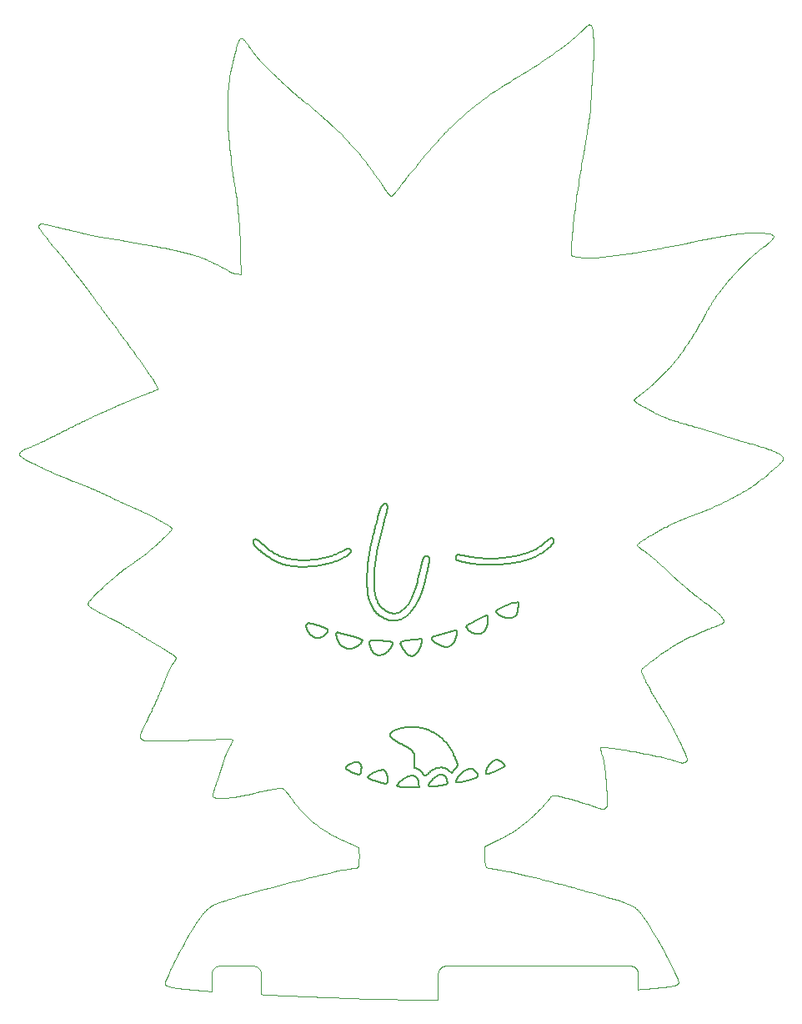
<source format=gm1>
G04 #@! TF.GenerationSoftware,KiCad,Pcbnew,(5.0.2)-1*
G04 #@! TF.CreationDate,2019-05-02T20:45:04-04:00*
G04 #@! TF.ProjectId,Badge2019,42616467-6532-4303-9139-2e6b69636164,rev?*
G04 #@! TF.SameCoordinates,Original*
G04 #@! TF.FileFunction,Profile,NP*
%FSLAX46Y46*%
G04 Gerber Fmt 4.6, Leading zero omitted, Abs format (unit mm)*
G04 Created by KiCad (PCBNEW (5.0.2)-1) date 5/2/2019 8:45:04 PM*
%MOMM*%
%LPD*%
G01*
G04 APERTURE LIST*
%ADD10C,0.025000*%
%ADD11C,0.200000*%
G04 APERTURE END LIST*
D10*
X227455145Y-136428585D02*
X228453545Y-136428585D01*
X231599954Y-136994327D02*
X231611615Y-137034231D01*
X231637748Y-137201582D02*
X231638875Y-137245075D01*
X231621281Y-137074965D02*
X231628895Y-137116471D01*
X231223353Y-136532994D02*
X231258280Y-136553799D01*
X231355867Y-136625966D02*
X231385812Y-136653087D01*
X228453545Y-136428585D02*
X230822385Y-136428585D01*
X234527519Y-138559484D02*
X234622605Y-138547453D01*
X234427400Y-138571669D02*
X234527519Y-138559484D01*
X231467119Y-136742868D02*
X231491193Y-136775415D01*
X233977656Y-138621882D02*
X234097378Y-138609113D01*
X233308553Y-138687749D02*
X233451598Y-138674316D01*
X232691827Y-138742696D02*
X232852586Y-138728783D01*
X234322302Y-138584004D02*
X234427400Y-138571669D01*
X234212277Y-138596486D02*
X234322302Y-138584004D01*
X233590083Y-138661009D02*
X233723956Y-138647833D01*
X231441494Y-136711593D02*
X231467119Y-136742868D01*
X234097378Y-138609113D02*
X234212277Y-138596486D01*
X233853165Y-138634789D02*
X233977656Y-138621882D01*
X232526772Y-138756721D02*
X232691827Y-138742696D01*
X231385812Y-136653087D02*
X231414373Y-136681648D01*
X233723956Y-138647833D02*
X233853165Y-138634789D01*
X233451598Y-138674316D02*
X233590083Y-138661009D01*
X232852586Y-138728783D02*
X233008994Y-138714986D01*
X232183980Y-138785098D02*
X232357472Y-138770856D01*
X220603895Y-136428585D02*
X227455145Y-136428585D01*
X233161001Y-138701307D02*
X233308553Y-138687749D01*
X233008994Y-138714986D02*
X233161001Y-138701307D01*
X231638875Y-138828435D02*
X231824629Y-138813890D01*
X231150234Y-136496592D02*
X231187319Y-136513906D01*
X231112154Y-136481107D02*
X231150234Y-136496592D01*
X231611615Y-137034231D02*
X231621281Y-137074965D01*
X231073133Y-136467506D02*
X231112154Y-136481107D01*
X231324592Y-136600341D02*
X231355867Y-136625966D01*
X231586353Y-136955306D02*
X231599954Y-136994327D01*
X231570868Y-136917226D02*
X231586353Y-136955306D01*
X231824629Y-138813890D02*
X232006348Y-138799444D01*
X231414373Y-136681648D02*
X231441494Y-136711593D01*
X232006348Y-138799444D02*
X232183980Y-138785098D01*
X232357472Y-138770856D02*
X232526772Y-138756721D01*
X231534466Y-136844107D02*
X231553554Y-136880141D01*
X231187319Y-136513906D02*
X231223353Y-136532994D01*
X231513661Y-136809180D02*
X231534466Y-136844107D01*
X231258280Y-136553799D02*
X231292045Y-136576267D01*
X231491193Y-136775415D02*
X231513661Y-136809180D01*
X231628895Y-137116471D02*
X231634402Y-137158696D01*
X231033229Y-136455845D02*
X231073133Y-136467506D01*
X219795145Y-136428585D02*
X220603895Y-136428585D01*
X212134639Y-136428585D02*
X219795145Y-136428585D01*
X231634402Y-137158696D02*
X231637748Y-137201582D01*
X231553554Y-136880141D02*
X231570868Y-136917226D01*
X231292045Y-136576267D02*
X231324592Y-136600341D01*
X205540185Y-139815565D02*
X205786143Y-139819915D01*
X204598661Y-139794932D02*
X204827087Y-139800578D01*
X210799733Y-139843538D02*
X211060180Y-139841786D01*
X208932863Y-139847593D02*
X209202111Y-139847905D01*
X204827087Y-139800578D02*
X205060352Y-139805898D01*
X207064145Y-139836894D02*
X207327255Y-139839346D01*
X205786143Y-139819915D02*
X206035721Y-139823945D01*
X206035721Y-139823945D02*
X206288615Y-139827656D01*
X230908764Y-136433058D02*
X230950989Y-136438565D01*
X211322624Y-137158696D02*
X211328131Y-137116471D01*
X212091146Y-136429712D02*
X212134639Y-136428585D01*
X211844871Y-136481107D02*
X211883891Y-136467506D01*
X206288615Y-139827656D02*
X206544521Y-139831050D01*
X211632433Y-136600341D02*
X211664980Y-136576267D01*
X212048260Y-136433058D02*
X212091146Y-136429712D01*
X211923796Y-136455845D02*
X211964529Y-136446179D01*
X211370673Y-136955306D02*
X211386158Y-136917226D01*
X211422560Y-136844107D02*
X211443365Y-136809180D01*
X211328131Y-137116471D02*
X211335745Y-137074965D01*
X209202111Y-139847905D02*
X209471016Y-139847916D01*
X203532811Y-139761745D02*
X203539811Y-139761745D01*
X209471016Y-139847916D02*
X209739274Y-139847630D01*
X211542653Y-136681648D02*
X211571214Y-136653087D01*
X211769706Y-136513906D02*
X211806791Y-136496592D01*
X211060180Y-139841786D02*
X211318151Y-139839745D01*
X205060352Y-139805898D02*
X205298154Y-139810894D01*
X230992495Y-136446179D02*
X231033229Y-136455845D01*
X211964529Y-136446179D02*
X212006036Y-136438565D01*
X205298154Y-139810894D02*
X205540185Y-139815565D01*
X211403472Y-136880141D02*
X211422560Y-136844107D01*
X211883891Y-136467506D02*
X211923796Y-136455845D01*
X208126112Y-139844846D02*
X208394559Y-139846066D01*
X211318151Y-137245075D02*
X211319278Y-137201582D01*
X230950989Y-136438565D02*
X230992495Y-136446179D01*
X206544521Y-139831050D02*
X206803132Y-139834129D01*
X211733673Y-136532994D02*
X211769706Y-136513906D01*
X230865878Y-136429712D02*
X230908764Y-136433058D01*
X230822385Y-136428585D02*
X230865878Y-136429712D01*
X211664980Y-136576267D02*
X211698745Y-136553799D01*
X207858543Y-139843321D02*
X208126112Y-139844846D01*
X207327255Y-139839346D02*
X207592155Y-139841488D01*
X211318151Y-139839745D02*
X211318151Y-137245075D01*
X210272628Y-139846170D02*
X210537114Y-139845000D01*
X212006036Y-136438565D02*
X212048260Y-136433058D01*
X208394559Y-139846066D02*
X208663577Y-139846981D01*
X211806791Y-136496592D02*
X211844871Y-136481107D01*
X211386158Y-136917226D02*
X211403472Y-136880141D01*
X211698745Y-136553799D02*
X211733673Y-136532994D01*
X211515532Y-136711593D02*
X211542653Y-136681648D01*
X211601159Y-136625966D02*
X211632433Y-136600341D01*
X211489907Y-136742868D02*
X211515532Y-136711593D01*
X211319278Y-137201582D02*
X211322624Y-137158696D01*
X211335745Y-137074965D02*
X211345411Y-137034231D01*
X211571214Y-136653087D02*
X211601159Y-136625966D01*
X211465833Y-136775415D02*
X211489907Y-136742868D01*
X211443365Y-136809180D02*
X211465833Y-136775415D01*
X211357072Y-136994327D02*
X211370673Y-136955306D01*
X207592155Y-139841488D02*
X207858543Y-139843321D01*
X210537114Y-139845000D02*
X210799733Y-139843538D01*
X211345411Y-137034231D02*
X211357072Y-136994327D01*
X210006579Y-139847048D02*
X210272628Y-139846170D01*
X209739274Y-139847630D02*
X210006579Y-139847048D01*
X208663577Y-139846981D02*
X208932863Y-139847593D01*
X206803132Y-139834129D02*
X207064145Y-139836894D01*
X197475579Y-139519801D02*
X197797902Y-139533436D01*
X194327206Y-139378425D02*
X194586352Y-139390763D01*
X193332057Y-137158726D02*
X193335403Y-137201612D01*
X193112028Y-136681678D02*
X193139149Y-136711623D01*
X189152810Y-136428615D02*
X192520040Y-136428615D01*
X193251209Y-136880171D02*
X193268523Y-136917256D01*
X203092216Y-139744874D02*
X203532811Y-139761745D01*
X204375381Y-139788957D02*
X204598661Y-139794932D01*
X192884974Y-136513936D02*
X192921008Y-136533024D01*
X204157551Y-139782653D02*
X204375381Y-139788957D01*
X192770788Y-136467536D02*
X192809809Y-136481137D01*
X203945476Y-139776017D02*
X204157551Y-139782653D01*
X203739461Y-139769048D02*
X203945476Y-139776017D01*
X203539811Y-139761745D02*
X203739461Y-139769048D01*
X193164774Y-136742898D02*
X193188848Y-136775445D01*
X193053522Y-136625996D02*
X193083467Y-136653117D01*
X193336530Y-137245105D02*
X193336530Y-139329725D01*
X196250307Y-139466741D02*
X196547351Y-139479799D01*
X197797902Y-139533436D02*
X198126958Y-139547234D01*
X194850417Y-139403182D02*
X195119567Y-139415688D01*
X193318936Y-137074995D02*
X193326550Y-137116501D01*
X202660658Y-139728271D02*
X203092216Y-139744874D01*
X193335403Y-137201612D02*
X193336530Y-137245105D01*
X192730884Y-136455875D02*
X192770788Y-136467536D01*
X202237974Y-139711929D02*
X202660658Y-139728271D01*
X201823997Y-139695840D02*
X202237974Y-139711929D01*
X201418565Y-139679997D02*
X201823997Y-139695840D01*
X200251882Y-139633869D02*
X200632672Y-139649019D01*
X201021511Y-139664393D02*
X201418565Y-139679997D01*
X200632672Y-139649019D02*
X201021511Y-139664393D01*
X193268523Y-136917256D02*
X193284008Y-136955336D01*
X199878977Y-139618934D02*
X200251882Y-139633869D01*
X199513792Y-139604208D02*
X199878977Y-139618934D01*
X198126958Y-139547234D02*
X198462910Y-139561203D01*
X193823017Y-139353960D02*
X194072816Y-139366160D01*
X192847889Y-136496622D02*
X192884974Y-136513936D01*
X194072816Y-139366160D02*
X194327206Y-139378425D01*
X196850468Y-139492990D02*
X197159822Y-139506322D01*
X195959172Y-139453808D02*
X196250307Y-139466741D01*
X193232121Y-136844137D02*
X193251209Y-136880171D01*
X193139149Y-136711623D02*
X193164774Y-136742898D01*
X193284008Y-136955336D02*
X193297609Y-136994357D01*
X193577643Y-139341817D02*
X193823017Y-139353960D01*
X193309270Y-137034261D02*
X193318936Y-137074995D01*
X193188848Y-136775445D02*
X193211316Y-136809210D01*
X193336530Y-139329725D02*
X193577643Y-139341817D01*
X192955935Y-136553829D02*
X192989700Y-136576297D01*
X192809809Y-136481137D02*
X192847889Y-136496622D01*
X196547351Y-139479799D02*
X196850468Y-139492990D01*
X193326550Y-137116501D02*
X193332057Y-137158726D01*
X195119567Y-139415688D02*
X195393966Y-139428289D01*
X192989700Y-136576297D02*
X193022247Y-136600371D01*
X193297609Y-136994357D02*
X193309270Y-137034261D01*
X198805923Y-139575350D02*
X199156162Y-139589682D01*
X197159822Y-139506322D02*
X197475579Y-139519801D01*
X195393966Y-139428289D02*
X195673780Y-139440994D01*
X194586352Y-139390763D02*
X194850417Y-139403182D01*
X193083467Y-136653117D02*
X193112028Y-136681678D01*
X193211316Y-136809210D02*
X193232121Y-136844137D01*
X193022247Y-136600371D02*
X193053522Y-136625996D01*
X192921008Y-136533024D02*
X192955935Y-136553829D01*
X199156162Y-139589682D02*
X199513792Y-139604208D01*
X195673780Y-139440994D02*
X195959172Y-139453808D01*
X198462910Y-139561203D02*
X198805923Y-139575350D01*
X187301655Y-138938211D02*
X187352947Y-138942529D01*
X188127667Y-139005440D02*
X188179738Y-139009529D01*
X188902058Y-136467536D02*
X188941963Y-136455875D01*
X187507055Y-138955379D02*
X187558506Y-138959630D01*
X187250400Y-138933875D02*
X187301655Y-138938211D01*
X192690150Y-136446209D02*
X192730884Y-136455875D01*
X192648644Y-136438595D02*
X192690150Y-136446209D01*
X192606419Y-136433088D02*
X192648644Y-136438595D01*
X192563533Y-136429742D02*
X192606419Y-136433088D01*
X192520040Y-136428615D02*
X192563533Y-136429742D01*
X188336320Y-139021735D02*
X188336320Y-137245105D01*
X188560819Y-136681678D02*
X188589379Y-136653117D01*
X189109316Y-136429742D02*
X189152810Y-136428615D01*
X189066429Y-136433088D02*
X189109316Y-136429742D01*
X189024204Y-136438595D02*
X189066429Y-136433088D01*
X188982697Y-136446209D02*
X189024204Y-136438595D01*
X188787872Y-136513936D02*
X188824957Y-136496622D01*
X188346300Y-137116501D02*
X188353914Y-137074995D01*
X191282870Y-66246855D02*
X190840520Y-66177055D01*
X188716911Y-136553829D02*
X188751838Y-136533024D01*
X188683145Y-136576297D02*
X188716911Y-136553829D01*
X187352947Y-138942529D02*
X187404276Y-138946829D01*
X188650598Y-136600371D02*
X188683145Y-136576297D01*
X191236870Y-64220615D02*
X191282870Y-66246855D01*
X187610001Y-138963864D02*
X187661541Y-138968084D01*
X187558506Y-138959630D02*
X187610001Y-138963864D01*
X187661541Y-138968084D02*
X187713128Y-138972289D01*
X188619324Y-136625996D02*
X188650598Y-136600371D01*
X187919968Y-138988966D02*
X187971808Y-138993103D01*
X188508073Y-136742898D02*
X188533698Y-136711623D01*
X188421640Y-136880171D02*
X188440727Y-136844137D01*
X188284062Y-139017676D02*
X188336320Y-139021735D01*
X188023704Y-138997227D02*
X188075657Y-139001339D01*
X188336320Y-137245105D02*
X188337447Y-137201612D01*
X187816446Y-138980655D02*
X187868181Y-138984817D01*
X187404276Y-138946829D02*
X187455645Y-138951112D01*
X188483999Y-136775445D02*
X188508073Y-136742898D01*
X188179738Y-139009529D02*
X188231869Y-139013608D01*
X187868181Y-138984817D02*
X187919968Y-138988966D01*
X187713128Y-138972289D02*
X187764762Y-138976479D01*
X187096836Y-138920757D02*
X187147991Y-138925149D01*
X188375240Y-136994357D02*
X188388840Y-136955336D01*
X188337447Y-137201612D02*
X188340793Y-137158726D01*
X188941963Y-136455875D02*
X188982697Y-136446209D01*
X188863037Y-136481137D02*
X188902058Y-136467536D01*
X188075657Y-139001339D02*
X188127667Y-139005440D01*
X188824957Y-136496622D02*
X188863037Y-136481137D01*
X188388840Y-136955336D02*
X188404326Y-136917256D01*
X188440727Y-136844137D02*
X188461532Y-136809210D01*
X188461532Y-136809210D02*
X188483999Y-136775445D01*
X188751838Y-136533024D02*
X188787872Y-136513936D01*
X188404326Y-136917256D02*
X188421640Y-136880171D01*
X188589379Y-136653117D02*
X188619324Y-136625996D01*
X188533698Y-136711623D02*
X188560819Y-136681678D01*
X188340793Y-137158726D02*
X188346300Y-137116501D01*
X188353914Y-137074995D02*
X188363579Y-137034261D01*
X187764762Y-138976479D02*
X187816446Y-138980655D01*
X187045711Y-138916346D02*
X187096836Y-138920757D01*
X188231869Y-139013608D02*
X188284062Y-139017676D01*
X187455645Y-138951112D02*
X187507055Y-138955379D01*
X187147991Y-138925149D02*
X187199179Y-138929521D01*
X187199179Y-138929521D02*
X187250400Y-138933875D01*
X188363579Y-137034261D02*
X188375240Y-136994357D01*
X187971808Y-138993103D02*
X188023704Y-138997227D01*
X185300315Y-138745054D02*
X185452313Y-138762480D01*
X184892577Y-135289236D02*
X184746824Y-135569693D01*
X186790493Y-138893982D02*
X186841487Y-138898497D01*
X185954961Y-138815613D02*
X186138553Y-138833697D01*
X185155848Y-138727726D02*
X185300315Y-138745054D01*
X186739520Y-138889445D02*
X186790493Y-138893982D01*
X185822035Y-133590284D02*
X185664620Y-133867608D01*
X186530685Y-138870587D02*
X186739520Y-138889445D01*
X184092949Y-138553976D02*
X184170213Y-138571790D01*
X183746468Y-137686382D02*
X183684715Y-137847830D01*
X183905262Y-137308372D02*
X183820252Y-137506045D01*
X184746824Y-135569693D02*
X184605840Y-135845237D01*
X184000689Y-137094915D02*
X183905262Y-137308372D01*
X185664620Y-133867608D02*
X185507131Y-134149336D01*
X184105726Y-136867228D02*
X184000689Y-137094915D01*
X186330412Y-138852013D02*
X186530685Y-138870587D01*
X183584670Y-138317385D02*
X183600730Y-138339297D01*
X183635800Y-137988836D02*
X183600532Y-138107848D01*
X184766157Y-138676064D02*
X184888916Y-138693258D01*
X186138553Y-138833697D02*
X186330412Y-138852013D01*
X185452313Y-138762480D02*
X185611988Y-138780031D01*
X184470431Y-136114316D02*
X184341404Y-136375376D01*
X186133416Y-133055062D02*
X185978570Y-133318918D01*
X184541315Y-138641624D02*
X184650339Y-138658862D01*
X184438937Y-138624325D02*
X184541315Y-138641624D01*
X185042291Y-135005418D02*
X184892577Y-135289236D01*
X184253534Y-138589434D02*
X184343059Y-138606937D01*
X183956006Y-138517738D02*
X184021596Y-138535968D01*
X183748331Y-138442069D02*
X183792342Y-138461452D01*
X183579716Y-138203312D02*
X183574159Y-138273675D01*
X184605840Y-135845237D02*
X184470431Y-136114316D01*
X184341404Y-136375376D02*
X184219567Y-136626864D01*
X186994615Y-138911915D02*
X187045711Y-138916346D01*
X186841487Y-138898497D02*
X186892505Y-138902991D01*
X185611988Y-138780031D02*
X185779488Y-138797733D01*
X185195160Y-134719794D02*
X185042291Y-135005418D01*
X186943547Y-138907463D02*
X186994615Y-138911915D01*
X184343059Y-138606937D02*
X184438937Y-138624325D01*
X185507131Y-134149336D02*
X185350375Y-134433915D01*
X183574159Y-138273675D02*
X183584670Y-138317385D01*
X183896032Y-138499260D02*
X183956006Y-138517738D01*
X183645869Y-138381684D02*
X183675242Y-138402212D01*
X184650339Y-138658862D02*
X184766157Y-138676064D01*
X183820252Y-137506045D02*
X183746468Y-137686382D01*
X183684715Y-137847830D02*
X183635800Y-137988836D01*
X183841526Y-138480507D02*
X183896032Y-138499260D01*
X183792342Y-138461452D02*
X183841526Y-138480507D01*
X183675242Y-138402212D02*
X183709347Y-138422331D01*
X186285768Y-132800270D02*
X186133416Y-133055062D01*
X183709347Y-138422331D02*
X183748331Y-138442069D01*
X185350375Y-134433915D02*
X185195160Y-134719794D01*
X186434817Y-132556093D02*
X186285768Y-132800270D01*
X184219567Y-136626864D02*
X184105726Y-136867228D01*
X186892505Y-138902991D02*
X186943547Y-138907463D01*
X185779488Y-138797733D02*
X185954961Y-138815613D01*
X184021596Y-138535968D02*
X184092949Y-138553976D01*
X185018764Y-138710470D02*
X185155848Y-138727726D01*
X183600730Y-138339297D02*
X183621081Y-138360721D01*
X184888916Y-138693258D02*
X185018764Y-138710470D01*
X183600532Y-138107848D02*
X183579716Y-138203312D01*
X185978570Y-133318918D02*
X185822035Y-133590284D01*
X186579758Y-132324086D02*
X186434817Y-132556093D01*
X184170213Y-138571790D02*
X184253534Y-138589434D01*
X183621081Y-138360721D02*
X183645869Y-138381684D01*
X190537675Y-129522748D02*
X190113904Y-129651224D01*
X187274590Y-131321768D02*
X187217863Y-131394958D01*
X188080338Y-130488512D02*
X188027328Y-130530286D01*
X189068689Y-129989905D02*
X188807090Y-130084295D01*
X190993410Y-129387944D02*
X190537675Y-129522748D01*
X187763240Y-130766545D02*
X187710230Y-130819607D01*
X187160448Y-131470621D02*
X187102290Y-131548805D01*
X188459902Y-130241468D02*
X188404384Y-130272230D01*
X188747274Y-130107466D02*
X188688312Y-130131783D01*
X188807090Y-130084295D02*
X188747274Y-130107466D01*
X188630149Y-130157295D02*
X188572730Y-130184048D01*
X196553768Y-127884672D02*
X195967145Y-128034548D01*
X186719783Y-132105800D02*
X186579758Y-132324086D01*
X186854084Y-131902790D02*
X186719783Y-132105800D01*
X187974455Y-130573823D02*
X187921664Y-130619170D01*
X188186994Y-130410062D02*
X188133542Y-130448453D01*
X186981856Y-131716607D02*
X186854084Y-131902790D01*
X202160443Y-126595500D02*
X201869751Y-126647727D01*
X192518080Y-128954321D02*
X191987044Y-129102854D01*
X187217863Y-131394958D02*
X187160448Y-131470621D01*
X187386198Y-131182619D02*
X187330683Y-131251004D01*
X190113904Y-129651224D02*
X189725528Y-129772493D01*
X188688312Y-130131783D02*
X188630149Y-130157295D01*
X193631428Y-128649667D02*
X193067351Y-128802967D01*
X187657027Y-130874715D02*
X187603577Y-130931917D01*
X187102290Y-131548805D02*
X186981856Y-131716607D01*
X194206877Y-128495298D02*
X193631428Y-128649667D01*
X187710230Y-130819607D02*
X187657027Y-130874715D01*
X195378168Y-128186862D02*
X194790268Y-128340738D01*
X197706224Y-127595742D02*
X197134605Y-127738111D01*
X199831888Y-127085721D02*
X199331457Y-127202555D01*
X187603577Y-130931917D02*
X187549824Y-130991262D01*
X187330683Y-131251004D02*
X187274590Y-131321768D01*
X187441190Y-131116565D02*
X187386198Y-131182619D01*
X188515999Y-130212090D02*
X188459902Y-130241468D01*
X189725528Y-129772493D02*
X189375979Y-129885679D01*
X187549824Y-130991262D02*
X187495713Y-131052795D01*
X187816112Y-130715484D02*
X187763240Y-130766545D01*
X188027328Y-130530286D02*
X187974455Y-130573823D01*
X194790268Y-128340738D02*
X194206877Y-128495298D01*
X198265194Y-127458442D02*
X197706224Y-127595742D01*
X201161190Y-126790183D02*
X200750186Y-126878659D01*
X187495713Y-131052795D02*
X187441190Y-131116565D01*
X187868902Y-130666375D02*
X187816112Y-130715484D01*
X187921664Y-130619170D02*
X187868902Y-130666375D01*
X188349389Y-130304423D02*
X188294862Y-130338095D01*
X188572730Y-130184048D02*
X188515999Y-130212090D01*
X200750186Y-126878659D02*
X200305941Y-126977464D01*
X199331457Y-127202555D02*
X198808082Y-127327087D01*
X198808082Y-127327087D02*
X198265194Y-127458442D01*
X188294862Y-130338095D02*
X188240749Y-130373292D01*
X200305941Y-126977464D02*
X199831888Y-127085721D01*
X193067351Y-128802967D02*
X192518080Y-128954321D01*
X188133542Y-130448453D02*
X188080338Y-130488512D01*
X202404168Y-126557110D02*
X202160443Y-126595500D01*
X197134605Y-127738111D02*
X196553768Y-127884672D01*
X188240749Y-130373292D02*
X188186994Y-130410062D01*
X201869751Y-126647727D02*
X201535522Y-126712914D01*
X188404384Y-130272230D02*
X188349389Y-130304423D01*
X189375979Y-129885679D02*
X189068689Y-129989905D01*
X191987044Y-129102854D02*
X191477677Y-129247687D01*
X191477677Y-129247687D02*
X190993410Y-129387944D01*
X195967145Y-128034548D02*
X195378168Y-128186862D01*
X201535522Y-126712914D02*
X201161190Y-126790183D01*
X235918076Y-113807816D02*
X235815078Y-113597555D01*
X236015908Y-114011061D02*
X235918076Y-113807816D01*
X236193932Y-114392327D02*
X236108038Y-114206246D01*
X236592402Y-115427978D02*
X236575650Y-115352304D01*
X236592622Y-115517567D02*
X236594994Y-115509178D01*
X236594994Y-115509178D02*
X236596711Y-115500967D01*
X233359955Y-109280825D02*
X233287561Y-109158434D01*
X233498853Y-109509639D02*
X233430504Y-109398118D01*
X233687165Y-109802815D02*
X233627537Y-109712662D01*
X235480428Y-112935106D02*
X235362109Y-112707214D01*
X236575650Y-115352304D02*
X236548384Y-115259176D01*
X233213673Y-109031620D02*
X233138647Y-108901058D01*
X232684379Y-108076772D02*
X232611283Y-107938871D01*
X232834227Y-108354828D02*
X232758811Y-108215649D01*
X232758811Y-108215649D02*
X232684379Y-108076772D01*
X233791727Y-109960903D02*
X233687165Y-109802815D01*
X235595719Y-113160156D02*
X235480428Y-112935106D01*
X235815078Y-113597555D02*
X235707447Y-113381320D01*
X236108038Y-114206246D02*
X236015908Y-114011061D01*
X236598105Y-115485155D02*
X236592402Y-115427978D01*
X236596711Y-115500967D02*
X236597753Y-115492954D01*
X236589612Y-115526116D02*
X236592622Y-115517567D01*
X233430504Y-109398118D02*
X233359955Y-109280825D01*
X232910272Y-108493633D02*
X232834227Y-108354828D01*
X232986593Y-108631389D02*
X232910272Y-108493633D01*
X233138647Y-108901058D02*
X233062836Y-108767423D01*
X233062836Y-108767423D02*
X232986593Y-108631389D01*
X233287561Y-109158434D02*
X233213673Y-109031620D01*
X236408847Y-114885507D02*
X236344871Y-114733001D01*
X236464448Y-115024734D02*
X236408847Y-114885507D01*
X233564649Y-109614712D02*
X233498853Y-109509639D01*
X234494012Y-111120073D02*
X234370720Y-110907020D01*
X236511138Y-115149638D02*
X236464448Y-115024734D01*
X233627537Y-109712662D02*
X233564649Y-109614712D01*
X234743811Y-111561659D02*
X234618554Y-111338634D01*
X234869249Y-111788104D02*
X234743811Y-111561659D01*
X235707447Y-113381320D02*
X235595719Y-113160156D01*
X236597753Y-115492954D02*
X236598105Y-115485155D01*
X233900748Y-110130761D02*
X233791727Y-109960903D01*
X236273054Y-114568260D02*
X236193932Y-114392327D01*
X234249213Y-110700519D02*
X234130026Y-110501613D01*
X236344871Y-114733001D02*
X236273054Y-114568260D01*
X235118526Y-112247081D02*
X234994332Y-112016926D01*
X235241297Y-112477525D02*
X235118526Y-112247081D01*
X235362109Y-112707214D02*
X235241297Y-112477525D01*
X236548384Y-115259176D02*
X236511138Y-115149638D01*
X234013692Y-110311346D02*
X233900748Y-110130761D01*
X234130026Y-110501613D02*
X234013692Y-110311346D01*
X234370720Y-110907020D02*
X234249213Y-110700519D01*
X234618554Y-111338634D02*
X234494012Y-111120073D01*
X234994332Y-112016926D02*
X234869249Y-111788104D01*
X236190488Y-115793268D02*
X236210156Y-115789852D01*
X236458151Y-115678201D02*
X236469274Y-115669733D01*
X236359266Y-115738295D02*
X236372423Y-115731698D01*
X235551033Y-115650742D02*
X235594450Y-115667003D01*
X236398143Y-115717628D02*
X236410671Y-115710192D01*
X235785039Y-115733555D02*
X235818382Y-115743983D01*
X236519513Y-115625488D02*
X236528361Y-115616387D01*
X236150198Y-115797713D02*
X236170527Y-115795892D01*
X236086258Y-115798268D02*
X236108139Y-115798911D01*
X236422954Y-115702513D02*
X236434973Y-115694609D01*
X236581751Y-115543622D02*
X236585983Y-115534807D01*
X236576935Y-115552542D02*
X236581751Y-115543622D01*
X236571552Y-115561549D02*
X236576935Y-115552542D01*
X236544715Y-115598078D02*
X236552185Y-115588907D01*
X236565621Y-115570624D02*
X236571552Y-115561549D01*
X235636001Y-115682268D02*
X235675760Y-115696545D01*
X236559159Y-115579749D02*
X236565621Y-115570624D01*
X236326217Y-115753265D02*
X236345935Y-115744575D01*
X236385388Y-115724803D02*
X236398143Y-115717628D01*
X236552185Y-115588907D02*
X236559159Y-115579749D01*
X236528361Y-115616387D02*
X236536768Y-115607244D01*
X236510241Y-115634530D02*
X236519513Y-115625488D01*
X236469274Y-115669733D02*
X236480062Y-115661114D01*
X236372423Y-115731698D02*
X236385388Y-115724803D01*
X235850308Y-115753473D02*
X235880893Y-115762034D01*
X234110711Y-115259769D02*
X234375323Y-115321045D01*
X234375323Y-115321045D02*
X234621746Y-115380353D01*
X236063710Y-115796784D02*
X236086258Y-115798268D01*
X235382490Y-115589963D02*
X235505675Y-115633475D01*
X236268154Y-115774949D02*
X236287402Y-115768461D01*
X235818382Y-115743983D02*
X235850308Y-115753473D01*
X235880893Y-115762034D02*
X235910210Y-115769677D01*
X236229607Y-115785654D02*
X236248914Y-115780683D01*
X236108139Y-115798911D02*
X236129427Y-115798723D01*
X236170527Y-115795892D02*
X236190488Y-115793268D01*
X235051413Y-115491477D02*
X235230352Y-115542498D01*
X236040419Y-115794449D02*
X236063710Y-115796784D01*
X235750204Y-115722179D02*
X235785039Y-115733555D01*
X235230352Y-115542498D02*
X235382490Y-115589963D01*
X234621746Y-115380353D02*
X234847827Y-115437296D01*
X235594450Y-115667003D02*
X235636001Y-115682268D01*
X235910210Y-115769677D02*
X235938336Y-115776410D01*
X236287402Y-115768461D02*
X236306731Y-115761230D01*
X235965345Y-115782245D02*
X235991312Y-115787189D01*
X235675760Y-115696545D02*
X235713803Y-115709846D01*
X236434973Y-115694609D02*
X236446711Y-115686499D01*
X236490498Y-115652361D02*
X236500564Y-115643494D01*
X236480062Y-115661114D02*
X236490498Y-115652361D01*
X236306731Y-115761230D02*
X236326217Y-115753265D01*
X236248914Y-115780683D02*
X236268154Y-115774949D01*
X236129427Y-115798723D02*
X236150198Y-115797713D01*
X235991312Y-115787189D02*
X236016312Y-115791254D01*
X235938336Y-115776410D02*
X235965345Y-115782245D01*
X236210156Y-115789852D02*
X236229607Y-115785654D01*
X236016312Y-115791254D02*
X236040419Y-115794449D01*
X236410671Y-115710192D02*
X236422954Y-115702513D01*
X235505675Y-115633475D02*
X235551033Y-115650742D01*
X234847827Y-115437296D02*
X235051413Y-115491477D01*
X236345935Y-115744575D02*
X236359266Y-115738295D01*
X235713803Y-115709846D02*
X235750204Y-115722179D01*
X236585983Y-115534807D02*
X236589612Y-115526116D01*
X236536768Y-115607244D02*
X236544715Y-115598078D01*
X236500564Y-115643494D02*
X236510241Y-115634530D01*
X236446711Y-115686499D02*
X236458151Y-115678201D01*
X227856027Y-114663474D02*
X227846066Y-114628941D01*
X227828673Y-114566027D02*
X227821246Y-114537494D01*
X233535532Y-115132901D02*
X233830063Y-115196922D01*
X227875128Y-114241670D02*
X227887600Y-114236278D01*
X227806996Y-114297177D02*
X227812452Y-114288323D01*
X233830063Y-115196922D02*
X234110711Y-115259769D01*
X227818778Y-114280168D02*
X227825978Y-114272638D01*
X233229271Y-115068103D02*
X233535532Y-115132901D01*
X232913433Y-115002925D02*
X233229271Y-115068103D01*
X232590171Y-114937763D02*
X232913433Y-115002925D01*
X227843003Y-114259143D02*
X227852832Y-114253026D01*
X228915590Y-114301672D02*
X229160016Y-114335661D01*
X227793079Y-114385194D02*
X227792478Y-114369296D01*
X227852832Y-114253026D02*
X227863539Y-114247227D01*
X232261637Y-114873016D02*
X232590171Y-114937763D01*
X231929985Y-114809080D02*
X232261637Y-114873016D01*
X231597367Y-114746352D02*
X231929985Y-114809080D01*
X231265937Y-114685229D02*
X231597367Y-114746352D01*
X230937846Y-114626108D02*
X231265937Y-114685229D01*
X230615250Y-114569386D02*
X230937846Y-114626108D01*
X230300299Y-114515461D02*
X230615250Y-114569386D01*
X227794539Y-114402404D02*
X227793079Y-114385194D01*
X227863539Y-114247227D02*
X227875128Y-114241670D01*
X229995147Y-114464729D02*
X230300299Y-114515461D01*
X229701948Y-114417587D02*
X229995147Y-114464729D01*
X229422853Y-114374432D02*
X229701948Y-114417587D01*
X227800029Y-114441065D02*
X227796856Y-114421002D01*
X228490582Y-114249626D02*
X228691728Y-114272861D01*
X227866831Y-114700160D02*
X227856027Y-114663474D01*
X227956224Y-114220378D02*
X228044974Y-114217342D01*
X227808935Y-114485891D02*
X227804056Y-114462669D01*
X227846066Y-114628941D02*
X227836947Y-114596484D01*
X228012330Y-115193949D02*
X227990453Y-115115119D01*
X228314306Y-114232363D02*
X228490582Y-114249626D01*
X228052931Y-115348684D02*
X228033135Y-115271665D01*
X227890955Y-114780295D02*
X227878474Y-114739075D01*
X227943229Y-114952444D02*
X227917755Y-114867763D01*
X228071781Y-115425426D02*
X228052931Y-115348684D01*
X228089749Y-115502307D02*
X228071781Y-115425426D01*
X227878474Y-114739075D02*
X227866831Y-114700160D01*
X227821246Y-114537494D02*
X227814666Y-114510807D01*
X227812452Y-114288323D02*
X227818778Y-114280168D01*
X229160016Y-114335661D02*
X229422853Y-114374432D01*
X227802411Y-114306809D02*
X227806996Y-114297177D01*
X227798694Y-114317294D02*
X227802411Y-114306809D01*
X227836947Y-114596484D02*
X227828673Y-114566027D01*
X227796856Y-114421002D02*
X227794539Y-114402404D01*
X228691728Y-114272861D02*
X228915590Y-114301672D01*
X228044974Y-114217342D02*
X228165052Y-114221469D01*
X228165052Y-114221469D02*
X228314306Y-114232363D01*
X227900955Y-114230975D02*
X227956224Y-114220378D01*
X227804056Y-114462669D02*
X227800029Y-114441065D01*
X227887600Y-114236278D02*
X227900955Y-114230975D01*
X227793859Y-114341130D02*
X227795844Y-114328709D01*
X227792737Y-114354633D02*
X227793859Y-114341130D01*
X227792478Y-114369296D02*
X227792737Y-114354633D01*
X227990453Y-115115119D02*
X227967441Y-115034757D01*
X227825978Y-114272638D02*
X227834052Y-114265655D01*
X227967441Y-115034757D02*
X227943229Y-114952444D01*
X228033135Y-115271665D02*
X228012330Y-115193949D01*
X227917755Y-114867763D02*
X227890955Y-114780295D01*
X227814666Y-114510807D02*
X227808935Y-114485891D01*
X227834052Y-114265655D02*
X227843003Y-114259143D01*
X227795844Y-114328709D02*
X227798694Y-114317294D01*
X228196151Y-116079504D02*
X228182583Y-115989939D01*
X228347838Y-117545611D02*
X228334587Y-117386645D01*
X228296516Y-116956570D02*
X228284174Y-116827427D01*
X228375558Y-117889463D02*
X228361473Y-117713077D01*
X228407106Y-120247557D02*
X228419196Y-120225360D01*
X228440615Y-120177971D02*
X228449947Y-120152142D01*
X228419196Y-120225360D02*
X228430365Y-120202271D01*
X228317957Y-120376902D02*
X228330016Y-120361757D01*
X228282031Y-120416276D02*
X228294021Y-120404142D01*
X228209344Y-116172554D02*
X228196151Y-116079504D01*
X228334587Y-117386645D02*
X228321659Y-117235761D01*
X228222225Y-116269505D02*
X228209344Y-116172554D01*
X228234858Y-116370777D02*
X228222225Y-116269505D01*
X228321659Y-117235761D02*
X228308990Y-117092542D01*
X228247306Y-116476787D02*
X228234858Y-116370777D01*
X228259632Y-116587953D02*
X228247306Y-116476787D01*
X228308990Y-117092542D02*
X228296516Y-116956570D01*
X228403192Y-118243037D02*
X228390155Y-118075185D01*
X228415355Y-118401377D02*
X228403192Y-118243037D01*
X228455237Y-118945998D02*
X228446585Y-118822515D01*
X228475889Y-119270229D02*
X228469891Y-119169536D01*
X228485222Y-119451060D02*
X228481001Y-119363964D01*
X228488553Y-119531837D02*
X228485222Y-119451060D01*
X228490991Y-119606614D02*
X228488553Y-119531837D01*
X228493180Y-119739444D02*
X228492533Y-119675710D01*
X228330016Y-120361757D02*
X228342209Y-120345569D01*
X228342209Y-120345569D02*
X228354592Y-120328319D01*
X228269952Y-120427444D02*
X228282031Y-120416276D01*
X228489722Y-119901670D02*
X228491776Y-119852104D01*
X228380155Y-120290555D02*
X228394093Y-120269183D01*
X228482902Y-119988866D02*
X228486765Y-119947150D01*
X228478132Y-120027135D02*
X228482902Y-119988866D01*
X228449947Y-120152142D02*
X228458363Y-120124462D01*
X228294021Y-120404142D02*
X228305978Y-120391024D01*
X228472454Y-120062279D02*
X228478132Y-120027135D01*
X228430365Y-120202271D02*
X228440615Y-120177971D01*
X228465864Y-120094614D02*
X228472454Y-120062279D01*
X228394093Y-120269183D02*
X228407106Y-120247557D01*
X228257728Y-120437667D02*
X228269952Y-120427444D01*
X228354592Y-120328319D02*
X228367223Y-120309988D01*
X228106898Y-115579745D02*
X228089749Y-115502307D01*
X228390155Y-118075185D02*
X228375558Y-117889463D01*
X228123292Y-115658160D02*
X228106898Y-115579745D01*
X228138995Y-115737969D02*
X228123292Y-115658160D01*
X228426643Y-118550524D02*
X228415355Y-118401377D01*
X228437054Y-118690797D02*
X228426643Y-118550524D01*
X228271900Y-116704694D02*
X228259632Y-116587953D01*
X228469891Y-119169536D02*
X228463006Y-119061565D01*
X228154068Y-115819590D02*
X228138995Y-115737969D01*
X228361473Y-117713077D02*
X228347838Y-117545611D01*
X228446585Y-118822515D02*
X228437054Y-118690797D01*
X228305978Y-120391024D02*
X228317957Y-120376902D01*
X228463006Y-119061565D02*
X228455237Y-118945998D01*
X228458363Y-120124462D02*
X228465864Y-120094614D01*
X228245304Y-120446963D02*
X228257728Y-120437667D01*
X228481001Y-119363964D02*
X228475889Y-119270229D01*
X228491776Y-119852104D02*
X228492928Y-119798136D01*
X228367223Y-120309988D02*
X228380155Y-120290555D01*
X228492928Y-119798136D02*
X228493180Y-119739444D01*
X228486765Y-119947150D02*
X228489722Y-119901670D01*
X228492533Y-119675710D02*
X228490991Y-119606614D01*
X228168576Y-115903441D02*
X228154068Y-115819590D01*
X228182583Y-115989939D02*
X228168576Y-115903441D01*
X228284174Y-116827427D02*
X228271900Y-116704694D01*
X234329170Y-80732112D02*
X234217510Y-80688743D01*
X232432487Y-79777514D02*
X232383945Y-79751304D01*
X232775519Y-79964649D02*
X232726858Y-79937901D01*
X235548645Y-81150043D02*
X235393250Y-81100867D01*
X233558438Y-80398564D02*
X233480964Y-80358740D01*
X234007665Y-80603560D02*
X233909342Y-80561698D01*
X232194874Y-79649936D02*
X232149374Y-79625731D01*
X233100043Y-80144974D02*
X233056098Y-80120332D01*
X233264158Y-80237829D02*
X233225077Y-80215580D01*
X233815327Y-80520292D02*
X233725551Y-80479317D01*
X231977406Y-79535084D02*
X231937415Y-79514235D01*
X232018696Y-79556712D02*
X231977406Y-79535084D01*
X233225077Y-80215580D02*
X233184632Y-80192652D01*
X232335813Y-79725387D02*
X232288192Y-79699818D01*
X232383945Y-79751304D02*
X232335813Y-79725387D01*
X232677919Y-79911067D02*
X232628799Y-79884202D01*
X232726858Y-79937901D02*
X232677919Y-79911067D01*
X234110365Y-80645900D02*
X234007665Y-80603560D01*
X236984952Y-81572964D02*
X236785991Y-81517008D01*
X236405063Y-81407864D02*
X236222957Y-81354629D01*
X234217510Y-80688743D02*
X234110365Y-80645900D01*
X236046331Y-81302253D02*
X235875116Y-81250712D01*
X235097797Y-81004711D02*
X234957602Y-80957685D01*
X237400210Y-81687764D02*
X237189668Y-81629875D01*
X235242990Y-81052431D02*
X235097797Y-81004711D01*
X235393250Y-81100867D02*
X235242990Y-81052431D01*
X237616645Y-81746655D02*
X237400210Y-81687764D01*
X232061187Y-79579066D02*
X232018696Y-79556712D01*
X234445413Y-80776031D02*
X234329170Y-80732112D01*
X232149374Y-79625731D02*
X232104779Y-79602090D01*
X232530412Y-79830596D02*
X232481343Y-79803962D01*
X232918839Y-80043845D02*
X232871608Y-80017676D01*
X233480964Y-80358740D02*
X233407452Y-80319251D01*
X233184632Y-80192652D02*
X233142921Y-80169098D01*
X234691926Y-80865615D02*
X234566309Y-80820524D01*
X235875116Y-81250712D02*
X235709244Y-81199984D01*
X232965397Y-80069714D02*
X232918839Y-80043845D01*
X234566309Y-80820524D02*
X234445413Y-80776031D01*
X236222957Y-81354629D02*
X236046331Y-81302253D01*
X234957602Y-80957685D02*
X234822334Y-80911327D01*
X233056098Y-80120332D02*
X233011183Y-80095227D01*
X236592718Y-81461983D02*
X236405063Y-81407864D01*
X232871608Y-80017676D02*
X232823801Y-79991259D01*
X233725551Y-80479317D02*
X233639944Y-80438749D01*
X237766545Y-81787689D02*
X237690748Y-81766831D01*
X236785991Y-81517008D02*
X236592718Y-81461983D01*
X232104779Y-79602090D02*
X232061187Y-79579066D01*
X232241179Y-79674649D02*
X232194874Y-79649936D01*
X232288192Y-79699818D02*
X232241179Y-79674649D01*
X232481343Y-79803962D02*
X232432487Y-79777514D01*
X232579597Y-79857360D02*
X232530412Y-79830596D01*
X232628799Y-79884202D02*
X232579597Y-79857360D01*
X237189668Y-81629875D02*
X236984952Y-81572964D01*
X233011183Y-80095227D02*
X232965397Y-80069714D01*
X233337835Y-80280075D02*
X233301777Y-80259346D01*
X233407452Y-80319251D02*
X233337835Y-80280075D01*
X233909342Y-80561698D02*
X233815327Y-80520292D01*
X234822334Y-80911327D02*
X234691926Y-80865615D01*
X235709244Y-81199984D02*
X235548645Y-81150043D01*
X237690748Y-81766831D02*
X237616645Y-81746655D01*
X232823801Y-79991259D02*
X232775519Y-79964649D01*
X233142921Y-80169098D02*
X233100043Y-80144974D01*
X233301777Y-80259346D02*
X233264158Y-80237829D01*
X233639944Y-80438749D02*
X233558438Y-80398564D01*
X237922562Y-81831251D02*
X237843872Y-81809179D01*
X238002452Y-81853854D02*
X237922562Y-81831251D01*
X238165167Y-81900451D02*
X238083375Y-81876937D01*
X240350796Y-82594165D02*
X240275069Y-82569377D01*
X238581383Y-82022698D02*
X238497723Y-81997793D01*
X238830974Y-82097972D02*
X238748174Y-82072838D01*
X238994560Y-82148114D02*
X238913158Y-82123081D01*
X239075015Y-82173022D02*
X238994560Y-82148114D01*
X239959655Y-82462365D02*
X239906531Y-82443693D01*
X241817442Y-83047903D02*
X241707666Y-83015105D01*
X243180902Y-83442688D02*
X242913995Y-83366705D01*
X243677717Y-83587677D02*
X243435410Y-83516312D01*
X243435410Y-83516312D02*
X243180902Y-83442688D01*
X238664922Y-82047730D02*
X238581383Y-82022698D01*
X239850314Y-82424239D02*
X239791170Y-82404052D01*
X239154358Y-82197753D02*
X239075015Y-82173022D01*
X238913158Y-82123081D02*
X238830974Y-82097972D01*
X239729263Y-82383184D02*
X239664758Y-82361684D01*
X241073338Y-82822396D02*
X240973617Y-82791552D01*
X240781193Y-82731530D02*
X240688907Y-82702480D01*
X240135634Y-82522995D02*
X240072343Y-82501529D01*
X240599516Y-82674154D02*
X240513228Y-82646617D01*
X240203279Y-82545632D02*
X240135634Y-82522995D01*
X241278757Y-82885431D02*
X241175121Y-82853710D01*
X240275069Y-82569377D02*
X240203279Y-82545632D01*
X243908023Y-83656884D02*
X243677717Y-83587677D01*
X241384037Y-82917494D02*
X241278757Y-82885431D01*
X239232424Y-82222257D02*
X239154358Y-82197753D01*
X241598700Y-82982395D02*
X241490755Y-82949837D01*
X242038596Y-83113507D02*
X241927822Y-83080725D01*
X242481473Y-83242970D02*
X242371204Y-83210982D01*
X239597821Y-82339603D02*
X239528616Y-82316992D01*
X239309048Y-82246483D02*
X239232424Y-82222257D01*
X239384064Y-82270382D02*
X239309048Y-82246483D01*
X239528616Y-82316992D02*
X239457309Y-82293901D01*
X240513228Y-82646617D02*
X240430252Y-82619933D01*
X240072343Y-82501529D02*
X240013614Y-82481298D01*
X240688907Y-82702480D02*
X240599516Y-82674154D01*
X240876166Y-82761242D02*
X240781193Y-82731530D01*
X241490755Y-82949837D02*
X241384037Y-82917494D01*
X242149557Y-83146187D02*
X242038596Y-83113507D01*
X242807565Y-83336531D02*
X242699862Y-83305808D01*
X238414106Y-81973065D02*
X238330698Y-81948565D01*
X239906531Y-82443693D02*
X239850314Y-82424239D01*
X239791170Y-82404052D02*
X239729263Y-82383184D01*
X240973617Y-82791552D02*
X240876166Y-82761242D01*
X238748174Y-82072838D02*
X238664922Y-82047730D01*
X242699862Y-83305808D02*
X242591095Y-83274600D01*
X242371204Y-83210982D02*
X242260496Y-83178700D01*
X242260496Y-83178700D02*
X242149557Y-83146187D01*
X238330698Y-81948565D02*
X238247663Y-81924344D01*
X242591095Y-83274600D02*
X242481473Y-83242970D01*
X241175121Y-82853710D02*
X241073338Y-82822396D01*
X238083375Y-81876937D02*
X238002452Y-81853854D01*
X239457309Y-82293901D02*
X239384064Y-82270382D01*
X241927822Y-83080725D02*
X241817442Y-83047903D01*
X238247663Y-81924344D02*
X238165167Y-81900451D01*
X240013614Y-82481298D02*
X239959655Y-82462365D01*
X238497723Y-81997793D02*
X238414106Y-81973065D01*
X240430252Y-82619933D02*
X240350796Y-82594165D01*
X239664758Y-82361684D02*
X239597821Y-82339603D01*
X237843872Y-81809179D02*
X237766545Y-81787689D01*
X241707666Y-83015105D02*
X241598700Y-82982395D01*
X242913995Y-83366705D02*
X242807565Y-83336531D01*
X243741660Y-87341457D02*
X243879315Y-87236755D01*
X244685189Y-86583984D02*
X244788926Y-86496757D01*
X246140660Y-85283791D02*
X246187942Y-85235277D01*
X244788926Y-86496757D02*
X244892158Y-86409315D01*
X244171234Y-87006022D02*
X244272221Y-86924532D01*
X245706480Y-84304298D02*
X245594996Y-84252233D01*
X246352349Y-84882989D02*
X246342922Y-84835813D01*
X245657579Y-85739460D02*
X245740424Y-85664108D01*
X246338194Y-85026376D02*
X246349785Y-84978171D01*
X245292990Y-86063642D02*
X245388414Y-85979803D01*
X244126528Y-83724031D02*
X243908023Y-83656884D01*
X244713236Y-83914123D02*
X244528935Y-83852551D01*
X245388414Y-85979803D02*
X245481222Y-85897619D01*
X245594996Y-84252233D02*
X245473709Y-84199110D01*
X244333432Y-83789221D02*
X244126528Y-83724031D01*
X244528935Y-83852551D02*
X244333432Y-83789221D01*
X246326089Y-84788780D02*
X246301650Y-84741790D01*
X246229156Y-84647538D02*
X246180701Y-84600076D01*
X244886535Y-83974037D02*
X244713236Y-83914123D01*
X246187942Y-85235277D02*
X246228736Y-85191842D01*
X246349785Y-84978171D02*
X246354571Y-84930408D01*
X246228736Y-85191842D02*
X246262690Y-85153798D01*
X245900836Y-84405655D02*
X245808360Y-84355405D01*
X245049032Y-84032393D02*
X244886535Y-83974037D01*
X245200927Y-84089290D02*
X245049032Y-84032393D01*
X244892158Y-86409315D02*
X244994532Y-86321972D01*
X245342420Y-84144829D02*
X245200927Y-84089290D01*
X244477605Y-86756553D02*
X244581298Y-86670687D01*
X243596000Y-87448098D02*
X243741660Y-87341457D01*
X246269405Y-84694743D02*
X246229156Y-84647538D01*
X245473709Y-84199110D02*
X245342420Y-84144829D01*
X245963404Y-85456696D02*
X246028039Y-85394812D01*
X245893688Y-85522414D02*
X245963404Y-85456696D01*
X245481222Y-85897619D02*
X245571061Y-85817401D01*
X243974429Y-87162445D02*
X244071853Y-87085430D01*
X243282159Y-87666422D02*
X243442709Y-87556484D01*
X244071853Y-87085430D02*
X244171234Y-87006022D01*
X244581298Y-86670687D02*
X244685189Y-86583984D01*
X243442709Y-87556484D02*
X243596000Y-87448098D01*
X242940773Y-87890179D02*
X243114723Y-87777718D01*
X245740424Y-85664108D02*
X245819244Y-85591655D01*
X246308672Y-85095128D02*
X246319995Y-85075125D01*
X246028039Y-85394812D02*
X246087241Y-85337073D01*
X244272221Y-86924532D02*
X244374462Y-86841272D01*
X243879315Y-87236755D02*
X243974429Y-87162445D01*
X245808360Y-84355405D02*
X245706480Y-84304298D01*
X246301650Y-84741790D02*
X246269405Y-84694743D01*
X245984109Y-84455146D02*
X245900836Y-84405655D01*
X246058377Y-84503981D02*
X245984109Y-84455146D01*
X246123841Y-84552257D02*
X246058377Y-84503981D01*
X246180701Y-84600076D02*
X246123841Y-84552257D01*
X246319995Y-85075125D02*
X246338194Y-85026376D01*
X246354571Y-84930408D02*
X246352349Y-84882989D01*
X244994532Y-86321972D02*
X245095696Y-86235038D01*
X244374462Y-86841272D02*
X244477605Y-86756553D01*
X245095696Y-86235038D02*
X245195300Y-86148824D01*
X245819244Y-85591655D02*
X245893688Y-85522414D01*
X243114723Y-87777718D02*
X243282159Y-87666422D01*
X246342922Y-84835813D02*
X246326089Y-84788780D01*
X246289453Y-85121456D02*
X246308672Y-85095128D01*
X246262690Y-85153798D02*
X246289453Y-85121456D01*
X246087241Y-85337073D02*
X246140660Y-85283791D01*
X245571061Y-85817401D02*
X245657579Y-85739460D01*
X245195300Y-86148824D02*
X245292990Y-86063642D01*
X234611665Y-91762575D02*
X234683987Y-91726700D01*
X242187297Y-88347805D02*
X242383572Y-88232618D01*
X235973798Y-91144428D02*
X236077409Y-91100646D01*
X235277786Y-91448477D02*
X235372624Y-91405918D01*
X236802807Y-90804085D02*
X236903955Y-90764193D01*
X236285684Y-91013704D02*
X236389933Y-90970720D01*
X237386862Y-90579733D02*
X237477420Y-90546458D01*
X234683987Y-91726700D02*
X234759851Y-91689680D01*
X242760683Y-88003612D02*
X242940773Y-87890179D01*
X236493977Y-90928178D02*
X236597610Y-90886166D01*
X242574825Y-88117823D02*
X242760683Y-88003612D01*
X238893954Y-89991048D02*
X239120835Y-89893201D01*
X242383572Y-88232618D02*
X242574825Y-88117823D01*
X241986372Y-88463190D02*
X242187297Y-88347805D01*
X241781171Y-88578579D02*
X241986372Y-88463190D01*
X241572065Y-88693780D02*
X241781171Y-88578579D01*
X241143632Y-88922840D02*
X241359428Y-88808598D01*
X240481021Y-89260179D02*
X240704056Y-89148824D01*
X236181440Y-91057042D02*
X236285684Y-91013704D01*
X235372624Y-91405918D02*
X235469339Y-91362920D01*
X240030320Y-89478647D02*
X240256318Y-89370184D01*
X235469339Y-91362920D02*
X235567724Y-91319571D01*
X239803400Y-89585373D02*
X240030320Y-89478647D01*
X237477420Y-90546458D02*
X237565485Y-90514595D01*
X236077409Y-91100646D02*
X236181440Y-91057042D01*
X234465604Y-91836273D02*
X234611665Y-91762575D01*
X239348285Y-89792843D02*
X239575931Y-89690170D01*
X234319363Y-91911243D02*
X234465604Y-91836273D01*
X238443389Y-90178440D02*
X238668014Y-90086192D01*
X237565485Y-90514595D02*
X237781126Y-90435868D01*
X236903955Y-90764193D02*
X237003858Y-90725183D01*
X235006622Y-91572640D02*
X235094577Y-91531926D01*
X233456907Y-92376067D02*
X233597186Y-92297856D01*
X241359428Y-88808598D02*
X241572065Y-88693780D01*
X240925050Y-89036313D02*
X241143632Y-88922840D01*
X240704056Y-89148824D02*
X240925050Y-89036313D01*
X239575931Y-89690170D02*
X239803400Y-89585373D01*
X234173276Y-91987276D02*
X234319363Y-91911243D01*
X233882908Y-92141696D02*
X234027679Y-92064164D01*
X234921377Y-91612562D02*
X235006622Y-91572640D01*
X234759851Y-91689680D02*
X234839051Y-91651605D01*
X238220450Y-90267597D02*
X238443389Y-90178440D01*
X235768671Y-91232172D02*
X235870816Y-91188299D01*
X240256318Y-89370184D02*
X240481021Y-89260179D01*
X235094577Y-91531926D02*
X235185035Y-91490509D01*
X236597610Y-90886166D02*
X236700622Y-90844772D01*
X239120835Y-89893201D02*
X239348285Y-89792843D01*
X237102309Y-90687144D02*
X237199098Y-90650164D01*
X237781126Y-90435868D02*
X237999572Y-90353471D01*
X237999572Y-90353471D02*
X238220450Y-90267597D01*
X238668014Y-90086192D02*
X238893954Y-89991048D01*
X237294019Y-90614331D02*
X237386862Y-90579733D01*
X237199098Y-90650164D02*
X237294019Y-90614331D01*
X237003858Y-90725183D02*
X237102309Y-90687144D01*
X236700622Y-90844772D02*
X236802807Y-90804085D01*
X236389933Y-90970720D02*
X236493977Y-90928178D01*
X233597186Y-92297856D02*
X233739298Y-92219663D01*
X234839051Y-91651605D02*
X234921377Y-91612562D01*
X235870816Y-91188299D02*
X235973798Y-91144428D01*
X233739298Y-92219663D02*
X233882908Y-92141696D01*
X234027679Y-92064164D02*
X234173276Y-91987276D01*
X235567724Y-91319571D02*
X235667571Y-91275959D01*
X235185035Y-91490509D02*
X235277786Y-91448477D01*
X235667571Y-91275959D02*
X235768671Y-91232172D01*
X231508485Y-93698375D02*
X231513954Y-93677521D01*
X231553219Y-93621635D02*
X231586343Y-93587023D01*
X232130823Y-93177665D02*
X232228784Y-93113077D01*
X232038724Y-93239760D02*
X232130823Y-93177665D01*
X231800951Y-93408989D02*
X231873452Y-93355631D01*
X231512508Y-93714435D02*
X231509499Y-93705803D01*
X231555717Y-93774159D02*
X231543488Y-93760146D01*
X231602359Y-93821728D02*
X231585203Y-93804992D01*
X231641247Y-93857626D02*
X231621057Y-93839287D01*
X231662877Y-93876705D02*
X231641247Y-93857626D01*
X232052310Y-94172750D02*
X232016527Y-94147908D01*
X232126036Y-94222836D02*
X232088830Y-94197740D01*
X232088830Y-94197740D02*
X232052310Y-94172750D01*
X231981530Y-94123256D02*
X231947370Y-94098837D01*
X232714115Y-94649145D02*
X232651321Y-94599220D01*
X231685899Y-93896480D02*
X231662877Y-93876705D01*
X231914097Y-94074692D02*
X231881762Y-94050864D01*
X232590743Y-94551734D02*
X232532530Y-94506814D01*
X233318797Y-92454085D02*
X233456907Y-92376067D01*
X233183191Y-92531702D02*
X233318797Y-92454085D01*
X231873452Y-93355631D02*
X231952822Y-93299152D01*
X233050425Y-92608708D02*
X233183191Y-92531702D01*
X232920835Y-92684895D02*
X233050425Y-92608708D01*
X231621057Y-93839287D02*
X231602359Y-93821728D01*
X232794756Y-92760052D02*
X232920835Y-92684895D01*
X232163877Y-94247995D02*
X232126036Y-94222836D01*
X232440946Y-92977256D02*
X232554476Y-92906441D01*
X232332270Y-93046204D02*
X232440946Y-92977256D01*
X231677896Y-93505504D02*
X231735654Y-93459017D01*
X231513954Y-93677521D02*
X231528978Y-93651871D01*
X231850415Y-94027395D02*
X231820106Y-94004326D01*
X232476831Y-94464589D02*
X232423796Y-94425185D01*
X231569638Y-93789122D02*
X231555717Y-93774159D01*
X231710261Y-93916909D02*
X231685899Y-93896480D01*
X231735913Y-93937951D02*
X231710261Y-93916909D01*
X231762805Y-93959562D02*
X231735913Y-93937951D01*
X232326310Y-94355352D02*
X232282158Y-94325178D01*
X231820106Y-94004326D02*
X231790886Y-93981702D01*
X232282158Y-94325178D02*
X232241265Y-94298335D01*
X232423796Y-94425185D02*
X232373572Y-94388730D01*
X231586343Y-93587023D02*
X231628014Y-93548242D01*
X231947370Y-94098837D02*
X231914097Y-94074692D01*
X232016527Y-94147908D02*
X231981530Y-94123256D01*
X232778977Y-94701382D02*
X232714115Y-94649145D01*
X232651321Y-94599220D02*
X232590743Y-94551734D01*
X231528978Y-93651871D02*
X231553219Y-93621635D01*
X231533002Y-93747125D02*
X231524310Y-93735138D01*
X231585203Y-93804992D02*
X231569638Y-93789122D01*
X231952822Y-93299152D02*
X232038724Y-93239760D01*
X231735654Y-93459017D02*
X231800951Y-93408989D01*
X232202304Y-94273175D02*
X232163877Y-94247995D01*
X231524310Y-93735138D02*
X231517462Y-93724227D01*
X232241265Y-94298335D02*
X232202304Y-94273175D01*
X231790886Y-93981702D02*
X231762805Y-93959562D01*
X232373572Y-94388730D02*
X232326310Y-94355352D01*
X232672525Y-92833970D02*
X232794756Y-92760052D01*
X231509499Y-93705803D02*
X231508485Y-93698375D01*
X231517462Y-93724227D02*
X231512508Y-93714435D01*
X231543488Y-93760146D02*
X231533002Y-93747125D01*
X231881762Y-94050864D02*
X231850415Y-94027395D01*
X232532530Y-94506814D02*
X232476831Y-94464589D01*
X231628014Y-93548242D02*
X231677896Y-93505504D01*
X232554476Y-92906441D02*
X232672525Y-92833970D01*
X232228784Y-93113077D02*
X232332270Y-93046204D01*
X236008797Y-97626017D02*
X235882352Y-97516246D01*
X237313202Y-98698261D02*
X237177816Y-98591706D01*
X235882352Y-97516246D02*
X235756186Y-97405635D01*
X236911123Y-98378809D02*
X236779593Y-98272279D01*
X236649124Y-98165569D02*
X236519606Y-98058585D01*
X232914307Y-94812280D02*
X232845758Y-94755803D01*
X233898694Y-95675610D02*
X233820698Y-95604001D01*
X234743500Y-96479185D02*
X234614818Y-96356770D01*
X232984478Y-94870687D02*
X232914307Y-94812280D01*
X235252080Y-96952903D02*
X235125634Y-96836677D01*
X233354422Y-95187190D02*
X233278384Y-95121052D01*
X239630790Y-100495747D02*
X239540533Y-100415748D01*
X235125634Y-96836677D02*
X234998796Y-96719045D01*
X233820698Y-95604001D02*
X233742534Y-95532792D01*
X232845758Y-94755803D02*
X232778977Y-94701382D01*
X233056119Y-94930894D02*
X232984478Y-94870687D01*
X233129083Y-94992776D02*
X233056119Y-94930894D01*
X237870955Y-99127395D02*
X237728862Y-99019486D01*
X238874480Y-99875820D02*
X238742428Y-99775509D01*
X237177816Y-98591706D02*
X237043827Y-98485253D01*
X233203221Y-95056204D02*
X233129083Y-94992776D01*
X233278384Y-95121052D02*
X233203221Y-95056204D01*
X234053591Y-95819513D02*
X233976375Y-95747489D01*
X239120423Y-100067451D02*
X239000468Y-99973122D01*
X233508529Y-95322832D02*
X233431187Y-95254493D01*
X235756186Y-97405635D02*
X235630188Y-97294089D01*
X239234375Y-100158843D02*
X239120423Y-100067451D01*
X236262972Y-97843416D02*
X236135633Y-97735042D01*
X239444400Y-100332955D02*
X239342357Y-100247332D01*
X239793795Y-100647503D02*
X239715200Y-100572986D01*
X233431187Y-95254493D02*
X233354422Y-95187190D01*
X233586301Y-95392080D02*
X233508529Y-95322832D01*
X233664352Y-95462109D02*
X233586301Y-95392080D01*
X233742534Y-95532792D02*
X233664352Y-95462109D01*
X234998796Y-96719045D02*
X234871456Y-96599912D01*
X233976375Y-95747489D02*
X233898694Y-95675610D01*
X234130193Y-95891553D02*
X234053591Y-95819513D01*
X236135633Y-97735042D02*
X236008797Y-97626017D01*
X234206032Y-95963481D02*
X234130193Y-95891553D01*
X239342357Y-100247332D02*
X239234375Y-100158843D01*
X234614818Y-96356770D02*
X234485296Y-96232571D01*
X238604280Y-99672152D02*
X238460005Y-99565715D01*
X234280959Y-96035171D02*
X234206032Y-95963481D01*
X236519606Y-98058585D02*
X236390926Y-97951232D01*
X237588613Y-98912057D02*
X237450097Y-98805013D01*
X238742428Y-99775509D02*
X238604280Y-99672152D01*
X238015004Y-99235878D02*
X237870955Y-99127395D01*
X235504245Y-97181515D02*
X235378247Y-97067818D01*
X235630188Y-97294089D02*
X235504245Y-97181515D01*
X237043827Y-98485253D02*
X236911123Y-98378809D01*
X237728862Y-99019486D02*
X237588613Y-98912057D01*
X238460005Y-99565715D02*
X238309417Y-99454944D01*
X239000468Y-99973122D02*
X238874480Y-99875820D01*
X236390926Y-97951232D02*
X236262972Y-97843416D01*
X236779593Y-98272279D02*
X236649124Y-98165569D01*
X239715200Y-100572986D02*
X239630790Y-100495747D01*
X234354825Y-96106495D02*
X234280959Y-96035171D01*
X234485296Y-96232571D02*
X234354825Y-96106495D01*
X234871456Y-96599912D02*
X234743500Y-96479185D01*
X237450097Y-98805013D02*
X237313202Y-98698261D01*
X238309417Y-99454944D02*
X238161121Y-99345029D01*
X238161121Y-99345029D02*
X238015004Y-99235878D01*
X239540533Y-100415748D02*
X239444400Y-100332955D01*
X235378247Y-97067818D02*
X235252080Y-96952903D01*
X238079518Y-102485308D02*
X238237285Y-102418436D01*
X239475367Y-101943585D02*
X239522408Y-101925228D01*
X239522408Y-101925228D02*
X239568635Y-101906951D01*
X239129735Y-102071505D02*
X239180323Y-102053529D01*
X239230635Y-102035398D02*
X239280595Y-102017144D01*
X240270434Y-101532306D02*
X240285923Y-101498610D01*
X239899888Y-101767681D02*
X239935320Y-101751646D01*
X238237285Y-102418436D02*
X238393000Y-102353888D01*
X239743858Y-101835323D02*
X239784857Y-101817954D01*
X237597060Y-102698291D02*
X237759089Y-102625392D01*
X239866607Y-100719332D02*
X239793795Y-100647503D01*
X239784857Y-101817954D02*
X239824580Y-101800869D01*
X237759089Y-102625392D02*
X237920014Y-102554346D01*
X239933666Y-100788509D02*
X239866607Y-100719332D01*
X239995003Y-100855071D02*
X239933666Y-100788509D01*
X240050651Y-100919053D02*
X239995003Y-100855071D01*
X240296128Y-101462799D02*
X240301016Y-101424837D01*
X240266784Y-101250766D02*
X240244624Y-101201513D01*
X240100639Y-100980491D02*
X240050651Y-100919053D01*
X240134666Y-101652991D02*
X240155267Y-101641243D01*
X240223725Y-101593495D02*
X240249691Y-101563922D01*
X240155267Y-101641243D02*
X240173667Y-101630183D01*
X240144999Y-101039420D02*
X240100639Y-100980491D01*
X240183762Y-101095876D02*
X240144999Y-101039420D01*
X239568635Y-101906951D02*
X239613971Y-101888788D01*
X236944207Y-103005256D02*
X237107499Y-102926523D01*
X240216960Y-101149895D02*
X240183762Y-101095876D01*
X239379148Y-101980406D02*
X239427587Y-101961989D01*
X240244624Y-101201513D02*
X240216960Y-101149895D01*
X240283472Y-101297689D02*
X240266784Y-101250766D01*
X240031800Y-101706184D02*
X240060432Y-101692023D01*
X238844672Y-102175757D02*
X238989019Y-102122076D01*
X240300557Y-101384689D02*
X240294719Y-101342318D01*
X239824580Y-101800869D02*
X239862949Y-101784100D01*
X237920014Y-102554346D02*
X238079518Y-102485308D01*
X240294719Y-101342318D02*
X240283472Y-101297689D01*
X240001353Y-101720864D02*
X240031800Y-101706184D01*
X239427587Y-101961989D02*
X239475367Y-101943585D01*
X239935320Y-101751646D02*
X239969167Y-101736029D01*
X238697010Y-102232391D02*
X238844672Y-102175757D01*
X238393000Y-102353888D02*
X238546347Y-102291821D01*
X240203558Y-101610261D02*
X240214896Y-101601467D01*
X240060432Y-101692023D02*
X240087172Y-101678415D01*
X239280595Y-102017144D02*
X239330124Y-101998802D01*
X238989019Y-102122076D02*
X239129735Y-102071505D01*
X240301016Y-101424837D02*
X240300557Y-101384689D01*
X240285923Y-101498610D02*
X240296128Y-101462799D01*
X240249691Y-101563922D02*
X240270434Y-101532306D01*
X240214896Y-101601467D02*
X240223725Y-101593495D01*
X240189790Y-101619845D02*
X240203558Y-101610261D01*
X239658337Y-101870774D02*
X239701659Y-101852941D01*
X239613971Y-101888788D02*
X239658337Y-101870774D01*
X239330124Y-101998802D02*
X239379148Y-101980406D01*
X237107499Y-102926523D02*
X237270948Y-102849014D01*
X239180323Y-102053529D02*
X239230635Y-102035398D01*
X237270948Y-102849014D02*
X237434241Y-102772884D01*
X239969167Y-101736029D02*
X240001353Y-101720864D01*
X238546347Y-102291821D02*
X238697010Y-102232391D01*
X240173667Y-101630183D02*
X240189790Y-101619845D01*
X240111942Y-101665393D02*
X240134666Y-101652991D01*
X240087172Y-101678415D02*
X240111942Y-101665393D01*
X239862949Y-101784100D02*
X239899888Y-101767681D01*
X239701659Y-101852941D02*
X239743858Y-101835323D01*
X237434241Y-102772884D02*
X237597060Y-102698291D01*
X232117069Y-106951797D02*
X232071916Y-106853053D01*
X236619362Y-103165759D02*
X236781390Y-103085053D01*
X234610776Y-104302894D02*
X234728584Y-104225992D01*
X232539877Y-107802621D02*
X232470515Y-107668697D01*
X232071916Y-106853053D02*
X232031637Y-106762034D01*
X232339337Y-107410528D02*
X232278229Y-107287632D01*
X231915710Y-106446440D02*
X231912095Y-106415945D01*
X231963216Y-106321061D02*
X231991506Y-106287647D01*
X231915346Y-106398216D02*
X231925025Y-106376434D01*
X232220579Y-107169761D02*
X232166741Y-107057591D01*
X236781390Y-103085053D02*
X236944207Y-103005256D01*
X233664159Y-104959733D02*
X233794516Y-104867156D01*
X236458440Y-103247215D02*
X236619362Y-103165759D01*
X236298940Y-103329265D02*
X236458440Y-103247215D01*
X236141177Y-103411751D02*
X236298940Y-103329265D01*
X235985468Y-103494515D02*
X236141177Y-103411751D01*
X235832127Y-103577401D02*
X235985468Y-103494515D01*
X232423689Y-105894539D02*
X232501766Y-105831001D01*
X232403550Y-107537775D02*
X232339337Y-107410528D01*
X235681471Y-103660252D02*
X235832127Y-103577401D01*
X235533816Y-103742909D02*
X235681471Y-103660252D01*
X235389477Y-103825216D02*
X235533816Y-103742909D01*
X235248771Y-103907015D02*
X235389477Y-103825216D01*
X234351113Y-104479269D02*
X234498495Y-104378345D01*
X235112012Y-103988150D02*
X235248771Y-103907015D01*
X232470515Y-107668697D02*
X232403550Y-107537775D01*
X234206912Y-104578700D02*
X234351113Y-104479269D01*
X231912095Y-106415945D02*
X231915346Y-106398216D01*
X233928502Y-104772732D02*
X234066004Y-104676551D01*
X233414781Y-105138998D02*
X233537544Y-105050377D01*
X232964498Y-105471490D02*
X233070729Y-105391842D01*
X232220410Y-106066838D02*
X232282899Y-106012546D01*
X232031637Y-106762034D02*
X231996583Y-106679415D01*
X231925025Y-106376434D02*
X231941019Y-106350686D01*
X234979518Y-104068462D02*
X235112012Y-103988150D01*
X234728584Y-104225992D02*
X234851603Y-104147795D01*
X232111805Y-106165556D02*
X232163342Y-106117871D01*
X234498495Y-104378345D02*
X234610776Y-104302894D01*
X234066004Y-104676551D02*
X234206912Y-104578700D01*
X233295983Y-105225508D02*
X233414781Y-105138998D01*
X232672725Y-105695295D02*
X232765384Y-105623305D01*
X231991506Y-106287647D02*
X232025775Y-106250533D01*
X232282899Y-106012546D02*
X232350696Y-105955084D01*
X233537544Y-105050377D02*
X233664159Y-104959733D01*
X233181262Y-105309819D02*
X233295983Y-105225508D01*
X232166741Y-107057591D02*
X232117069Y-106951797D01*
X232765384Y-105623305D02*
X232862678Y-105548673D01*
X231967111Y-106605871D02*
X231943572Y-106542078D01*
X233070729Y-105391842D02*
X233181262Y-105309819D01*
X232862678Y-105548673D02*
X232964498Y-105471490D01*
X232163342Y-106117871D02*
X232220410Y-106066838D01*
X231941019Y-106350686D02*
X231963216Y-106321061D01*
X232501766Y-105831001D02*
X232584816Y-105764557D01*
X232065912Y-106209806D02*
X232111805Y-106165556D01*
X232350696Y-105955084D02*
X232423689Y-105894539D01*
X231996583Y-106679415D02*
X231967111Y-106605871D01*
X231926320Y-106488709D02*
X231915710Y-106446440D01*
X232278229Y-107287632D02*
X232220579Y-107169761D01*
X232611283Y-107938871D02*
X232539877Y-107802621D01*
X234851603Y-104147795D02*
X234979518Y-104068462D01*
X233794516Y-104867156D02*
X233928502Y-104772732D01*
X232584816Y-105764557D02*
X232672725Y-105695295D01*
X231943572Y-106542078D02*
X231926320Y-106488709D01*
X232025775Y-106250533D02*
X232065912Y-106209806D01*
X226664241Y-50358026D02*
X226668661Y-50340146D01*
X226595109Y-50720191D02*
X226602675Y-50676345D01*
X226579405Y-50813293D02*
X226587348Y-50765870D01*
X226502215Y-51304057D02*
X226511119Y-51244899D01*
X226528772Y-51129527D02*
X226537490Y-51073488D01*
X226272151Y-52782602D02*
X226289610Y-52676663D01*
X226537490Y-51073488D02*
X226546117Y-51018665D01*
X226475369Y-51486361D02*
X226484325Y-51424876D01*
X226254325Y-52890180D02*
X226272151Y-52782602D01*
X226587348Y-50765870D02*
X226595109Y-50720191D01*
X226643106Y-50456675D02*
X226648878Y-50428119D01*
X226659461Y-50378707D02*
X226664241Y-50358026D01*
X226654335Y-50402101D02*
X226659461Y-50378707D01*
X226306666Y-52572585D02*
X226323280Y-52470585D01*
X226546117Y-51018665D02*
X226554636Y-50965146D01*
X226602675Y-50676345D02*
X226610028Y-50634419D01*
X226289610Y-52676663D02*
X226306666Y-52572585D01*
X226630673Y-50521043D02*
X226637032Y-50487679D01*
X226688051Y-50280426D02*
X226691166Y-50264445D01*
X226236167Y-52999180D02*
X226254325Y-52890180D01*
X226679607Y-50304191D02*
X226682435Y-50298395D01*
X226610028Y-50634419D02*
X226617156Y-50594501D01*
X226446903Y-51682280D02*
X226457087Y-51613118D01*
X226398452Y-51999434D02*
X226411649Y-51914508D01*
X226685137Y-50291786D02*
X226688051Y-50280426D01*
X226682435Y-50298395D02*
X226685137Y-50291786D01*
X226648878Y-50428119D02*
X226654335Y-50402101D01*
X226672705Y-50325155D02*
X226676359Y-50313140D01*
X226571295Y-50862372D02*
X226579405Y-50813293D01*
X226217716Y-53109382D02*
X226236167Y-52999180D01*
X226493279Y-51364079D02*
X226502215Y-51304057D01*
X226435911Y-51755712D02*
X226446903Y-51682280D01*
X226355039Y-52273698D02*
X226370110Y-52179248D01*
X226676359Y-50313140D02*
X226679607Y-50304191D01*
X226668661Y-50340146D02*
X226672705Y-50325155D01*
X226466425Y-51548445D02*
X226475369Y-51486361D01*
X226411649Y-51914508D02*
X226424148Y-51833194D01*
X226370110Y-52179248D02*
X226384593Y-52087754D01*
X226424148Y-51833194D02*
X226435911Y-51755712D01*
X226637032Y-50487679D02*
X226643106Y-50456675D01*
X226384593Y-52087754D02*
X226398452Y-51999434D01*
X226624043Y-50556680D02*
X226630673Y-50521043D01*
X226617156Y-50594501D02*
X226624043Y-50556680D01*
X226457087Y-51613118D02*
X226466425Y-51548445D01*
X226511119Y-51244899D02*
X226519977Y-51186693D01*
X226323280Y-52470585D02*
X226339417Y-52370883D01*
X226563034Y-50913019D02*
X226571295Y-50862372D01*
X226554636Y-50965146D02*
X226563034Y-50913019D01*
X226519977Y-51186693D02*
X226528772Y-51129527D01*
X226484325Y-51424876D02*
X226493279Y-51364079D01*
X226339417Y-52370883D02*
X226355039Y-52273698D01*
X225374299Y-58297603D02*
X225432497Y-57884811D01*
X224924423Y-62058479D02*
X224956273Y-61733048D01*
X225432497Y-57884811D02*
X225492476Y-57470846D01*
X225071203Y-60672712D02*
X225115456Y-60295836D01*
X224956273Y-61733048D02*
X224991456Y-61392693D01*
X224871345Y-62659071D02*
X224896062Y-62367612D01*
X224807857Y-63803130D02*
X224812024Y-63620666D01*
X224912665Y-64325812D02*
X224897320Y-64320082D01*
X225020117Y-64356676D02*
X224994764Y-64350253D01*
X225047262Y-64363197D02*
X225020117Y-64356676D01*
X224971271Y-64343942D02*
X224949711Y-64337756D01*
X224820612Y-63413653D02*
X224833465Y-63183466D01*
X224838500Y-64259993D02*
X224823432Y-64189476D01*
X224991456Y-61392693D02*
X225029818Y-61038789D01*
X226083422Y-53896055D02*
X226102900Y-53783572D01*
X225076127Y-64369802D02*
X225047262Y-64363197D01*
X226199008Y-53220568D02*
X226217716Y-53109382D01*
X226180080Y-53332517D02*
X226199008Y-53220568D01*
X225211943Y-59515188D02*
X225263867Y-59114166D01*
X226160968Y-53445011D02*
X226180080Y-53332517D01*
X226141710Y-53557831D02*
X226160968Y-53445011D01*
X225263867Y-59114166D02*
X225318037Y-58707846D01*
X225029818Y-61038789D02*
X225071203Y-60672712D01*
X224994764Y-64350253D02*
X224971271Y-64343942D01*
X225681544Y-56235663D02*
X225747093Y-55830755D01*
X225318037Y-58707846D02*
X225374299Y-58297603D01*
X226102900Y-53783572D02*
X226122342Y-53670758D01*
X226063944Y-54007987D02*
X226083422Y-53896055D01*
X226044504Y-54119149D02*
X226063944Y-54007987D01*
X226025137Y-54229323D02*
X226044504Y-54119149D01*
X225492476Y-57470846D02*
X225554080Y-57057083D01*
X225281530Y-64410450D02*
X225243813Y-64403622D01*
X226005881Y-54338288D02*
X226025137Y-54229323D01*
X225949145Y-54655745D02*
X225967848Y-54551718D01*
X224930152Y-64331708D02*
X224912665Y-64325812D01*
X225106644Y-64376478D02*
X225076127Y-64369802D01*
X225172348Y-64389989D02*
X225138741Y-64383211D01*
X225881049Y-55039421D02*
X225949145Y-54655745D01*
X225138741Y-64383211D02*
X225106644Y-64376478D01*
X225243813Y-64403622D02*
X225207396Y-64396797D01*
X225813646Y-55431550D02*
X225881049Y-55039421D01*
X224850427Y-62931481D02*
X224871345Y-62659071D01*
X225986773Y-54445826D02*
X226005881Y-54338288D01*
X225967848Y-54551718D02*
X225986773Y-54445826D01*
X225162421Y-59909536D02*
X225211943Y-59515188D01*
X224812024Y-63620666D02*
X224820612Y-63413653D01*
X224884187Y-64314531D02*
X224873337Y-64309172D01*
X224949711Y-64337756D02*
X224930152Y-64331708D01*
X225617155Y-56644897D02*
X225681544Y-56235663D01*
X225554080Y-57057083D02*
X225617155Y-56644897D01*
X224808266Y-63959669D02*
X224807857Y-63803130D01*
X224873337Y-64309172D02*
X224864840Y-64304019D01*
X224858765Y-64299085D02*
X224838500Y-64259993D01*
X224813406Y-64088910D02*
X224808266Y-63959669D01*
X225207396Y-64396797D02*
X225172348Y-64389989D01*
X224823432Y-64189476D02*
X224813406Y-64088910D01*
X226122342Y-53670758D02*
X226141710Y-53557831D01*
X224896062Y-62367612D02*
X224924423Y-62058479D01*
X224864840Y-64304019D02*
X224858765Y-64299085D01*
X224897320Y-64320082D02*
X224884187Y-64314531D01*
X225320477Y-64417269D02*
X225281530Y-64410450D01*
X225747093Y-55830755D02*
X225813646Y-55431550D01*
X225115456Y-60295836D02*
X225162421Y-59909536D01*
X224833465Y-63183466D02*
X224850427Y-62931481D01*
X226939792Y-64540801D02*
X226874629Y-64543021D01*
X227142655Y-64530227D02*
X227073649Y-64534409D01*
X227678981Y-64482212D02*
X227595565Y-64491108D01*
X228649741Y-64364086D02*
X228567793Y-64374255D01*
X229073305Y-64311573D02*
X228987327Y-64322226D01*
X228181417Y-64422239D02*
X228110028Y-64431113D01*
X229159570Y-64300888D02*
X229073305Y-64311573D01*
X226123859Y-64520415D02*
X226059176Y-64514548D01*
X226810436Y-64544595D02*
X226747058Y-64545527D01*
X229418346Y-64268857D02*
X229332264Y-64279508D01*
X225621637Y-64463583D02*
X225576048Y-64457213D01*
X225858195Y-64493395D02*
X225809968Y-64487750D01*
X226059176Y-64514548D02*
X225993441Y-64508086D01*
X228110028Y-64431113D02*
X228041005Y-64439695D01*
X225360583Y-64424064D02*
X225320477Y-64417269D01*
X225401779Y-64430822D02*
X225360583Y-64424064D01*
X228987327Y-64322226D02*
X228901808Y-64332825D01*
X228732841Y-64353777D02*
X228649741Y-64364086D01*
X227006080Y-64537932D02*
X226939792Y-64540801D01*
X227595565Y-64491108D02*
X227514674Y-64499318D01*
X229332264Y-64279508D02*
X229245947Y-64290192D01*
X227514674Y-64499318D02*
X227436153Y-64506847D01*
X228330601Y-64403704D02*
X228254999Y-64413096D01*
X225667893Y-64469836D02*
X225621637Y-64463583D01*
X226187646Y-64525684D02*
X226123859Y-64520415D01*
X227073649Y-64534409D02*
X227006080Y-64537932D01*
X225443993Y-64437529D02*
X225401779Y-64430822D01*
X225487156Y-64444172D02*
X225443993Y-64437529D01*
X225809968Y-64487750D02*
X225762129Y-64481932D01*
X228816921Y-64343349D02*
X228732841Y-64353777D01*
X226560255Y-64544512D02*
X226498580Y-64542916D01*
X227945934Y-64451372D02*
X227854009Y-64462348D01*
X229589115Y-64247741D02*
X229504021Y-64258261D01*
X225531198Y-64450738D02*
X225487156Y-64444172D01*
X225576048Y-64457213D02*
X225531198Y-64450738D01*
X225714747Y-64475957D02*
X225667893Y-64469836D01*
X225762129Y-64481932D02*
X225714747Y-64475957D01*
X225926500Y-64501034D02*
X225858195Y-64493395D01*
X225993441Y-64508086D02*
X225926500Y-64501034D01*
X228041005Y-64439695D02*
X227945934Y-64451372D01*
X229756868Y-64227016D02*
X229673455Y-64237319D01*
X226250692Y-64530351D02*
X226187646Y-64525684D01*
X227285598Y-64519876D02*
X227213253Y-64525385D01*
X226313153Y-64534412D02*
X226250692Y-64530351D01*
X227854009Y-64462348D02*
X227765077Y-64472626D01*
X226747058Y-64545527D02*
X226684339Y-64545821D01*
X228901808Y-64332825D02*
X228816921Y-64343349D01*
X226436941Y-64540698D02*
X226375184Y-64537862D01*
X228408050Y-64394085D02*
X228330601Y-64403704D01*
X226375184Y-64537862D02*
X226313153Y-64534412D01*
X228487172Y-64384262D02*
X228408050Y-64394085D01*
X229504021Y-64258261D02*
X229418346Y-64268857D01*
X229245947Y-64290192D02*
X229159570Y-64300888D01*
X226498580Y-64542916D02*
X226436941Y-64540698D01*
X226622123Y-64545482D02*
X226560255Y-64544512D01*
X226684339Y-64545821D02*
X226622123Y-64545482D01*
X226874629Y-64543021D02*
X226810436Y-64544595D01*
X227213253Y-64525385D02*
X227142655Y-64530227D01*
X227436153Y-64506847D02*
X227359846Y-64513698D01*
X228254999Y-64413096D02*
X228181417Y-64422239D01*
X228567793Y-64374255D02*
X228487172Y-64384262D01*
X229673455Y-64237319D02*
X229589115Y-64247741D01*
X227765077Y-64472626D02*
X227678981Y-64482212D01*
X227359846Y-64513698D02*
X227285598Y-64519876D01*
X232593003Y-63797843D02*
X232348625Y-63840658D01*
X238891865Y-62570730D02*
X238783142Y-62590901D01*
X234406154Y-63467248D02*
X234144543Y-63516241D01*
X237582049Y-62821135D02*
X237512772Y-62835095D01*
X237985717Y-62741825D02*
X237897991Y-62758832D01*
X237234334Y-62893360D02*
X237193593Y-62902448D01*
X238076551Y-62724319D02*
X237985717Y-62741825D01*
X231455676Y-63992059D02*
X231259575Y-64023842D01*
X236866062Y-62976825D02*
X236696068Y-63013690D01*
X238365765Y-62669176D02*
X238266769Y-62687957D01*
X229839180Y-64216855D02*
X229756868Y-64227016D01*
X229920217Y-64206856D02*
X229839180Y-64216855D01*
X229999806Y-64197042D02*
X229920217Y-64206856D01*
X237193593Y-62902448D02*
X237158285Y-62910595D01*
X230077775Y-64187434D02*
X229999806Y-64197042D01*
X230153949Y-64178053D02*
X230077775Y-64187434D01*
X237897991Y-62758832D02*
X237813568Y-62775303D01*
X237655403Y-62806491D02*
X237582049Y-62821135D01*
X232111504Y-63881707D02*
X231882839Y-63920771D01*
X234144543Y-63516241D02*
X233881797Y-63565014D01*
X238266769Y-62687957D02*
X238170300Y-62706351D01*
X233881797Y-63565014D02*
X233619114Y-63613345D01*
X237331345Y-62872508D02*
X237280316Y-62883367D01*
X230228155Y-64168922D02*
X230153949Y-64178053D01*
X230501835Y-64135325D02*
X230437234Y-64143242D01*
X232348625Y-63840658D02*
X232111504Y-63881707D01*
X236511749Y-63052760D02*
X236314307Y-63093816D01*
X230300220Y-64160062D02*
X230228155Y-64168922D01*
X230755582Y-64101101D02*
X230619685Y-64120088D01*
X237732640Y-62791202D02*
X237655403Y-62806491D01*
X235172187Y-63321147D02*
X234921175Y-63369480D01*
X236314307Y-63093816D02*
X236104938Y-63136636D01*
X238570563Y-62630594D02*
X238467094Y-62650042D01*
X230369971Y-64151495D02*
X230300220Y-64160062D01*
X230437234Y-64143242D02*
X230369971Y-64151495D01*
X230619685Y-64120088D02*
X230501835Y-64135325D01*
X230908329Y-64078584D02*
X230755582Y-64101101D01*
X233098737Y-63707801D02*
X232843440Y-63753484D01*
X235417269Y-63273475D02*
X235172187Y-63321147D01*
X235884843Y-63180999D02*
X235655220Y-63226686D01*
X238783142Y-62590901D02*
X238675977Y-62610869D01*
X236104938Y-63136636D02*
X235884843Y-63180999D01*
X236696068Y-63013690D02*
X236511749Y-63052760D01*
X231259575Y-64023842D02*
X231076727Y-64052757D01*
X234921175Y-63369480D02*
X234665431Y-63418254D01*
X239001953Y-62550392D02*
X238891865Y-62570730D01*
X237813568Y-62775303D02*
X237732640Y-62791202D01*
X231076727Y-64052757D02*
X230908329Y-64078584D01*
X237387226Y-62860818D02*
X237331345Y-62872508D01*
X237158285Y-62910595D02*
X237020534Y-62942387D01*
X237447767Y-62848335D02*
X237387226Y-62860818D01*
X238467094Y-62650042D02*
X238365765Y-62669176D01*
X238170300Y-62706351D02*
X238076551Y-62724319D01*
X231663830Y-63957628D02*
X231455676Y-63992059D01*
X231882839Y-63920771D02*
X231663830Y-63957628D01*
X232843440Y-63753484D02*
X232593003Y-63797843D01*
X233619114Y-63613345D02*
X233357695Y-63661014D01*
X235655220Y-63226686D02*
X235417269Y-63273475D01*
X237020534Y-62942387D02*
X236866062Y-62976825D01*
X237280316Y-62883367D02*
X237234334Y-62893360D01*
X237512772Y-62835095D02*
X237447767Y-62848335D01*
X238675977Y-62610869D02*
X238570563Y-62630594D01*
X234665431Y-63418254D02*
X234406154Y-63467248D01*
X233357695Y-63661014D02*
X233098737Y-63707801D01*
X242354768Y-62035641D02*
X242257964Y-62043150D01*
X244269604Y-62010602D02*
X244091211Y-62003796D01*
X242547797Y-62022975D02*
X242451266Y-62028929D01*
X244585774Y-62032006D02*
X244434440Y-62019963D01*
X244848141Y-62064631D02*
X244723657Y-62046853D01*
X245315999Y-62551978D02*
X245348199Y-62489297D01*
X245060562Y-62849484D02*
X245143311Y-62767840D01*
X243362046Y-61998247D02*
X243253010Y-61999456D01*
X241860888Y-62081879D02*
X241757455Y-62093920D01*
X243253010Y-61999456D02*
X243146727Y-62001129D01*
X244091211Y-62003796D02*
X243899211Y-61999421D01*
X243899211Y-61999421D02*
X243693549Y-61997353D01*
X245348792Y-62281613D02*
X245316625Y-62239826D01*
X245143311Y-62767840D02*
X245213502Y-62691125D01*
X239113210Y-62529922D02*
X239001953Y-62550392D01*
X239225444Y-62509359D02*
X239113210Y-62529922D01*
X239338460Y-62488739D02*
X239225444Y-62509359D01*
X242257964Y-62043150D02*
X242160513Y-62051491D01*
X245348199Y-62489297D02*
X245367631Y-62431045D01*
X239452065Y-62468099D02*
X239338460Y-62488739D01*
X239566065Y-62447476D02*
X239452065Y-62468099D01*
X240075690Y-62356438D02*
X239908495Y-62386075D01*
X243693549Y-61997353D02*
X243474175Y-61997465D01*
X239680265Y-62426906D02*
X239566065Y-62447476D01*
X239908495Y-62386075D02*
X239794474Y-62406427D01*
X243474175Y-61997465D02*
X243362046Y-61998247D01*
X242451266Y-62028929D02*
X242354768Y-62035641D01*
X239794474Y-62406427D02*
X239680265Y-62426906D01*
X240236122Y-62328297D02*
X240075690Y-62356438D01*
X240390130Y-62301616D02*
X240236122Y-62328297D01*
X240538054Y-62276358D02*
X240390130Y-62301616D01*
X240948722Y-62208752D02*
X240817011Y-62229963D01*
X241198313Y-62170120D02*
X241075710Y-62188817D01*
X241316871Y-62152624D02*
X241198313Y-62170120D01*
X241543213Y-62121090D02*
X241431725Y-62136294D01*
X242840993Y-62009300D02*
X242742321Y-62013198D01*
X242941058Y-62006014D02*
X242840993Y-62009300D01*
X241651677Y-62106978D02*
X241543213Y-62121090D01*
X245213502Y-62691125D02*
X245271082Y-62619212D01*
X242062077Y-62060701D02*
X241962316Y-62070819D01*
X243042856Y-62003303D02*
X242941058Y-62006014D01*
X244723657Y-62046853D02*
X244585774Y-62032006D01*
X242160513Y-62051491D02*
X242062077Y-62060701D01*
X244959280Y-62085464D02*
X244848141Y-62064631D01*
X245367631Y-62431045D02*
X245374242Y-62377097D01*
X245057126Y-62109477D02*
X244959280Y-62085464D01*
X245374242Y-62377097D02*
X245367980Y-62327328D01*
X241757455Y-62093920D02*
X241651677Y-62106978D01*
X242644703Y-62017744D02*
X242547797Y-62022975D01*
X241962316Y-62070819D02*
X241860888Y-62081879D01*
X242742321Y-62013198D02*
X242644703Y-62017744D01*
X245271082Y-62619212D02*
X245315999Y-62551978D01*
X245367980Y-62327328D02*
X245348792Y-62281613D01*
X245213147Y-62167542D02*
X245141731Y-62136795D01*
X245271428Y-62201845D02*
X245213147Y-62167542D01*
X245316625Y-62239826D02*
X245271428Y-62201845D01*
X243146727Y-62001129D02*
X243042856Y-62003303D01*
X240680234Y-62252486D02*
X240538054Y-62276358D01*
X240817011Y-62229963D02*
X240680234Y-62252486D01*
X244434440Y-62019963D02*
X244269604Y-62010602D01*
X244965306Y-62936181D02*
X245060562Y-62849484D01*
X241075710Y-62188817D02*
X240948722Y-62208752D01*
X241431725Y-62136294D02*
X241316871Y-62152624D01*
X245141731Y-62136795D02*
X245057126Y-62109477D01*
X243377113Y-64193580D02*
X243488512Y-64094451D01*
X242137724Y-65380587D02*
X242265638Y-65252058D01*
X240865931Y-66748051D02*
X240963620Y-66634808D01*
X242521748Y-64998665D02*
X242649107Y-64874627D01*
X242775443Y-64752910D02*
X242900337Y-64633927D01*
X243977794Y-63685174D02*
X244059174Y-63623479D01*
X240459612Y-67242493D02*
X240570526Y-67105485D01*
X239975572Y-67851959D02*
X240063852Y-67738850D01*
X239891031Y-67961450D02*
X239975572Y-67851959D01*
X239132699Y-69037940D02*
X239193453Y-68942663D01*
X240156133Y-67621737D02*
X240252678Y-67500231D01*
X238892915Y-69433253D02*
X238952901Y-69331519D01*
X244857597Y-63028055D02*
X244965306Y-62936181D01*
X244737487Y-63125233D02*
X244857597Y-63028055D01*
X244134085Y-63569465D02*
X244303275Y-63449829D01*
X239809966Y-68067711D02*
X239891031Y-67961450D01*
X241636786Y-65897301D02*
X241759575Y-65768557D01*
X239255056Y-68848031D02*
X239317771Y-68753657D01*
X242265638Y-65252058D02*
X242393786Y-65124613D01*
X241066152Y-66518113D02*
X241173108Y-66398379D01*
X244605028Y-63227837D02*
X244737487Y-63125233D01*
X244460273Y-63335994D02*
X244605028Y-63227837D01*
X244303275Y-63449829D02*
X244460273Y-63335994D01*
X240063852Y-67738850D02*
X240156133Y-67621737D01*
X243595956Y-64000530D02*
X243699025Y-63912230D01*
X238832464Y-69537570D02*
X238892915Y-69433253D01*
X244059174Y-63623479D02*
X244134085Y-63569465D01*
X243144122Y-64405811D02*
X243262176Y-64297504D01*
X243262176Y-64297504D02*
X243377113Y-64193580D01*
X240773503Y-66857431D02*
X240865931Y-66748051D01*
X238645695Y-69869894D02*
X238709117Y-69755503D01*
X239381860Y-68659154D02*
X239447586Y-68564134D01*
X240686755Y-66962535D02*
X240773503Y-66857431D01*
X240353750Y-67373946D02*
X240459612Y-67242493D01*
X239732114Y-68171130D02*
X239809966Y-68067711D01*
X239657213Y-68272094D02*
X239732114Y-68171130D01*
X239585000Y-68370991D02*
X239657213Y-68272094D01*
X239072531Y-69134250D02*
X239132699Y-69037940D01*
X239012686Y-69231980D02*
X239072531Y-69134250D01*
X239447586Y-68564134D02*
X239515212Y-68468209D01*
X238952901Y-69331519D02*
X239012686Y-69231980D01*
X243797300Y-63829962D02*
X243890363Y-63754140D01*
X242900337Y-64633927D02*
X243023369Y-64518090D01*
X241884273Y-65639249D02*
X242010463Y-65509788D01*
X239193453Y-68942663D02*
X239255056Y-68848031D01*
X243699025Y-63912230D02*
X243797300Y-63829962D01*
X241516326Y-66025067D02*
X241636786Y-65897301D01*
X240252678Y-67500231D02*
X240353750Y-67373946D01*
X242393786Y-65124613D02*
X242521748Y-64998665D01*
X241759575Y-65768557D02*
X241884273Y-65639249D01*
X238771286Y-69644857D02*
X238832464Y-69537570D01*
X241173108Y-66398379D02*
X241284068Y-66276019D01*
X238709117Y-69755503D02*
X238771286Y-69644857D01*
X243023369Y-64518090D02*
X243144122Y-64405811D01*
X239515212Y-68468209D02*
X239585000Y-68370991D01*
X242649107Y-64874627D02*
X242775443Y-64752910D01*
X242010463Y-65509788D02*
X242137724Y-65380587D01*
X240963620Y-66634808D02*
X241066152Y-66518113D01*
X241284068Y-66276019D02*
X241398614Y-66151444D01*
X240570526Y-67105485D02*
X240686755Y-66962535D01*
X239317771Y-68753657D02*
X239381860Y-68659154D01*
X243890363Y-63754140D02*
X243977794Y-63685174D01*
X241398614Y-66151444D02*
X241516326Y-66025067D01*
X243488512Y-64094451D02*
X243595956Y-64000530D01*
X233964882Y-76534102D02*
X234087972Y-76411738D01*
X235344879Y-75043784D02*
X235443113Y-74921721D01*
X233085660Y-77369910D02*
X233210591Y-77255162D01*
X232265159Y-78084341D02*
X232374029Y-77994225D01*
X234087972Y-76411738D02*
X234209338Y-76289676D01*
X233462586Y-77019623D02*
X233588919Y-76899527D01*
X234777521Y-75696044D02*
X234880871Y-75583084D01*
X234979940Y-75472857D02*
X235074362Y-75365710D01*
X236573330Y-73369050D02*
X236678152Y-73212542D01*
X233714990Y-76778343D02*
X233840433Y-76656419D01*
X238580758Y-69988418D02*
X238645695Y-69869894D01*
X238514042Y-70111463D02*
X238580758Y-69988418D01*
X237806522Y-71394687D02*
X237904419Y-71224408D01*
X235074362Y-75365710D02*
X235163772Y-75261990D01*
X238445286Y-70239416D02*
X238514042Y-70111463D01*
X238374225Y-70372665D02*
X238445286Y-70239416D01*
X236259439Y-73825513D02*
X236363880Y-73675679D01*
X235443113Y-74921721D02*
X235542411Y-74795997D01*
X233336354Y-77138283D02*
X233462586Y-77019623D01*
X232374029Y-77994225D02*
X232486290Y-77899549D01*
X235542411Y-74795997D02*
X235642680Y-74666757D01*
X232486290Y-77899549D02*
X232601575Y-77800660D01*
X237607542Y-71734028D02*
X237707531Y-71564608D01*
X236155313Y-73972837D02*
X236259439Y-73825513D01*
X234880871Y-75583084D02*
X234979940Y-75472857D01*
X233210591Y-77255162D02*
X233336354Y-77138283D01*
X238283201Y-70542581D02*
X238374225Y-70372665D01*
X238190614Y-70712857D02*
X238283201Y-70542581D01*
X238096559Y-70883350D02*
X238190614Y-70712857D01*
X238001129Y-71053914D02*
X238096559Y-70883350D01*
X236991875Y-72731971D02*
X237095889Y-72568576D01*
X231962541Y-78323847D02*
X232059049Y-78249498D01*
X234209338Y-76289676D02*
X234328615Y-76168263D01*
X237904419Y-71224408D02*
X238001129Y-71053914D01*
X237707531Y-71564608D02*
X237806522Y-71394687D01*
X237506647Y-71902802D02*
X237607542Y-71734028D01*
X237404940Y-72070788D02*
X237506647Y-71902802D01*
X237302516Y-72237841D02*
X237404940Y-72070788D01*
X237199468Y-72403818D02*
X237302516Y-72237841D01*
X237095889Y-72568576D02*
X237199468Y-72403818D01*
X236887518Y-72893859D02*
X236991875Y-72731971D01*
X235845758Y-74398302D02*
X235948378Y-74259374D01*
X232839760Y-77591628D02*
X232961928Y-77482181D01*
X236678152Y-73212542D02*
X236782912Y-73054098D01*
X232059049Y-78249498D02*
X232160044Y-78169547D01*
X233840433Y-76656419D02*
X233964882Y-76534102D01*
X236782912Y-73054098D02*
X236887518Y-72893859D01*
X234445437Y-76047846D02*
X234559439Y-75928772D01*
X236468542Y-73523476D02*
X236573330Y-73369050D01*
X236363880Y-73675679D02*
X236468542Y-73523476D01*
X236051594Y-74117505D02*
X236155313Y-73972837D01*
X235948378Y-74259374D02*
X236051594Y-74117505D01*
X235743827Y-74534144D02*
X235845758Y-74398302D01*
X235642680Y-74666757D02*
X235743827Y-74534144D01*
X235163772Y-75261990D02*
X235247805Y-75162045D01*
X234328615Y-76168263D02*
X234445437Y-76047846D01*
X234670255Y-75811389D02*
X234777521Y-75696044D01*
X233588919Y-76899527D02*
X233714990Y-76778343D01*
X232961928Y-77482181D02*
X233085660Y-77369910D01*
X235247805Y-75162045D02*
X235344879Y-75043784D01*
X234559439Y-75928772D02*
X234670255Y-75811389D01*
X232601575Y-77800660D02*
X232719520Y-77697904D01*
X232160044Y-78169547D02*
X232265159Y-78084341D01*
X232719520Y-77697904D02*
X232839760Y-77591628D01*
X231381310Y-78774224D02*
X231402831Y-78754697D01*
X231448662Y-78714413D02*
X231472890Y-78693733D01*
X231236889Y-78924643D02*
X231248062Y-78910640D01*
X231234413Y-79056788D02*
X231223795Y-79044827D01*
X231663136Y-78542493D02*
X231692769Y-78520421D01*
X231577589Y-78608316D02*
X231605505Y-78586479D01*
X231355166Y-79160289D02*
X231333305Y-79143640D01*
X231484406Y-79250664D02*
X231456073Y-79231760D01*
X231513877Y-79269909D02*
X231484406Y-79250664D01*
X231898336Y-79493733D02*
X231859771Y-79473136D01*
X231428931Y-79213234D02*
X231403031Y-79195122D01*
X231722893Y-78498347D02*
X231753465Y-78476309D01*
X231605505Y-78586479D02*
X231634034Y-78564526D01*
X231214991Y-79033682D02*
X231208053Y-79023389D01*
X231260883Y-79083011D02*
X231246793Y-79069529D01*
X231544435Y-79289460D02*
X231513877Y-79269909D01*
X231523765Y-78651488D02*
X231550329Y-78629999D01*
X231821774Y-79452479D02*
X231784395Y-79431799D01*
X231472890Y-78693733D02*
X231497938Y-78672745D01*
X231202189Y-78981820D02*
X231206170Y-78972224D01*
X231402831Y-78754697D02*
X231425295Y-78734748D01*
X231211672Y-78961670D02*
X231218653Y-78950196D01*
X231360774Y-78793291D02*
X231381310Y-78774224D01*
X231456073Y-79231760D02*
X231428931Y-79213234D01*
X231260549Y-78895870D02*
X231274310Y-78880372D01*
X231248062Y-78910640D02*
X231260549Y-78895870D01*
X231274310Y-78880372D02*
X231289303Y-78864183D01*
X231341264Y-78811858D02*
X231360774Y-78793291D01*
X231322822Y-78829888D02*
X231341264Y-78811858D01*
X231289303Y-78864183D02*
X231305488Y-78847342D01*
X231218653Y-78950196D02*
X231227072Y-78937841D01*
X231747687Y-79411133D02*
X231711702Y-79390516D01*
X231206170Y-78972224D02*
X231211672Y-78961670D01*
X231199983Y-79005504D02*
X231198955Y-78997985D01*
X231378425Y-79177462D02*
X231355166Y-79160289D01*
X231576027Y-79309280D02*
X231544435Y-79289460D01*
X231642107Y-79349579D02*
X231608602Y-79329332D01*
X231937415Y-79514235D02*
X231898336Y-79493733D01*
X231608602Y-79329332D02*
X231576027Y-79309280D01*
X231711702Y-79390516D02*
X231676491Y-79369986D01*
X231223795Y-79044827D02*
X231214991Y-79033682D01*
X231199770Y-78990420D02*
X231202189Y-78981820D01*
X231425295Y-78734748D02*
X231448662Y-78714413D01*
X231208053Y-79023389D02*
X231203033Y-79013984D01*
X231859771Y-79473136D02*
X231821774Y-79452479D01*
X231198955Y-78997985D02*
X231199770Y-78990420D01*
X231312895Y-79127551D02*
X231293986Y-79112059D01*
X231403031Y-79195122D02*
X231378425Y-79177462D01*
X231870885Y-78392245D02*
X231962541Y-78323847D01*
X231784445Y-78454345D02*
X231870885Y-78392245D01*
X231550329Y-78629999D02*
X231577589Y-78608316D01*
X231293986Y-79112059D02*
X231276632Y-79097200D01*
X231634034Y-78564526D02*
X231663136Y-78542493D01*
X231305488Y-78847342D02*
X231322822Y-78829888D01*
X231676491Y-79369986D02*
X231642107Y-79349579D01*
X231227072Y-78937841D02*
X231236889Y-78924643D01*
X231203033Y-79013984D02*
X231199983Y-79005504D01*
X231246793Y-79069529D02*
X231234413Y-79056788D01*
X231276632Y-79097200D02*
X231260883Y-79083011D01*
X231333305Y-79143640D02*
X231312895Y-79127551D01*
X231784395Y-79431799D02*
X231747687Y-79411133D01*
X231497938Y-78672745D02*
X231523765Y-78651488D01*
X231753465Y-78476309D02*
X231784445Y-78454345D01*
X231692769Y-78520421D02*
X231722893Y-78498347D01*
X226770182Y-40889555D02*
X226761222Y-40883841D01*
X227097938Y-43345125D02*
X227097958Y-43180927D01*
X226970202Y-41204647D02*
X226954826Y-41145472D01*
X227097958Y-43180927D02*
X227096977Y-43019194D01*
X227082387Y-44186873D02*
X227087598Y-44017303D01*
X226888435Y-41005544D02*
X226880982Y-40995472D01*
X226708678Y-40858899D02*
X226700293Y-40856434D01*
X226779152Y-40895675D02*
X226770182Y-40889555D01*
X227083271Y-42406208D02*
X227077460Y-42263766D01*
X226717200Y-40861871D02*
X226708678Y-40858899D01*
X216013471Y-124975535D02*
X216013471Y-124291335D01*
X226797049Y-40909073D02*
X226788114Y-40902185D01*
X226915638Y-41047708D02*
X226909265Y-41036915D01*
X226692062Y-40854492D02*
X226684003Y-40853087D01*
X226700293Y-40856434D02*
X226692062Y-40854492D01*
X226725840Y-40865337D02*
X226717200Y-40861871D01*
X226954826Y-41145472D02*
X226938653Y-41096650D01*
X226734580Y-40869282D02*
X226725840Y-40865337D01*
X226938653Y-41096650D02*
X226921695Y-41058645D01*
X226761222Y-40883841D02*
X226752289Y-40878548D01*
X226805940Y-40916323D02*
X226797049Y-40909073D01*
X226873303Y-40985617D02*
X226865418Y-40975993D01*
X227096977Y-43019194D02*
X227095005Y-42860393D01*
X227070719Y-42126574D02*
X227063060Y-41995097D01*
X227094844Y-43679065D02*
X227096904Y-43511326D01*
X226865418Y-40975993D02*
X226857343Y-40966615D01*
X226880982Y-40995472D02*
X226873303Y-40985617D01*
X227011425Y-41439654D02*
X226998513Y-41352202D01*
X227063060Y-41995097D02*
X227054496Y-41869797D01*
X226814769Y-40923921D02*
X226805940Y-40916323D01*
X226840699Y-40948654D02*
X226832166Y-40940101D01*
X226857343Y-40966615D02*
X226849098Y-40957497D01*
X226895646Y-41015818D02*
X226888435Y-41005544D01*
X226909265Y-41036915D02*
X226902595Y-41026280D01*
X227096904Y-43511326D02*
X227097938Y-43345125D01*
X226921695Y-41058645D02*
X226915638Y-41047708D01*
X227023491Y-41535603D02*
X227011425Y-41439654D01*
X227045039Y-41751139D02*
X227034700Y-41639586D01*
X227054496Y-41869797D02*
X227045039Y-41751139D01*
X227077460Y-42263766D02*
X227070719Y-42126574D01*
X227087598Y-44017303D02*
X227091746Y-43847879D01*
X226998513Y-41352202D02*
X226984768Y-41273712D01*
X226668475Y-40851945D02*
X226667785Y-40852025D01*
X216013471Y-124291335D02*
X217196859Y-123728585D01*
X226743403Y-40873690D02*
X226734580Y-40869282D01*
X226788114Y-40902185D02*
X226779152Y-40895675D01*
X226823517Y-40931852D02*
X226814769Y-40923921D01*
X226832166Y-40940101D02*
X226823517Y-40931852D01*
X226849098Y-40957497D02*
X226840699Y-40948654D01*
X227092055Y-42704985D02*
X227088140Y-42553435D01*
X227095005Y-42860393D02*
X227092055Y-42704985D01*
X227091746Y-43847879D02*
X227094844Y-43679065D01*
X227076103Y-44356127D02*
X227082387Y-44186873D01*
X226684003Y-40853087D02*
X226676135Y-40852233D01*
X227034700Y-41639586D02*
X227023491Y-41535603D01*
X226902595Y-41026280D02*
X226895646Y-41015818D01*
X226676135Y-40852233D02*
X226668475Y-40851945D01*
X226752289Y-40878548D02*
X226743403Y-40873690D01*
X226984768Y-41273712D02*
X226970202Y-41204647D01*
X227088140Y-42553435D02*
X227083271Y-42406208D01*
X226943575Y-46377204D02*
X226950943Y-46265432D01*
X226755406Y-49557942D02*
X226760412Y-49485578D01*
X226892892Y-47180250D02*
X226899938Y-47064939D01*
X226701622Y-50190062D02*
X226705445Y-50156885D01*
X227001416Y-45536089D02*
X227008299Y-45442257D01*
X226965631Y-46046414D02*
X226972923Y-45939633D01*
X226726651Y-49933945D02*
X226731242Y-49878850D01*
X226980162Y-45834977D02*
X226987333Y-45732681D01*
X226825291Y-48369940D02*
X226830426Y-48271997D01*
X226805868Y-48740628D02*
X226810783Y-48649815D01*
X226785773Y-49089950D02*
X226790842Y-49004967D01*
X226760412Y-49485578D02*
X226765454Y-49410788D01*
X227068732Y-44524599D02*
X227076103Y-44356127D01*
X226731242Y-49878850D02*
X226735926Y-49820554D01*
X227060262Y-44691826D02*
X227068732Y-44524599D01*
X227050683Y-44857343D02*
X227060262Y-44691826D01*
X226815635Y-48557868D02*
X226820415Y-48464915D01*
X226697961Y-50219134D02*
X226701622Y-50190062D01*
X226958299Y-46155091D02*
X226965631Y-46046414D01*
X226899938Y-47064939D02*
X226907072Y-46949439D01*
X227039981Y-45020688D02*
X227050683Y-44857343D01*
X226907072Y-46949439D02*
X226914281Y-46833981D01*
X226717789Y-50034016D02*
X226722163Y-49985710D01*
X226950943Y-46265432D02*
X226958299Y-46155091D01*
X226780689Y-49173153D02*
X226785773Y-49089950D01*
X226750444Y-49627751D02*
X226755406Y-49557942D01*
X226835806Y-48171317D02*
X226841416Y-48068132D01*
X227028145Y-45181395D02*
X227039981Y-45020688D01*
X226872428Y-47522731D02*
X226879123Y-47409378D01*
X226694473Y-50243971D02*
X226697961Y-50219134D01*
X226765454Y-49410788D02*
X226770520Y-49333701D01*
X226841416Y-48068132D02*
X226847243Y-47962673D01*
X227008299Y-45442257D02*
X227015058Y-45351709D01*
X226928865Y-46604118D02*
X226936211Y-46490177D01*
X226865878Y-47634969D02*
X226872428Y-47522731D01*
X226745537Y-49694875D02*
X226750444Y-49627751D01*
X226800899Y-48830177D02*
X226805868Y-48740628D01*
X226795887Y-48918333D02*
X226800899Y-48830177D01*
X226735926Y-49820554D02*
X226740695Y-49759186D01*
X226853271Y-47855171D02*
X226859488Y-47745860D01*
X226790842Y-49004967D02*
X226795887Y-48918333D01*
X226847243Y-47962673D02*
X226853271Y-47855171D01*
X226830426Y-48271997D02*
X226835806Y-48171317D01*
X226879123Y-47409378D02*
X226885949Y-47295140D01*
X226810783Y-48649815D02*
X226815635Y-48557868D01*
X226987333Y-45732681D02*
X226994422Y-45632974D01*
X226691166Y-50264445D02*
X226694473Y-50243971D01*
X227021678Y-45264678D02*
X227028145Y-45181395D01*
X226713538Y-50078733D02*
X226717789Y-50034016D01*
X226775602Y-49254446D02*
X226780689Y-49173153D01*
X226740695Y-49759186D02*
X226745537Y-49694875D01*
X226709420Y-50119732D02*
X226713538Y-50078733D01*
X226770520Y-49333701D02*
X226775602Y-49254446D01*
X227015058Y-45351709D02*
X227021678Y-45264678D01*
X226994422Y-45632974D02*
X227001416Y-45536089D01*
X226972923Y-45939633D02*
X226980162Y-45834977D01*
X226936211Y-46490177D02*
X226943575Y-46377204D01*
X226859488Y-47745860D02*
X226865878Y-47634969D01*
X226921550Y-46718797D02*
X226928865Y-46604118D01*
X226914281Y-46833981D02*
X226921550Y-46718797D01*
X226722163Y-49985710D02*
X226726651Y-49933945D01*
X226705445Y-50156885D02*
X226709420Y-50119732D01*
X226885949Y-47295140D02*
X226892892Y-47180250D01*
X226820415Y-48464915D02*
X226825291Y-48369940D01*
X182142251Y-110639557D02*
X182071825Y-110785998D01*
X181536963Y-111866782D02*
X181490604Y-111960075D01*
X181857053Y-111226097D02*
X181784447Y-111372723D01*
X182212019Y-110493412D02*
X182142251Y-110639557D01*
X181049702Y-113065634D02*
X181049217Y-113091146D01*
X181095579Y-113272851D02*
X181103584Y-113288191D01*
X181074190Y-113223825D02*
X181080892Y-113240675D01*
X181211716Y-112548394D02*
X181187490Y-112604584D01*
X181066997Y-113203338D02*
X181074190Y-113223825D01*
X181060939Y-113182415D02*
X181066997Y-113203338D01*
X181150647Y-113357709D02*
X181161539Y-113370227D01*
X181056075Y-113160894D02*
X181060939Y-113182415D01*
X181085723Y-112877586D02*
X181075489Y-112913893D01*
X181238171Y-112488722D02*
X181211716Y-112548394D01*
X181103584Y-113288191D02*
X181112045Y-113303042D01*
X181490604Y-111960075D02*
X181446934Y-112048605D01*
X181446934Y-112048605D02*
X181405896Y-112132531D01*
X182071825Y-110785998D02*
X182000787Y-110932635D01*
X181130373Y-113331309D02*
X181140261Y-113344738D01*
X181711407Y-111519146D02*
X181637980Y-111665265D01*
X181784447Y-111372723D02*
X181711407Y-111519146D01*
X181080892Y-113240675D02*
X181088018Y-113257014D01*
X181140261Y-113344738D02*
X181150647Y-113357709D01*
X181120971Y-113317413D02*
X181130373Y-113331309D01*
X181067025Y-112947999D02*
X181060271Y-112980066D01*
X181052462Y-113138616D02*
X181056075Y-113160894D01*
X181127611Y-112753868D02*
X181111726Y-112797734D01*
X181331486Y-112287215D02*
X181297998Y-112358293D01*
X182000787Y-110932635D02*
X181929182Y-111079368D01*
X181112045Y-113303042D02*
X181120971Y-113317413D01*
X181088018Y-113257014D02*
X181095579Y-113272851D01*
X181075489Y-112913893D02*
X181067025Y-112947999D01*
X181055171Y-113010254D02*
X181051667Y-113038723D01*
X181050157Y-113115420D02*
X181052462Y-113138616D01*
X181049217Y-113091146D02*
X181050157Y-113115420D01*
X181637980Y-111665265D02*
X181586069Y-111768566D01*
X181060271Y-112980066D02*
X181055171Y-113010254D01*
X181051667Y-113038723D02*
X181049702Y-113065634D01*
X181097783Y-112838920D02*
X181085723Y-112877586D01*
X181165435Y-112657453D02*
X181145495Y-112707161D01*
X181297998Y-112358293D02*
X181266912Y-112425409D01*
X181111726Y-112797734D02*
X181097783Y-112838920D01*
X181145495Y-112707161D02*
X181127611Y-112753868D01*
X181187490Y-112604584D02*
X181165435Y-112657453D01*
X181266912Y-112425409D02*
X181238171Y-112488722D01*
X181405896Y-112132531D02*
X181367432Y-112212014D01*
X181586069Y-111768566D02*
X181536963Y-111866782D01*
X181929182Y-111079368D02*
X181857053Y-111226097D01*
X182349403Y-110202409D02*
X182281084Y-110347663D01*
X182281084Y-110347663D02*
X182212019Y-110493412D01*
X181367432Y-112212014D02*
X181331486Y-112287215D01*
X184474500Y-105555045D02*
X184440923Y-105600405D01*
X182416929Y-110057750D02*
X182349403Y-110202409D01*
X182483617Y-109913787D02*
X182416929Y-110057750D01*
X184487948Y-105536819D02*
X184474500Y-105555045D01*
X183598509Y-107267619D02*
X183565534Y-107354094D01*
X184593243Y-105372007D02*
X184583116Y-105389995D01*
X184343837Y-105737959D02*
X184312543Y-105784594D01*
X182549424Y-109770618D02*
X182483617Y-109913787D01*
X183202240Y-108276774D02*
X183149099Y-108404611D01*
X183531920Y-107443305D02*
X183489670Y-107555096D01*
X184375636Y-105691774D02*
X184343837Y-105737959D01*
X183902783Y-106534039D02*
X183873780Y-106597984D01*
X183253959Y-108150930D02*
X183202240Y-108276774D01*
X183094583Y-108534340D02*
X183038736Y-108665863D01*
X183304213Y-108027179D02*
X183253959Y-108150930D01*
X182863656Y-109070191D02*
X182802933Y-109207888D01*
X182981602Y-108799079D02*
X182923227Y-108933888D01*
X184251294Y-105879568D02*
X184221250Y-105928083D01*
X183694039Y-107023735D02*
X183662718Y-107102528D01*
X183400142Y-107786353D02*
X183352955Y-107905620D01*
X184513896Y-105500085D02*
X184501085Y-105518488D01*
X183445729Y-107669479D02*
X183400142Y-107786353D01*
X183489670Y-107555096D02*
X183445729Y-107669479D01*
X183755336Y-106873217D02*
X183724897Y-106947327D01*
X184572562Y-105408140D02*
X184561596Y-105426410D01*
X183785400Y-106801315D02*
X183755336Y-106873217D01*
X184312543Y-105784594D02*
X184281710Y-105831768D01*
X183844578Y-106663786D02*
X183815133Y-106731534D01*
X183960368Y-106411369D02*
X183931631Y-106471864D01*
X184075081Y-106184450D02*
X184046350Y-106239097D01*
X184583116Y-105389995D02*
X184572562Y-105408140D01*
X184561596Y-105426410D02*
X184550231Y-105444773D01*
X182614304Y-109628344D02*
X182549424Y-109770618D01*
X182678212Y-109487064D02*
X182614304Y-109628344D01*
X182802933Y-109207888D02*
X182741103Y-109346879D01*
X183038736Y-108665863D02*
X182981602Y-108799079D01*
X184407983Y-105645952D02*
X184375636Y-105691774D01*
X183815133Y-106731534D02*
X183785400Y-106801315D01*
X183989037Y-106352469D02*
X183960368Y-106411369D01*
X184602929Y-105354211D02*
X184593243Y-105372007D01*
X184162104Y-106027607D02*
X184132914Y-106078793D01*
X184550231Y-105444773D02*
X184538484Y-105463195D01*
X183149099Y-108404611D02*
X183094583Y-108534340D01*
X183352955Y-107905620D02*
X183304213Y-108027179D01*
X184526367Y-105481643D02*
X184513896Y-105500085D01*
X183724897Y-106947327D02*
X183694039Y-107023735D01*
X184017683Y-106295074D02*
X183989037Y-106352469D01*
X184132914Y-106078793D02*
X184103921Y-106131044D01*
X184046350Y-106239097D02*
X184017683Y-106295074D01*
X184501085Y-105518488D02*
X184487948Y-105536819D01*
X184281710Y-105831768D02*
X184251294Y-105879568D01*
X184103921Y-106131044D02*
X184075081Y-106184450D01*
X184538484Y-105463195D02*
X184526367Y-105481643D01*
X184440923Y-105600405D02*
X184407983Y-105645952D01*
X182741103Y-109346879D02*
X182678212Y-109487064D01*
X183931631Y-106471864D02*
X183902783Y-106534039D01*
X182923227Y-108933888D02*
X182863656Y-109070191D01*
X184221250Y-105928083D02*
X184191535Y-105977400D01*
X183565534Y-107354094D02*
X183531920Y-107443305D01*
X184612159Y-105336638D02*
X184602929Y-105354211D01*
X183662718Y-107102528D02*
X183630889Y-107183793D01*
X183630889Y-107183793D02*
X183598509Y-107267619D01*
X183873780Y-106597984D02*
X183844578Y-106663786D01*
X184191535Y-105977400D02*
X184162104Y-106027607D01*
X184657161Y-105237735D02*
X184650969Y-105253277D01*
X184620919Y-105319321D02*
X184612159Y-105336638D01*
X184629195Y-105302294D02*
X184620919Y-105319321D01*
X184636971Y-105285589D02*
X184629195Y-105302294D01*
X184650969Y-105253277D02*
X184644234Y-105269239D01*
X184662796Y-105222647D02*
X184657161Y-105237735D01*
X184667860Y-105208046D02*
X184662796Y-105222647D01*
X184644234Y-105269239D02*
X184636971Y-105285589D01*
X182340523Y-103583375D02*
X182422949Y-103633714D01*
X182586756Y-103733652D02*
X182667819Y-103783056D01*
X184135984Y-104675871D02*
X184174959Y-104701127D01*
X183593271Y-104343899D02*
X183649005Y-104377377D01*
X183275107Y-104151914D02*
X183343474Y-104193266D01*
X184475545Y-104907115D02*
X184502222Y-104926831D01*
X183204691Y-104109278D02*
X183275107Y-104151914D01*
X183841853Y-104492761D02*
X183885717Y-104519290D01*
X184527325Y-104945753D02*
X184550791Y-104963836D01*
X182982748Y-103974642D02*
X183058353Y-104020545D01*
X184685436Y-105132490D02*
X184684104Y-105143483D01*
X184672339Y-105193963D02*
X184667860Y-105208046D01*
X184676217Y-105180433D02*
X184672339Y-105193963D01*
X184679480Y-105167488D02*
X184676217Y-105180433D01*
X184682114Y-105155160D02*
X184679480Y-105167488D01*
X184683895Y-105096008D02*
X184685340Y-105103939D01*
X183343474Y-104193266D02*
X183409634Y-104233238D01*
X183534692Y-104308652D02*
X183593271Y-104343899D01*
X184447358Y-104886647D02*
X184475545Y-104907115D01*
X184174959Y-104701127D02*
X184212985Y-104726026D01*
X183058353Y-104020545D02*
X183132387Y-104065456D01*
X184212985Y-104726026D02*
X184250000Y-104750525D01*
X184684104Y-105143483D02*
X184682114Y-105155160D01*
X184686096Y-105122213D02*
X184685436Y-105132490D01*
X184678052Y-105081634D02*
X184681720Y-105088925D01*
X184417722Y-104865473D02*
X184447358Y-104886647D01*
X184686069Y-105112685D02*
X184686096Y-105122213D01*
X184685340Y-105103939D02*
X184686069Y-105112685D01*
X184610750Y-105012618D02*
X184627047Y-105026910D01*
X183473426Y-104271732D02*
X183534692Y-104308652D01*
X184013994Y-104598399D02*
X184055439Y-104624464D01*
X182827467Y-103880250D02*
X182905734Y-103927845D01*
X182422949Y-103633714D02*
X182505080Y-103683839D01*
X184681720Y-105088925D02*
X184683895Y-105096008D01*
X184672124Y-105073066D02*
X184678052Y-105081634D01*
X184663996Y-105063266D02*
X184672124Y-105073066D01*
X184653733Y-105052278D02*
X184663996Y-105063266D01*
X184641395Y-105040144D02*
X184653733Y-105052278D01*
X183971850Y-104572153D02*
X184013994Y-104598399D01*
X183885717Y-104519290D02*
X183929070Y-104545769D01*
X182667819Y-103783056D02*
X182748110Y-103831955D01*
X184627047Y-105026910D02*
X184641395Y-105040144D01*
X184320747Y-104798144D02*
X184354354Y-104821177D01*
X184550791Y-104963836D02*
X184572559Y-104981037D01*
X184055439Y-104624464D02*
X184096123Y-104650302D01*
X182505080Y-103683839D02*
X182586756Y-103733652D01*
X183409634Y-104233238D02*
X183473426Y-104271732D01*
X184592566Y-104997312D02*
X184610750Y-105012618D01*
X183751299Y-104438637D02*
X183797540Y-104466225D01*
X183701734Y-104408989D02*
X183751299Y-104438637D01*
X182905734Y-103927845D02*
X182982748Y-103974642D01*
X182257963Y-103532918D02*
X182340523Y-103583375D01*
X183132387Y-104065456D02*
X183204691Y-104109278D01*
X184572559Y-104981037D02*
X184592566Y-104997312D01*
X184502222Y-104926831D02*
X184527325Y-104945753D01*
X184386700Y-104843635D02*
X184417722Y-104865473D01*
X184354354Y-104821177D02*
X184386700Y-104843635D01*
X183929070Y-104545769D02*
X183971850Y-104572153D01*
X184285941Y-104774578D02*
X184320747Y-104798144D01*
X184250000Y-104750525D02*
X184285941Y-104774578D01*
X183649005Y-104377377D02*
X183701734Y-104408989D01*
X182748110Y-103831955D02*
X182827467Y-103880250D01*
X184096123Y-104650302D02*
X184135984Y-104675871D01*
X183797540Y-104466225D02*
X183841853Y-104492761D01*
X203138918Y-124367813D02*
X203155947Y-124378892D01*
X203183335Y-124398616D02*
X203193554Y-124407191D01*
X202933087Y-126503037D02*
X202917167Y-126506426D01*
X203284774Y-125305001D02*
X203283625Y-125392668D01*
X203277675Y-124888965D02*
X203280853Y-124967211D01*
X203265781Y-125820512D02*
X203259887Y-125899808D01*
X203273592Y-124814393D02*
X203277675Y-124888965D01*
X203037084Y-126473074D02*
X203023235Y-126477963D01*
X203063506Y-126462765D02*
X203050518Y-126468005D01*
X203255772Y-124618675D02*
X203262654Y-124678651D01*
X203139429Y-126422024D02*
X203130399Y-126428219D01*
X203209385Y-126281590D02*
X203198571Y-126323989D01*
X203076018Y-126457363D02*
X203063506Y-126462765D01*
X203259887Y-125899808D02*
X203253250Y-125975622D01*
X203088025Y-126451807D02*
X203076018Y-126457363D01*
X203009000Y-126482664D02*
X202994410Y-126487167D01*
X203280853Y-124967211D02*
X203283138Y-125048534D01*
X203285085Y-125218025D02*
X203284774Y-125305001D01*
X202979493Y-126491465D02*
X202964281Y-126495549D01*
X203120713Y-126434303D02*
X203110402Y-126440268D01*
X203262654Y-124678651D02*
X203268589Y-124744089D01*
X203187108Y-126358732D02*
X203175010Y-126385223D01*
X203275285Y-125653858D02*
X203270918Y-125738330D01*
X203110402Y-126440268D02*
X203099496Y-126446106D01*
X203155405Y-126409339D02*
X203147775Y-126415728D01*
X203229012Y-126176208D02*
X203219537Y-126232131D01*
X203130399Y-126428219D02*
X203120713Y-126434303D01*
X203175010Y-126385223D02*
X203162291Y-126402865D01*
X203119760Y-124355968D02*
X203138918Y-124367813D01*
X203284544Y-125132337D02*
X203285085Y-125218025D01*
X203198571Y-126323989D02*
X203187108Y-126358732D01*
X203239114Y-124517495D02*
X203247930Y-124564758D01*
X203155947Y-124378892D02*
X203170776Y-124389171D01*
X203162291Y-126402865D02*
X203155405Y-126409339D01*
X203237799Y-126114418D02*
X203229012Y-126176208D01*
X203075336Y-124330121D02*
X203098543Y-124343393D01*
X202964281Y-126495549D02*
X202948802Y-126499409D01*
X203253250Y-125975622D02*
X203245883Y-126047358D01*
X203218508Y-124445317D02*
X203229312Y-124477482D01*
X203098543Y-124343393D02*
X203119760Y-124355968D01*
X203193554Y-124407191D02*
X203201363Y-124414862D01*
X202868466Y-126515061D02*
X202852020Y-126517400D01*
X202884826Y-126512446D02*
X202868466Y-126515061D01*
X203050518Y-126468005D02*
X203037084Y-126473074D01*
X203023235Y-126477963D02*
X203009000Y-126482664D01*
X203170776Y-124389171D02*
X203183335Y-124398616D01*
X203283138Y-125048534D02*
X203284544Y-125132337D01*
X203099496Y-126446106D02*
X203088025Y-126451807D01*
X203278867Y-125567693D02*
X203275285Y-125653858D01*
X203245883Y-126047358D02*
X203237799Y-126114418D01*
X203281652Y-125480431D02*
X203278867Y-125567693D01*
X203247930Y-124564758D02*
X203255772Y-124618675D01*
X203268589Y-124744089D02*
X203273592Y-124814393D01*
X202901069Y-126509565D02*
X202884826Y-126512446D01*
X202948802Y-126499409D02*
X202933087Y-126503037D01*
X202917167Y-126506426D02*
X202901069Y-126509565D01*
X202994410Y-126487167D02*
X202979493Y-126491465D01*
X203147775Y-126415728D02*
X203139429Y-126422024D01*
X203270918Y-125738330D02*
X203265781Y-125820512D01*
X203283625Y-125392668D02*
X203281652Y-125480431D01*
X203229312Y-124477482D02*
X203239114Y-124517495D01*
X203201363Y-124414862D02*
X203206691Y-124421595D01*
X203219537Y-126232131D02*
X203209385Y-126281590D01*
X203206691Y-124421595D02*
X203218508Y-124445317D01*
X196001182Y-118894578D02*
X196030980Y-118931884D01*
X201054401Y-123413015D02*
X201278240Y-123523927D01*
X198792056Y-121960760D02*
X198982501Y-122110317D01*
X201734943Y-123735149D02*
X201967798Y-123835453D01*
X202708863Y-124148111D02*
X202749316Y-124166751D01*
X203050211Y-124316188D02*
X203075336Y-124330121D01*
X196121844Y-119048852D02*
X196152440Y-119089318D01*
X203023236Y-124301629D02*
X203050211Y-124316188D01*
X202994484Y-124286477D02*
X203023236Y-124301629D01*
X202964023Y-124270768D02*
X202994484Y-124286477D01*
X196091365Y-119009083D02*
X196121844Y-119048852D01*
X202252854Y-123952029D02*
X202301614Y-123971909D01*
X202931924Y-124254537D02*
X202964023Y-124270768D01*
X202898257Y-124237817D02*
X202931924Y-124254537D01*
X202863093Y-124220644D02*
X202898257Y-124237817D01*
X202580906Y-124090650D02*
X202624588Y-124110026D01*
X200189228Y-122934107D02*
X200400985Y-123059117D01*
X196213772Y-119172095D02*
X196244399Y-119214282D01*
X201278240Y-123523927D02*
X201505089Y-123631306D01*
X199176003Y-122256377D02*
X199372559Y-122398936D01*
X202826501Y-124203052D02*
X202863093Y-124220644D01*
X202788552Y-124185076D02*
X202826501Y-124203052D01*
X202749316Y-124166751D02*
X202788552Y-124185076D01*
X202490804Y-124051404D02*
X202536287Y-124071098D01*
X202444524Y-124031604D02*
X202490804Y-124051404D01*
X196900234Y-120085746D02*
X197056754Y-120273558D01*
X196152440Y-119089318D02*
X196183101Y-119130420D01*
X196746825Y-119894475D02*
X196900234Y-120085746D01*
X202667264Y-124129191D02*
X202708863Y-124148111D01*
X202349859Y-123991822D02*
X202397519Y-124011732D01*
X202624588Y-124110026D02*
X202667264Y-124129191D01*
X197216380Y-120457908D02*
X197379107Y-120638794D01*
X202536287Y-124071098D02*
X202580906Y-124090650D01*
X197713849Y-120990158D02*
X197885855Y-121160630D01*
X198420359Y-121651167D02*
X198604674Y-121807709D01*
X198604674Y-121807709D02*
X198792056Y-121960760D01*
X196061059Y-118970073D02*
X196091365Y-119009083D01*
X196596530Y-119699749D02*
X196746825Y-119894475D01*
X196305302Y-119299945D02*
X196449354Y-119501571D01*
X202397519Y-124011732D02*
X202444524Y-124031604D01*
X202203650Y-123932215D02*
X202252854Y-123952029D01*
X195971720Y-118858216D02*
X196001182Y-118894578D01*
X201967798Y-123835453D02*
X202203650Y-123932215D01*
X200615769Y-123180607D02*
X200833576Y-123298574D01*
X198239114Y-121491138D02*
X198420359Y-121651167D01*
X198060944Y-121327625D02*
X198239114Y-121491138D01*
X199980502Y-122805581D02*
X200189228Y-122934107D01*
X197379107Y-120638794D02*
X197544932Y-120816212D01*
X201505089Y-123631306D02*
X201734943Y-123735149D01*
X199372559Y-122398936D02*
X199572163Y-122537993D01*
X196183101Y-119130420D02*
X196213772Y-119172095D01*
X197885855Y-121160630D02*
X198060944Y-121327625D01*
X200400985Y-123059117D02*
X200615769Y-123180607D01*
X196030980Y-118931884D02*
X196061059Y-118970073D01*
X200833576Y-123298574D02*
X201054401Y-123413015D01*
X198982501Y-122110317D02*
X199176003Y-122256377D01*
X197056754Y-120273558D02*
X197216380Y-120457908D01*
X196244399Y-119214282D02*
X196274927Y-119256919D01*
X199572163Y-122537993D02*
X199774812Y-122673542D01*
X197544932Y-120816212D02*
X197713849Y-120990158D01*
X196449354Y-119501571D02*
X196596530Y-119699749D01*
X202301614Y-123971909D02*
X202349859Y-123991822D01*
X199774812Y-122673542D02*
X199980502Y-122805581D01*
X196274927Y-119256919D02*
X196305302Y-119299945D01*
X195606876Y-118468178D02*
X195624804Y-118482953D01*
X195664051Y-118518057D02*
X195685262Y-118538261D01*
X195885885Y-118755418D02*
X195914017Y-118788574D01*
X195223885Y-118394439D02*
X195280503Y-118393964D01*
X195858305Y-118723453D02*
X195885885Y-118755418D01*
X195503491Y-118415502D02*
X195536362Y-118424545D01*
X195779421Y-118635327D02*
X195805019Y-118663345D01*
X194710271Y-118443207D02*
X194796505Y-118431324D01*
X194212284Y-118527601D02*
X194320931Y-118507369D01*
X194099030Y-118549522D02*
X194212284Y-118527601D01*
X194425011Y-118488820D02*
X194524566Y-118471948D01*
X195914017Y-118788574D02*
X195942646Y-118822861D01*
X195333059Y-118395093D02*
X195381593Y-118397817D01*
X195098292Y-118400224D02*
X195163162Y-118396523D01*
X192537060Y-118904105D02*
X192703779Y-118863153D01*
X193981124Y-118573141D02*
X194099030Y-118549522D01*
X192865427Y-118823965D02*
X193022047Y-118786534D01*
X190694822Y-119269969D02*
X190839882Y-119247828D01*
X195831332Y-118692741D02*
X195858305Y-118723453D01*
X195805019Y-118663345D02*
X195831332Y-118692741D01*
X195754593Y-118608747D02*
X195779421Y-118635327D01*
X195730587Y-118583669D02*
X195754593Y-118608747D01*
X195685262Y-118538261D02*
X195707458Y-118560153D01*
X194320931Y-118507369D02*
X194425011Y-118488820D01*
X195643880Y-118499600D02*
X195664051Y-118518057D01*
X195624804Y-118482953D02*
X195643880Y-118499600D01*
X195590151Y-118455337D02*
X195606876Y-118468178D01*
X195574683Y-118444491D02*
X195590151Y-118455337D01*
X195560526Y-118435703D02*
X195574683Y-118444491D01*
X192221255Y-118979492D02*
X192379124Y-118942472D01*
X191594871Y-119113587D02*
X191750262Y-119082212D01*
X193173681Y-118750853D02*
X193320371Y-118716914D01*
X195536362Y-118424545D02*
X195547734Y-118429033D01*
X195466767Y-118408029D02*
X195503491Y-118415502D01*
X194619639Y-118456746D02*
X194710271Y-118443207D01*
X193858526Y-118598462D02*
X193981124Y-118573141D01*
X193599085Y-118654242D02*
X193731194Y-118625494D01*
X195280503Y-118393964D02*
X195333059Y-118395093D01*
X193731194Y-118625494D02*
X193858526Y-118598462D01*
X193320371Y-118716914D02*
X193462158Y-118684713D01*
X192063675Y-119015138D02*
X192221255Y-118979492D01*
X191136602Y-119198761D02*
X191287820Y-119171887D01*
X195381593Y-118397817D02*
X195426149Y-118402132D01*
X194955944Y-118412501D02*
X195029233Y-118405548D01*
X192703779Y-118863153D02*
X192865427Y-118823965D01*
X194878381Y-118421091D02*
X194955944Y-118412501D01*
X194524566Y-118471948D02*
X194619639Y-118456746D01*
X191287820Y-119171887D02*
X191440650Y-119143487D01*
X191750262Y-119082212D02*
X191906604Y-119049387D01*
X191906604Y-119049387D02*
X192063675Y-119015138D01*
X190552256Y-119290483D02*
X190694822Y-119269969D01*
X191440650Y-119143487D02*
X191594871Y-119113587D01*
X195547734Y-118429033D02*
X195560526Y-118435703D01*
X195426149Y-118402132D02*
X195466767Y-118408029D01*
X193462158Y-118684713D02*
X193599085Y-118654242D01*
X192379124Y-118942472D02*
X192537060Y-118904105D01*
X195163162Y-118396523D02*
X195223885Y-118394439D01*
X190839882Y-119247828D02*
X190987216Y-119224083D01*
X195029233Y-118405548D02*
X195098292Y-118400224D01*
X194796505Y-118431324D02*
X194878381Y-118421091D01*
X193022047Y-118786534D02*
X193173681Y-118750853D01*
X195707458Y-118560153D02*
X195730587Y-118583669D01*
X195942646Y-118822861D02*
X195971720Y-118858216D01*
X190987216Y-119224083D02*
X191136602Y-119198761D01*
X188438442Y-118983982D02*
X188434636Y-119009688D01*
X190141725Y-119341998D02*
X190275487Y-119326523D01*
X189026172Y-119397347D02*
X189116250Y-119400328D01*
X188593951Y-118408152D02*
X188578162Y-118459199D01*
X188641162Y-119346298D02*
X188663910Y-119352135D01*
X188509956Y-118688183D02*
X188498695Y-118727990D01*
X188426401Y-119078557D02*
X188424813Y-119098936D01*
X189527966Y-119392903D02*
X189642642Y-119386336D01*
X189211689Y-119401349D02*
X189312268Y-119400435D01*
X190011339Y-119355742D02*
X190141725Y-119341998D01*
X188428587Y-119056923D02*
X188426401Y-119078557D01*
X188481528Y-119281534D02*
X188492374Y-119289309D01*
X189884550Y-119367731D02*
X190011339Y-119355742D01*
X189642642Y-119386336D02*
X189761577Y-119377937D01*
X189417767Y-119397611D02*
X189527966Y-119392903D01*
X188563045Y-118508637D02*
X188548632Y-118556360D01*
X189312268Y-119400435D02*
X189417767Y-119397611D01*
X188423546Y-119136139D02*
X188423925Y-119153067D01*
X188580725Y-119328812D02*
X188599599Y-119334688D01*
X188862979Y-119385400D02*
X188941675Y-119392379D01*
X188450570Y-118916026D02*
X188446099Y-118937912D01*
X189116250Y-119400328D02*
X189211689Y-119401349D01*
X188941675Y-119392379D02*
X189026172Y-119397347D01*
X188546649Y-119316661D02*
X188563085Y-119322820D01*
X188488304Y-118765554D02*
X188478817Y-118800768D01*
X188531389Y-119310281D02*
X188546649Y-119316661D01*
X188424813Y-119098936D02*
X188423852Y-119118113D01*
X188504281Y-119296657D02*
X188517276Y-119303631D01*
X188462901Y-119264497D02*
X188471713Y-119273280D01*
X188437096Y-119223030D02*
X188442188Y-119234451D01*
X188498695Y-118727990D02*
X188488304Y-118765554D01*
X188478817Y-118800768D02*
X188470267Y-118833528D01*
X188790306Y-119376383D02*
X188862979Y-119385400D01*
X188663910Y-119352135D02*
X188723877Y-119365303D01*
X188517276Y-119303631D02*
X188531389Y-119310281D01*
X188455062Y-119255132D02*
X188462901Y-119264497D01*
X188431342Y-119033984D02*
X188428587Y-119056923D01*
X188426851Y-119183832D02*
X188429456Y-119197773D01*
X188442730Y-118956815D02*
X188438442Y-118983982D01*
X188522055Y-118646239D02*
X188509956Y-118688183D01*
X188578162Y-118459199D02*
X188563045Y-118508637D01*
X188470267Y-118833528D02*
X188462687Y-118863728D01*
X188723877Y-119365303D02*
X188790306Y-119376383D01*
X188456111Y-118891263D02*
X188450570Y-118916026D01*
X188548632Y-118556360D02*
X188534958Y-118602263D01*
X188563085Y-119322820D02*
X188580725Y-119328812D01*
X188448167Y-119245134D02*
X188455062Y-119255132D01*
X188429456Y-119197773D02*
X188432862Y-119210822D01*
X188442188Y-119234451D02*
X188448167Y-119245134D01*
X188446099Y-118937912D02*
X188442730Y-118956815D01*
X188423852Y-119118113D02*
X188423546Y-119136139D01*
X188432862Y-119210822D02*
X188437096Y-119223030D01*
X188462687Y-118863728D02*
X188456111Y-118891263D01*
X188434636Y-119009688D02*
X188431342Y-119033984D01*
X190412404Y-119309343D02*
X190552256Y-119290483D01*
X188471713Y-119273280D02*
X188481528Y-119281534D01*
X190275487Y-119326523D02*
X190412404Y-119309343D01*
X188423925Y-119153067D02*
X188425017Y-119168947D01*
X189761577Y-119377937D02*
X189884550Y-119367731D01*
X188534958Y-118602263D02*
X188522055Y-118646239D01*
X188599599Y-119334688D02*
X188619735Y-119340499D01*
X188619735Y-119340499D02*
X188641162Y-119346298D01*
X188492374Y-119289309D02*
X188504281Y-119296657D01*
X188425017Y-119168947D02*
X188426851Y-119183832D01*
X189613235Y-115283285D02*
X189596791Y-115327776D01*
X189475073Y-115711823D02*
X189465108Y-115748485D01*
X189429452Y-115873917D02*
X189415781Y-115920458D01*
X189743999Y-114955794D02*
X189723917Y-115003627D01*
X189299236Y-116299604D02*
X189280094Y-116359885D01*
X189280094Y-116359885D02*
X189260450Y-116421319D01*
X189551681Y-115455699D02*
X189538184Y-115496171D01*
X189647997Y-115192103D02*
X189630317Y-115238029D01*
X189704236Y-115051271D02*
X189684996Y-115098629D01*
X189465108Y-115748485D02*
X189454156Y-115787804D01*
X189565975Y-115414079D02*
X189551681Y-115455699D01*
X188610379Y-118355601D02*
X188593951Y-118408152D01*
X188627413Y-118301651D02*
X188610379Y-118355601D01*
X189454156Y-115787804D02*
X189442257Y-115829657D01*
X188866994Y-117583658D02*
X188845278Y-117646145D01*
X189353246Y-116126934D02*
X189335852Y-116183003D01*
X189177666Y-116676075D02*
X189156120Y-116741392D01*
X189513733Y-115573285D02*
X189502859Y-115609736D01*
X189386003Y-116019885D02*
X189369976Y-116072519D01*
X189156120Y-116741392D02*
X189134315Y-116807110D01*
X189369976Y-116072519D02*
X189353246Y-116126934D01*
X189442257Y-115829657D02*
X189429452Y-115873917D01*
X189723917Y-115003627D02*
X189704236Y-115051271D01*
X188802501Y-117770622D02*
X188781508Y-117832401D01*
X188740477Y-117954510D02*
X188720505Y-118014630D01*
X188888886Y-117521146D02*
X188866994Y-117583658D01*
X189538184Y-115496171D02*
X189525521Y-115535398D01*
X188933090Y-117395892D02*
X188910920Y-117458715D01*
X188955406Y-117332215D02*
X188933090Y-117395892D01*
X189335852Y-116183003D02*
X189317835Y-116240602D01*
X189067751Y-117005411D02*
X189045315Y-117071476D01*
X189198912Y-116611284D02*
X189177666Y-116676075D01*
X189219819Y-116547143D02*
X189198912Y-116611284D01*
X189684996Y-115098629D02*
X189666237Y-115145605D01*
X189112292Y-116873102D02*
X189090090Y-116939245D01*
X189260450Y-116421319D02*
X189240345Y-116483780D01*
X189581024Y-115371406D02*
X189565975Y-115414079D01*
X189000312Y-117202800D02*
X188977827Y-117267809D01*
X189317835Y-116240602D02*
X189299236Y-116299604D01*
X188645019Y-118246409D02*
X188627413Y-118301651D01*
X188663164Y-118189981D02*
X188645019Y-118246409D01*
X189630317Y-115238029D02*
X189613235Y-115283285D01*
X188681816Y-118132471D02*
X188663164Y-118189981D01*
X188700941Y-118073985D02*
X188681816Y-118132471D01*
X188720505Y-118014630D02*
X188700941Y-118073985D01*
X188760822Y-117893732D02*
X188740477Y-117954510D01*
X189401284Y-115969156D02*
X189386003Y-116019885D01*
X189134315Y-116807110D02*
X189112292Y-116873102D01*
X188781508Y-117832401D02*
X188760822Y-117893732D01*
X188910920Y-117458715D02*
X188888886Y-117521146D01*
X189525521Y-115535398D02*
X189513733Y-115573285D01*
X189666237Y-115145605D02*
X189647997Y-115192103D01*
X188823769Y-117708502D02*
X188802501Y-117770622D01*
X189596791Y-115327776D02*
X189581024Y-115371406D01*
X188845278Y-117646145D02*
X188823769Y-117708502D01*
X189022821Y-117137314D02*
X189000312Y-117202800D01*
X189045315Y-117071476D02*
X189022821Y-117137314D01*
X189502859Y-115609736D02*
X189492938Y-115644655D01*
X189090090Y-116939245D02*
X189067751Y-117005411D01*
X189484010Y-115677945D02*
X189475073Y-115711823D01*
X188977827Y-117267809D02*
X188955406Y-117332215D01*
X189240345Y-116483780D02*
X189219819Y-116547143D01*
X189415781Y-115920458D02*
X189401284Y-115969156D01*
X189492938Y-115644655D02*
X189484010Y-115677945D01*
X190177334Y-113412019D02*
X190220671Y-113414774D01*
X190296057Y-113421312D02*
X190328104Y-113425097D01*
X189764443Y-114907867D02*
X189743999Y-114955794D01*
X190276628Y-113871986D02*
X190259927Y-113905818D01*
X190350672Y-113717459D02*
X190337220Y-113746213D01*
X189936296Y-114532571D02*
X189914375Y-114577798D01*
X190446923Y-113461211D02*
X190448810Y-113467745D01*
X189785209Y-114859941D02*
X189764443Y-114907867D01*
X189806259Y-114812114D02*
X189785209Y-114859941D01*
X190418621Y-113443671D02*
X190431827Y-113449173D01*
X189849050Y-114717135D02*
X189827552Y-114764480D01*
X190440039Y-113505574D02*
X190435224Y-113519672D01*
X189870713Y-114670176D02*
X189849050Y-114717135D01*
X189892501Y-114623699D02*
X189870713Y-114670176D01*
X189914375Y-114577798D02*
X189892501Y-114623699D01*
X190023657Y-114360309D02*
X190001944Y-114401885D01*
X189958224Y-114488112D02*
X189936296Y-114532571D01*
X190224858Y-113975927D02*
X190206548Y-114012084D01*
X190386501Y-113638608D02*
X190375341Y-113663596D01*
X190242660Y-113940485D02*
X190224858Y-113975927D01*
X190431827Y-113449173D02*
X190441261Y-113455020D01*
X190323062Y-113776103D02*
X190308224Y-113807069D01*
X190259927Y-113905818D02*
X190242660Y-113940485D01*
X190406330Y-113592820D02*
X190396840Y-113614996D01*
X190414941Y-113572139D02*
X190406330Y-113592820D01*
X189768728Y-113402348D02*
X189838368Y-113402701D01*
X189838368Y-113402701D02*
X189904254Y-113403396D01*
X190001944Y-114401885D02*
X189980120Y-114444518D01*
X190429417Y-113535505D02*
X190422647Y-113553014D01*
X190446579Y-113482828D02*
X190443834Y-113493273D01*
X190087628Y-114240685D02*
X190066564Y-114280168D01*
X190380899Y-113433696D02*
X190401645Y-113438512D01*
X190220671Y-113414774D02*
X190260246Y-113417871D01*
X190045220Y-114319885D02*
X190023657Y-114360309D01*
X190148859Y-114124247D02*
X190128804Y-114162665D01*
X190308224Y-113807069D02*
X190292737Y-113839050D01*
X190079377Y-113407541D02*
X190130235Y-113409608D01*
X190206548Y-114012084D02*
X190187760Y-114048897D01*
X190422647Y-113553014D02*
X190414941Y-113572139D01*
X189904254Y-113403396D02*
X189966386Y-113404435D01*
X190328104Y-113425097D02*
X190356385Y-113429225D01*
X190448248Y-113474298D02*
X190446579Y-113482828D01*
X190066564Y-114280168D02*
X190045220Y-114319885D01*
X190168520Y-114086304D02*
X190148859Y-114124247D01*
X190024760Y-113405816D02*
X190079377Y-113407541D01*
X190260246Y-113417871D02*
X190296057Y-113421312D01*
X189827552Y-114764480D02*
X189806259Y-114812114D01*
X190128804Y-114162665D02*
X190108385Y-114201497D01*
X190396840Y-113614996D02*
X190386501Y-113638608D01*
X190448810Y-113467745D02*
X190448248Y-113474298D01*
X190401645Y-113438512D02*
X190418621Y-113443671D01*
X190130235Y-113409608D02*
X190177334Y-113412019D01*
X190441261Y-113455020D02*
X190446923Y-113461211D01*
X190187760Y-114048897D02*
X190168520Y-114086304D01*
X189966386Y-113404435D02*
X190024760Y-113405816D01*
X190443834Y-113493273D02*
X190440039Y-113505574D01*
X189980120Y-114444518D02*
X189958224Y-114488112D01*
X190108385Y-114201497D02*
X190087628Y-114240685D01*
X190292737Y-113839050D02*
X190276628Y-113871986D01*
X190363389Y-113689900D02*
X190350672Y-113717459D01*
X190375341Y-113663596D02*
X190363389Y-113689900D01*
X190356385Y-113429225D02*
X190380899Y-113433696D01*
X190435224Y-113519672D02*
X190429417Y-113535505D01*
X190337220Y-113746213D02*
X190323062Y-113776103D01*
X182756164Y-113568891D02*
X182948227Y-113567466D01*
X181566201Y-113547440D02*
X181621619Y-113552567D01*
X181875681Y-113563924D02*
X181988794Y-113566381D01*
X181284108Y-113463754D02*
X181300644Y-113472154D01*
X181210388Y-113415925D02*
X181223973Y-113426292D01*
X181392852Y-113508725D02*
X181413273Y-113515005D01*
X181197363Y-113405142D02*
X181210388Y-113415925D01*
X187160128Y-113472461D02*
X187518178Y-113461404D01*
X186469710Y-113492857D02*
X186810554Y-113482947D01*
X181161539Y-113370227D02*
X181172949Y-113382300D01*
X186137847Y-113502188D02*
X186469710Y-113492857D01*
X184349469Y-113545774D02*
X184622124Y-113540006D01*
X182948227Y-113567466D02*
X183152563Y-113565409D01*
X181413273Y-113515005D02*
X181434377Y-113520957D01*
X185815220Y-113510935D02*
X186137847Y-113502188D01*
X181776612Y-113560805D02*
X181875681Y-113563924D01*
X181223973Y-113426292D02*
X181238126Y-113436252D01*
X181268184Y-113454975D02*
X181284108Y-113463754D01*
X188866106Y-113417671D02*
X188973223Y-113414598D01*
X184905279Y-113533634D02*
X185198683Y-113526662D01*
X181172949Y-113382300D02*
X181184887Y-113393936D01*
X182409867Y-113569826D02*
X182576626Y-113569679D01*
X181354021Y-113495153D02*
X181373105Y-113502110D01*
X188640650Y-113424845D02*
X188755248Y-113421087D01*
X183836673Y-113555481D02*
X184087567Y-113550934D01*
X181501896Y-113536920D02*
X181525840Y-113541635D01*
X189695334Y-113402339D02*
X189768728Y-113402348D01*
X189618189Y-113402672D02*
X189695334Y-113402339D01*
X181691840Y-113557021D02*
X181776612Y-113560805D01*
X181252860Y-113445810D02*
X181268184Y-113454975D01*
X184622124Y-113540006D02*
X184905279Y-113533634D01*
X185198683Y-113526662D02*
X185502080Y-113519095D01*
X189537294Y-113403348D02*
X189618189Y-113402672D01*
X189452649Y-113404366D02*
X189537294Y-113403348D01*
X183597039Y-113559412D02*
X183836673Y-113555481D01*
X181478678Y-113531907D02*
X181501896Y-113536920D01*
X189364255Y-113405728D02*
X189452649Y-113404366D01*
X183152563Y-113565409D02*
X183368918Y-113562723D01*
X181434377Y-113520957D02*
X181456175Y-113526589D01*
X189272115Y-113407432D02*
X189364255Y-113405728D01*
X188755248Y-113421087D02*
X188866106Y-113417671D01*
X187518178Y-113461404D02*
X187884450Y-113449779D01*
X186810554Y-113482947D02*
X187160128Y-113472461D01*
X185502080Y-113519095D02*
X185815220Y-113510935D01*
X183368918Y-113562723D02*
X183597039Y-113559412D01*
X181621619Y-113552567D02*
X181691840Y-113557021D01*
X181238126Y-113436252D02*
X181252860Y-113445810D01*
X182256140Y-113569328D02*
X182409867Y-113569826D01*
X181335590Y-113487846D02*
X181354021Y-113495153D01*
X182115698Y-113568181D02*
X182256140Y-113569328D01*
X181456175Y-113526589D02*
X181478678Y-113531907D01*
X181317801Y-113480182D02*
X181335590Y-113487846D01*
X181184887Y-113393936D02*
X181197363Y-113405142D01*
X189176229Y-113409478D02*
X189272115Y-113407432D01*
X189076598Y-113411867D02*
X189176229Y-113409478D01*
X188973223Y-113414598D02*
X189076598Y-113411867D01*
X188258692Y-113437592D02*
X188640650Y-113424845D01*
X182576626Y-113569679D02*
X182756164Y-113568891D01*
X181988794Y-113566381D02*
X182115698Y-113568181D01*
X181525840Y-113541635D02*
X181566201Y-113547440D01*
X181373105Y-113502110D02*
X181392852Y-113508725D01*
X181300644Y-113472154D02*
X181317801Y-113480182D01*
X187884450Y-113449779D02*
X188258692Y-113437592D01*
X184087567Y-113550934D02*
X184349469Y-113545774D01*
X193131576Y-44406260D02*
X193095766Y-44365452D01*
X196753459Y-47868373D02*
X196629232Y-47760326D01*
X195185416Y-46445788D02*
X195033079Y-46302346D01*
X195337971Y-46588607D02*
X195185416Y-46445788D01*
X196084589Y-47275199D02*
X195939267Y-47143278D01*
X196499677Y-47646466D02*
X196365348Y-47527312D01*
X193095766Y-44365452D02*
X193059195Y-44323280D01*
X192511988Y-43646597D02*
X192473572Y-43596157D01*
X192550838Y-43697195D02*
X192511988Y-43646597D01*
X192788605Y-43998443D02*
X192748820Y-43949021D01*
X194731274Y-46015673D02*
X194582914Y-45873479D01*
X192590044Y-43747851D02*
X192550838Y-43697195D01*
X192748820Y-43949021D02*
X192708992Y-43899150D01*
X193200598Y-44483383D02*
X193166547Y-44445605D01*
X196983711Y-48064951D02*
X196871804Y-47970088D01*
X192945718Y-44189603D02*
X192906903Y-44142995D01*
X196629232Y-47760326D02*
X196499677Y-47646466D01*
X192828267Y-44047314D02*
X192788605Y-43998443D01*
X195033079Y-46302346D02*
X194881513Y-46158802D01*
X193423788Y-44721445D02*
X193324729Y-44617148D01*
X193888730Y-45194698D02*
X193763297Y-45069013D01*
X192708992Y-43899150D02*
X192669200Y-43848930D01*
X192984092Y-44235255D02*
X192945718Y-44189603D01*
X193021944Y-44279847D02*
X192984092Y-44235255D01*
X193059195Y-44323280D02*
X193021944Y-44279847D01*
X196365348Y-47527312D02*
X196226801Y-47403384D01*
X195490187Y-46730284D02*
X195337971Y-46588607D01*
X193530271Y-44831868D02*
X193423788Y-44721445D01*
X194294054Y-45593971D02*
X194154663Y-45457696D01*
X193233650Y-44519495D02*
X193200598Y-44483383D01*
X195939267Y-47143278D02*
X195791390Y-47008139D01*
X193643626Y-44947897D02*
X193530271Y-44831868D01*
X193763297Y-45069013D02*
X193643626Y-44947897D01*
X194154663Y-45457696D02*
X194019370Y-45324432D01*
X194019370Y-45324432D02*
X193888730Y-45194698D01*
X194881513Y-46158802D02*
X194731274Y-46015673D01*
X196871804Y-47970088D02*
X196753459Y-47868373D01*
X193324729Y-44617148D02*
X193233650Y-44519495D01*
X196226801Y-47403384D02*
X196084589Y-47275199D01*
X195641512Y-46870301D02*
X195490187Y-46730284D01*
X192629524Y-43798463D02*
X192590044Y-43747851D01*
X194582914Y-45873479D02*
X194436990Y-45732739D01*
X192669200Y-43848930D02*
X192629524Y-43798463D01*
X193166547Y-44445605D02*
X193131576Y-44406260D01*
X192867726Y-44095531D02*
X192828267Y-44047314D01*
X192906903Y-44142995D02*
X192867726Y-44095531D01*
X194436990Y-45732739D02*
X194294054Y-45593971D01*
X195791390Y-47008139D02*
X195641512Y-46870301D01*
X201854179Y-52381686D02*
X201685084Y-52209852D01*
X205264618Y-56609559D02*
X205110007Y-56384010D01*
X203594339Y-54342092D02*
X203442262Y-54155029D01*
X201339185Y-51866685D02*
X201162057Y-51694968D01*
X200981928Y-51522905D02*
X200798636Y-51350305D01*
X198033090Y-48906637D02*
X197933297Y-48825968D01*
X199174694Y-49872280D02*
X199076189Y-49785681D01*
X197088628Y-48152445D02*
X196983711Y-48064951D01*
X197185999Y-48232049D02*
X197088628Y-48152445D01*
X199483861Y-50147348D02*
X199378198Y-50052827D01*
X197275269Y-48303245D02*
X197185999Y-48232049D01*
X197393659Y-48396405D02*
X197275269Y-48303245D01*
X197618979Y-48574619D02*
X197508118Y-48486767D01*
X197933297Y-48825968D02*
X197831236Y-48743933D01*
X198696056Y-49457108D02*
X198602832Y-49377988D01*
X198979405Y-49701151D02*
X198884010Y-49618403D01*
X205110007Y-56384010D02*
X204956434Y-56162921D01*
X202508622Y-53075179D02*
X202347978Y-52900498D01*
X201685084Y-52209852D02*
X201513474Y-52038249D01*
X203289446Y-53970312D02*
X203135729Y-53787747D01*
X199378198Y-50052827D02*
X199275253Y-49961233D01*
X198227201Y-49065022D02*
X198130948Y-48986226D01*
X204956434Y-56162921D02*
X204803738Y-55946099D01*
X197508118Y-48486767D02*
X197393659Y-48396405D01*
X197726574Y-48660245D02*
X197618979Y-48574619D01*
X197831236Y-48743933D02*
X197726574Y-48660245D01*
X198130948Y-48986226D02*
X198033090Y-48906637D01*
X198322184Y-49143309D02*
X198227201Y-49065022D01*
X205420429Y-56839760D02*
X205264618Y-56609559D01*
X198789671Y-49537150D02*
X198696056Y-49457108D01*
X198416229Y-49221375D02*
X198322184Y-49143309D01*
X199704673Y-50346316D02*
X199592576Y-50245082D01*
X200327550Y-50914992D02*
X200193548Y-50791968D01*
X204500330Y-55524489D02*
X204349294Y-55319317D01*
X203896923Y-54724024D02*
X203745839Y-54531693D01*
X198509667Y-49299506D02*
X198416229Y-49221375D01*
X203745839Y-54531693D02*
X203594339Y-54342092D01*
X198884010Y-49618403D02*
X198789671Y-49537150D01*
X199275253Y-49961233D02*
X199174694Y-49872280D01*
X199592576Y-50245082D02*
X199483861Y-50147348D01*
X199940349Y-50560426D02*
X199820487Y-50451335D01*
X200193548Y-50791968D02*
X200064592Y-50673875D01*
X200798636Y-51350305D02*
X200612020Y-51176975D01*
X202185464Y-52726817D02*
X202020918Y-52553944D01*
X204047752Y-54919277D02*
X203896923Y-54724024D01*
X204198489Y-55117644D02*
X204047752Y-54919277D01*
X202667558Y-53251052D02*
X202508622Y-53075179D01*
X204803738Y-55946099D02*
X204651757Y-55733353D01*
X200612020Y-51176975D02*
X200466929Y-51043232D01*
X201513474Y-52038249D02*
X201339185Y-51866685D01*
X203135729Y-53787747D02*
X202980949Y-53607144D01*
X204349294Y-55319317D02*
X204198489Y-55117644D01*
X202347978Y-52900498D02*
X202185464Y-52726817D01*
X198602832Y-49377988D02*
X198509667Y-49299506D01*
X199076189Y-49785681D02*
X198979405Y-49701151D01*
X201162057Y-51694968D02*
X200981928Y-51522905D01*
X199820487Y-50451335D02*
X199704673Y-50346316D01*
X203442262Y-54155029D02*
X203289446Y-53970312D01*
X202020918Y-52553944D02*
X201854179Y-52381686D01*
X204651757Y-55733353D02*
X204500330Y-55524489D01*
X202980949Y-53607144D02*
X202824946Y-53428310D01*
X200064592Y-50673875D02*
X199940349Y-50560426D01*
X202824946Y-53428310D02*
X202667558Y-53251052D01*
X200466929Y-51043232D02*
X200327550Y-50914992D01*
X207073679Y-57741422D02*
X207032421Y-57791387D01*
X207301388Y-57453341D02*
X207252961Y-57516089D01*
X206598635Y-58229662D02*
X206577574Y-58242682D01*
X206782540Y-58070869D02*
X206752299Y-58100868D01*
X207455465Y-57249552D02*
X207402632Y-57320082D01*
X207032421Y-57791387D02*
X206992571Y-57838824D01*
X207252961Y-57516089D02*
X207205985Y-57576262D01*
X207205985Y-57576262D02*
X207160452Y-57633869D01*
X206220955Y-57981002D02*
X206190101Y-57941094D01*
X206506007Y-58270973D02*
X206491241Y-58272145D01*
X205577601Y-57074805D02*
X205420429Y-56839760D01*
X205619856Y-57138128D02*
X205577601Y-57074805D01*
X207160452Y-57633869D02*
X207116353Y-57688919D01*
X205661882Y-57200621D02*
X205619856Y-57138128D01*
X205703615Y-57262200D02*
X205661882Y-57200621D01*
X205944238Y-57607748D02*
X205905620Y-57553428D01*
X206055366Y-57761335D02*
X206019175Y-57711786D01*
X206190101Y-57941094D02*
X206158050Y-57899089D01*
X206557789Y-58253314D02*
X206539273Y-58261566D01*
X206752299Y-58100868D02*
X206723395Y-58128413D01*
X206723395Y-58128413D02*
X206695820Y-58153514D01*
X205744990Y-57322781D02*
X205703615Y-57262200D01*
X205785942Y-57382279D02*
X205744990Y-57322781D01*
X206577574Y-58242682D02*
X206557789Y-58253314D01*
X207402632Y-57320082D02*
X207351276Y-57388009D01*
X206491241Y-58272145D02*
X206483899Y-58270476D01*
X205982111Y-57660562D02*
X205944238Y-57607748D01*
X207351276Y-57388009D02*
X207301388Y-57453341D01*
X206278819Y-58054187D02*
X206250550Y-58018727D01*
X206398036Y-58194527D02*
X206377358Y-58171668D01*
X206881378Y-57966056D02*
X206847071Y-58003472D01*
X207116353Y-57688919D02*
X207073679Y-57741422D01*
X205826408Y-57440609D02*
X205785942Y-57382279D01*
X206449541Y-58246124D02*
X206434192Y-58231840D01*
X206331125Y-58117967D02*
X206305699Y-58087295D01*
X206483899Y-58270476D02*
X206474459Y-58265527D01*
X206917058Y-57926149D02*
X206881378Y-57966056D01*
X206992571Y-57838824D02*
X206954119Y-57883741D01*
X205866322Y-57497687D02*
X205826408Y-57440609D01*
X206644622Y-58196421D02*
X206620982Y-58214245D01*
X206462985Y-58257381D02*
X206449541Y-58246124D01*
X206847071Y-58003472D02*
X206814128Y-58038407D01*
X206377358Y-58171668D02*
X206355033Y-58146120D01*
X206019175Y-57711786D02*
X205982111Y-57660562D01*
X205905620Y-57553428D02*
X205866322Y-57497687D01*
X206090618Y-57809125D02*
X206055366Y-57761335D01*
X206124867Y-57855072D02*
X206090618Y-57809125D01*
X206250550Y-58018727D02*
X206220955Y-57981002D01*
X206434192Y-58231840D02*
X206417002Y-58214612D01*
X206158050Y-57899089D02*
X206124867Y-57855072D01*
X206305699Y-58087295D02*
X206278819Y-58054187D01*
X206474459Y-58265527D02*
X206462985Y-58257381D01*
X206355033Y-58146120D02*
X206331125Y-58117967D01*
X206522015Y-58267450D02*
X206506007Y-58270973D01*
X206954119Y-57883741D02*
X206917058Y-57926149D01*
X206620982Y-58214245D02*
X206598635Y-58229662D01*
X206417002Y-58214612D02*
X206398036Y-58194527D01*
X206539273Y-58261566D02*
X206522015Y-58267450D01*
X206695820Y-58153514D02*
X206669565Y-58176180D01*
X206814128Y-58038407D02*
X206782540Y-58070869D01*
X206669565Y-58176180D02*
X206644622Y-58196421D01*
X210130828Y-53957646D02*
X209961828Y-54155574D01*
X212408356Y-51441899D02*
X212201672Y-51651439D01*
X215572745Y-48683100D02*
X215340733Y-48857908D01*
X218606304Y-46628666D02*
X218284986Y-46832367D01*
X216304634Y-48152799D02*
X216054201Y-48330925D01*
X216054201Y-48330925D02*
X215810403Y-48507565D01*
X207509785Y-57176410D02*
X207455465Y-57249552D01*
X207565600Y-57100645D02*
X207509785Y-57176410D01*
X208221648Y-56254405D02*
X208091358Y-56417860D01*
X207651799Y-56984612D02*
X207565600Y-57100645D01*
X210946907Y-53016302D02*
X210789740Y-53195538D01*
X208650954Y-55724250D02*
X208502104Y-55906823D01*
X209792435Y-54354908D02*
X209623308Y-54554869D01*
X209961828Y-54155574D02*
X209792435Y-54354908D01*
X217100687Y-47605701D02*
X216827382Y-47790567D01*
X212201672Y-51651439D02*
X211992720Y-51866335D01*
X214891667Y-49206868D02*
X214673624Y-49381780D01*
X217673631Y-47226568D02*
X217382605Y-47417828D01*
X214673624Y-49381780D02*
X214459248Y-49557486D01*
X217382605Y-47417828D02*
X217100687Y-47605701D01*
X218938708Y-46420057D02*
X218606304Y-46628666D01*
X207748133Y-56857539D02*
X207651799Y-56984612D01*
X207853942Y-56720204D02*
X207748133Y-56857539D01*
X208804674Y-55536859D02*
X208650954Y-55724250D01*
X210628891Y-53380068D02*
X210465017Y-53569115D01*
X211247561Y-52676823D02*
X211099733Y-52843137D01*
X212613267Y-51237336D02*
X212408356Y-51441899D01*
X216827382Y-47790567D02*
X216562196Y-47972806D01*
X211775731Y-52095617D02*
X211654476Y-52226755D01*
X213833176Y-50093176D02*
X213628521Y-50275863D01*
X215113872Y-49032371D02*
X214891667Y-49206868D01*
X215340733Y-48857908D02*
X215113872Y-49032371D01*
X214248044Y-49734368D02*
X214039518Y-49912804D01*
X215810403Y-48507565D02*
X215572745Y-48683100D01*
X212816898Y-51037370D02*
X212613267Y-51237336D01*
X213222300Y-50649705D02*
X213019744Y-50841619D01*
X216562196Y-47972806D02*
X216304634Y-48152799D01*
X207968570Y-56573385D02*
X207853942Y-56720204D01*
X210789740Y-53195538D02*
X210628891Y-53380068D01*
X211389733Y-52518136D02*
X211247561Y-52676823D01*
X209288480Y-54953561D02*
X209124095Y-55150737D01*
X208091358Y-56417860D02*
X207968570Y-56573385D01*
X210465017Y-53569115D02*
X210298777Y-53761900D01*
X211992720Y-51866335D02*
X211888699Y-51975218D01*
X217974260Y-47031541D02*
X217673631Y-47226568D01*
X214459248Y-49557486D02*
X214248044Y-49734368D01*
X211654476Y-52226755D02*
X211525591Y-52367854D01*
X211525591Y-52367854D02*
X211389733Y-52518136D01*
X208358783Y-56083801D02*
X208221648Y-56254405D01*
X211888699Y-51975218D02*
X211775731Y-52095617D01*
X208502104Y-55906823D02*
X208358783Y-56083801D01*
X208962607Y-55345429D02*
X208804674Y-55536859D01*
X209124095Y-55150737D02*
X208962607Y-55345429D01*
X211099733Y-52843137D02*
X210946907Y-53016302D01*
X213628521Y-50275863D02*
X213425061Y-50461246D01*
X209455103Y-54754679D02*
X209288480Y-54953561D01*
X213425061Y-50461246D02*
X213222300Y-50649705D01*
X214039518Y-49912804D02*
X213833176Y-50093176D01*
X213019744Y-50841619D02*
X212816898Y-51037370D01*
X209623308Y-54554869D02*
X209455103Y-54754679D01*
X210298777Y-53761900D02*
X210130828Y-53957646D01*
X218284986Y-46832367D02*
X217974260Y-47031541D01*
X226196553Y-41197542D02*
X226160842Y-41229134D01*
X219282694Y-46206160D02*
X218938708Y-46420057D01*
X225658623Y-41704526D02*
X225537468Y-41819389D01*
X226049786Y-41329593D02*
X226011670Y-41364800D01*
X226231506Y-41166984D02*
X226196553Y-41197542D01*
X219638755Y-45986595D02*
X219282694Y-46206160D01*
X224076600Y-43036321D02*
X223902280Y-43167208D01*
X225010518Y-42289111D02*
X224867448Y-42409646D01*
X225412230Y-41935172D02*
X225282759Y-42051981D01*
X220791547Y-45269142D02*
X220515474Y-45442829D01*
X224245336Y-42907428D02*
X224076600Y-43036321D01*
X226525463Y-40929718D02*
X226501557Y-40947075D01*
X219939229Y-45801448D02*
X219638755Y-45986595D01*
X220231418Y-45620228D02*
X219939229Y-45801448D01*
X221059785Y-45099061D02*
X220791547Y-45269142D01*
X221320340Y-44932478D02*
X221059785Y-45099061D01*
X221573361Y-44769285D02*
X221320340Y-44932478D01*
X223536291Y-43435393D02*
X223344322Y-43572907D01*
X226331182Y-41082034D02*
X226298883Y-41109178D01*
X223902280Y-43167208D02*
X223722227Y-43300196D01*
X225537468Y-41819389D02*
X225412230Y-41935172D01*
X226160842Y-41229134D02*
X226124436Y-41261708D01*
X225934167Y-41437485D02*
X225894907Y-41474858D01*
X226392686Y-41031525D02*
X226362470Y-41056133D01*
X225973109Y-41400782D02*
X225934167Y-41437485D01*
X226011670Y-41364800D02*
X225973109Y-41400782D01*
X226421765Y-41008263D02*
X226392686Y-41031525D01*
X222288723Y-44298975D02*
X222057402Y-44452641D01*
X226476263Y-40965986D02*
X226449645Y-40986399D01*
X226568859Y-40899874D02*
X226547918Y-40913967D01*
X226636231Y-40861126D02*
X226621973Y-40868065D01*
X221818998Y-44609375D02*
X221573361Y-44769285D01*
X222057402Y-44452641D02*
X221818998Y-44609375D01*
X225282759Y-42051981D02*
X225148905Y-42169925D01*
X222941683Y-43855311D02*
X222730713Y-44000417D01*
X226124436Y-41261708D02*
X226087396Y-41295211D01*
X224408639Y-42780422D02*
X224245336Y-42907428D01*
X224867448Y-42409646D02*
X224719545Y-42531638D01*
X225894907Y-41474858D02*
X225855391Y-41512848D01*
X226449645Y-40986399D02*
X226421765Y-41008263D01*
X226588224Y-40887491D02*
X226568859Y-40899874D01*
X226667785Y-40852025D02*
X226659200Y-40853054D01*
X222513109Y-44148269D02*
X222288723Y-44298975D01*
X222730713Y-44000417D02*
X222513109Y-44148269D01*
X225815683Y-41551405D02*
X225775845Y-41590475D01*
X223722227Y-43300196D02*
X223536291Y-43435393D01*
X225775845Y-41590475D02*
X225658623Y-41704526D01*
X226659200Y-40853054D02*
X226648661Y-40856104D01*
X226621973Y-40868065D02*
X226605950Y-40876871D01*
X226605950Y-40876871D02*
X226588224Y-40887491D01*
X225148905Y-42169925D02*
X225010518Y-42289111D01*
X226648661Y-40856104D02*
X226636231Y-40861126D01*
X226362470Y-41056133D02*
X226331182Y-41082034D01*
X224566658Y-42655194D02*
X224408639Y-42780422D01*
X225855391Y-41512848D02*
X225815683Y-41551405D01*
X226547918Y-40913967D02*
X226525463Y-40929718D01*
X220515474Y-45442829D02*
X220231418Y-45620228D01*
X223344322Y-43572907D02*
X223146169Y-43712843D01*
X223146169Y-43712843D02*
X222941683Y-43855311D01*
X226087396Y-41295211D02*
X226049786Y-41329593D01*
X226298883Y-41109178D02*
X226265637Y-41137512D01*
X226265637Y-41137512D02*
X226231506Y-41166984D01*
X226501557Y-40947075D02*
X226476263Y-40965986D01*
X224719545Y-42531638D02*
X224566658Y-42655194D01*
X170892020Y-61647162D02*
X170940789Y-61716075D01*
X170718086Y-61313789D02*
X170717049Y-61321930D01*
X170775063Y-61187985D02*
X170769121Y-61195983D01*
X171119183Y-61081578D02*
X171091311Y-61079462D01*
X170794451Y-61164942D02*
X170787736Y-61172447D01*
X170974086Y-61080305D02*
X170954602Y-61082723D01*
X170787736Y-61172447D02*
X170781271Y-61180133D01*
X170940789Y-61716075D02*
X170994369Y-61790585D01*
X171363701Y-61118312D02*
X171323009Y-61110680D01*
X170848473Y-61584378D02*
X170892020Y-61647162D01*
X170810556Y-61528255D02*
X170848473Y-61584378D01*
X170778680Y-61479324D02*
X170810556Y-61528255D01*
X170753255Y-61438115D02*
X170778680Y-61479324D01*
X170816015Y-61143690D02*
X170808598Y-61150546D01*
X171065003Y-61078115D02*
X171040194Y-61077531D01*
X171179889Y-61088133D02*
X171148687Y-61084466D01*
X170717049Y-61321930D02*
X170716400Y-61329943D01*
X170758061Y-61212354D02*
X170752960Y-61220691D01*
X170873316Y-61105779D02*
X170859819Y-61112549D01*
X170716400Y-61329943D02*
X170716148Y-61337811D01*
X170752960Y-61220691D02*
X170748154Y-61229107D01*
X170847087Y-61120026D02*
X170835053Y-61128207D01*
X170823650Y-61137085D02*
X170816015Y-61143690D01*
X170723400Y-61380995D02*
X170734692Y-61405162D01*
X170936282Y-61085878D02*
X170919061Y-61089766D01*
X170716864Y-61353040D02*
X170717849Y-61360368D01*
X170719505Y-61305536D02*
X170718086Y-61313789D01*
X170721298Y-61297190D02*
X170719505Y-61305536D01*
X170735592Y-61254653D02*
X170732048Y-61263210D01*
X170808598Y-61150546D02*
X170801408Y-61157636D01*
X170954602Y-61082723D02*
X170936282Y-61085878D01*
X170919061Y-61089766D02*
X170902870Y-61094383D01*
X170763451Y-61204112D02*
X170758061Y-61212354D01*
X170769121Y-61195983D02*
X170763451Y-61204112D01*
X170743653Y-61237584D02*
X170739463Y-61246105D01*
X170781271Y-61180133D02*
X170775063Y-61187985D01*
X170725973Y-61280284D02*
X170723456Y-61288767D01*
X170801408Y-61157636D02*
X170794451Y-61164942D01*
X170835053Y-61128207D02*
X170823650Y-61137085D01*
X170994802Y-61078631D02*
X170974086Y-61080305D01*
X171091311Y-61079462D02*
X171065003Y-61078115D01*
X170902870Y-61094383D02*
X170887644Y-61099722D01*
X170721109Y-61374363D02*
X170723400Y-61380995D01*
X170719261Y-61367481D02*
X170721109Y-61374363D01*
X171040194Y-61077531D02*
X171016816Y-61077704D01*
X170716148Y-61337811D02*
X170716300Y-61345516D01*
X171284349Y-61103851D02*
X171247653Y-61097820D01*
X170748154Y-61229107D02*
X170743653Y-61237584D01*
X170734692Y-61405162D02*
X170753255Y-61438115D01*
X170717849Y-61360368D02*
X170719261Y-61367481D01*
X170716300Y-61345516D02*
X170716864Y-61353040D01*
X171247653Y-61097820D02*
X171212855Y-61092583D01*
X170723456Y-61288767D02*
X170721298Y-61297190D01*
X170728839Y-61271760D02*
X170725973Y-61280284D01*
X170732048Y-61263210D02*
X170728839Y-61271760D01*
X170887644Y-61099722D02*
X170873316Y-61105779D01*
X170739463Y-61246105D02*
X170735592Y-61254653D01*
X171148687Y-61084466D02*
X171119183Y-61081578D01*
X171016816Y-61077704D02*
X170994802Y-61078631D01*
X171212855Y-61092583D02*
X171179889Y-61088133D01*
X171323009Y-61110680D02*
X171284349Y-61103851D01*
X171052349Y-61870161D02*
X171114319Y-61954272D01*
X170994369Y-61790585D02*
X171052349Y-61870161D01*
X170859819Y-61112549D02*
X170847087Y-61120026D01*
X172353427Y-61347856D02*
X172293098Y-61333600D01*
X172666783Y-61421589D02*
X172602978Y-61406615D01*
X173239640Y-61555141D02*
X173177652Y-61540771D01*
X173589379Y-61635735D02*
X173534372Y-61623123D01*
X174272959Y-61795245D02*
X174205883Y-61779394D01*
X174544298Y-61859720D02*
X174476281Y-61843506D01*
X175135258Y-62002151D02*
X175073118Y-61987027D01*
X175009780Y-61971652D02*
X174945378Y-61956058D01*
X172539611Y-61391725D02*
X172476811Y-61376948D01*
X171654247Y-61181252D02*
X171599967Y-61168696D01*
X172063867Y-61279220D02*
X172010221Y-61266436D01*
X171406492Y-61126753D02*
X171363701Y-61118312D01*
X174008661Y-61733005D02*
X173944711Y-61718038D01*
X174945378Y-61956058D02*
X174880050Y-61940277D01*
X171711026Y-61194647D02*
X171654247Y-61181252D01*
X173477881Y-61610142D02*
X173420034Y-61596824D01*
X171451446Y-61136006D02*
X171406492Y-61126753D01*
X171860121Y-61230511D02*
X171814129Y-61219445D01*
X173701509Y-61661524D02*
X173644541Y-61648397D01*
X171548117Y-61156973D02*
X171498633Y-61146078D01*
X172795199Y-61451667D02*
X172730900Y-61436616D01*
X174073597Y-61748241D02*
X174008661Y-61733005D01*
X172602978Y-61406615D02*
X172539611Y-61391725D01*
X171958295Y-61254036D02*
X171908220Y-61242051D01*
X173114949Y-61526213D02*
X173051659Y-61511498D01*
X175073118Y-61987027D02*
X175009780Y-61971652D01*
X174205883Y-61779394D02*
X174139383Y-61763715D01*
X171498633Y-61146078D02*
X171451446Y-61136006D01*
X171770370Y-61208885D02*
X171711026Y-61194647D01*
X171814129Y-61219445D02*
X171770370Y-61208885D01*
X173177652Y-61540771D02*
X173114949Y-61526213D01*
X173051659Y-61511498D02*
X172987911Y-61496656D01*
X171908220Y-61242051D02*
X171860121Y-61230511D01*
X172476811Y-61376948D02*
X172414707Y-61362315D01*
X172119106Y-61292358D02*
X172063867Y-61279220D01*
X174679874Y-61892143D02*
X174612208Y-61875943D01*
X174747162Y-61908287D02*
X174679874Y-61892143D01*
X172293098Y-61333600D02*
X172233850Y-61319579D01*
X173300785Y-61569293D02*
X173239640Y-61555141D01*
X173534372Y-61623123D02*
X173477881Y-61610142D01*
X174813932Y-61924343D02*
X174747162Y-61908287D01*
X172987911Y-61496656D02*
X172923833Y-61481717D01*
X174340475Y-61811236D02*
X174272959Y-61795245D01*
X172859553Y-61466710D02*
X172795199Y-61451667D01*
X173420034Y-61596824D02*
X173360959Y-61583197D01*
X172175810Y-61305822D02*
X172119106Y-61292358D01*
X174139383Y-61763715D02*
X174073597Y-61748241D01*
X172414707Y-61362315D02*
X172353427Y-61347856D01*
X172730900Y-61436616D02*
X172666783Y-61421589D01*
X172923833Y-61481717D02*
X172859553Y-61466710D01*
X173760146Y-61675085D02*
X173701509Y-61661524D01*
X174612208Y-61875943D02*
X174544298Y-61859720D01*
X174476281Y-61843506D02*
X174408295Y-61827334D01*
X173820317Y-61689045D02*
X173760146Y-61675085D01*
X173881884Y-61703374D02*
X173820317Y-61689045D01*
X173944711Y-61718038D02*
X173881884Y-61703374D01*
X174880050Y-61940277D02*
X174813932Y-61924343D01*
X175196061Y-62016990D02*
X175135258Y-62002151D01*
X171599967Y-61168696D02*
X171548117Y-61156973D01*
X173360959Y-61583197D02*
X173300785Y-61569293D01*
X172010221Y-61266436D02*
X171958295Y-61254036D01*
X172233850Y-61319579D02*
X172175810Y-61305822D01*
X173644541Y-61648397D02*
X173589379Y-61635735D01*
X174408295Y-61827334D02*
X174340475Y-61811236D01*
X176553478Y-62316941D02*
X176480229Y-62302948D01*
X178984614Y-62719128D02*
X178911298Y-62706335D01*
X178163037Y-62581420D02*
X178090018Y-62569797D01*
X176264133Y-62260553D02*
X176193809Y-62246377D01*
X176627091Y-62330819D02*
X176553478Y-62316941D01*
X175475253Y-62085785D02*
X175423180Y-62072855D01*
X175255391Y-62031513D02*
X175196061Y-62016990D01*
X175313112Y-62045687D02*
X175255391Y-62031513D01*
X175369087Y-62059478D02*
X175313112Y-62045687D01*
X175423180Y-62072855D02*
X175369087Y-62059478D01*
X179526879Y-62817563D02*
X179464807Y-62805879D01*
X177350832Y-62457030D02*
X177281678Y-62445858D01*
X175525170Y-62098235D02*
X175475253Y-62085785D01*
X175575309Y-62110596D02*
X175525170Y-62098235D01*
X175628018Y-62123263D02*
X175575309Y-62110596D01*
X175740561Y-62149401D02*
X175683151Y-62136208D01*
X178911298Y-62706335D02*
X178837255Y-62693520D01*
X177676750Y-62506440D02*
X177613420Y-62497185D01*
X176848638Y-62371474D02*
X176774818Y-62358113D01*
X178017931Y-62558435D02*
X177946926Y-62547359D01*
X176056606Y-62218125D02*
X175990021Y-62204107D01*
X176480229Y-62302948D02*
X176407490Y-62288867D01*
X178837255Y-62693520D02*
X178762636Y-62680708D01*
X176995455Y-62397482D02*
X176922233Y-62384606D01*
X176124584Y-62232225D02*
X176056606Y-62218125D01*
X176193809Y-62246377D02*
X176124584Y-62232225D01*
X177068158Y-62410073D02*
X176995455Y-62397482D01*
X177211417Y-62434289D02*
X177140194Y-62422352D01*
X179057053Y-62731872D02*
X178984614Y-62719128D01*
X177485225Y-62478070D02*
X177418730Y-62467777D01*
X175800100Y-62162816D02*
X175740561Y-62149401D01*
X175990021Y-62204107D02*
X175924977Y-62190197D01*
X179464807Y-62805879D02*
X179400801Y-62793966D01*
X178612272Y-62655197D02*
X178536830Y-62642549D01*
X178311266Y-62605347D02*
X178236836Y-62593279D01*
X176407490Y-62288867D02*
X176335409Y-62274726D01*
X178236836Y-62593279D02*
X178163037Y-62581420D01*
X179128463Y-62744542D02*
X179057053Y-62731872D01*
X179267594Y-62769557D02*
X179198693Y-62757112D01*
X177140194Y-62422352D02*
X177068158Y-62410073D01*
X175861621Y-62176424D02*
X175800100Y-62162816D01*
X177550171Y-62487882D02*
X177485225Y-62478070D01*
X175924977Y-62190197D02*
X175861621Y-62176424D01*
X176335409Y-62274726D02*
X176264133Y-62260553D01*
X178386176Y-62617598D02*
X178311266Y-62605347D01*
X178461414Y-62630007D02*
X178386176Y-62617598D01*
X177741916Y-62516111D02*
X177676750Y-62506440D01*
X178762636Y-62680708D02*
X178687591Y-62667925D01*
X176700920Y-62344552D02*
X176627091Y-62330819D01*
X177613420Y-62497185D02*
X177550171Y-62487882D01*
X177946926Y-62547359D02*
X177877155Y-62536596D01*
X178536830Y-62642549D02*
X178461414Y-62630007D01*
X176922233Y-62384606D02*
X176848638Y-62371474D01*
X176774818Y-62358113D02*
X176700920Y-62344552D01*
X177418730Y-62467777D02*
X177350832Y-62457030D01*
X177877155Y-62536596D02*
X177808768Y-62526171D01*
X179400801Y-62793966D02*
X179335013Y-62781850D01*
X178090018Y-62569797D02*
X178017931Y-62558435D01*
X178687591Y-62667925D02*
X178612272Y-62655197D01*
X179335013Y-62781850D02*
X179267594Y-62769557D01*
X179198693Y-62757112D02*
X179128463Y-62744542D01*
X177281678Y-62445858D02*
X177211417Y-62434289D01*
X177808768Y-62526171D02*
X177741916Y-62516111D01*
X175683151Y-62136208D02*
X175628018Y-62123263D01*
X181782742Y-63222897D02*
X181709203Y-63210882D01*
X183189800Y-63472114D02*
X183008612Y-63436740D01*
X180177224Y-62943108D02*
X180109729Y-62930482D01*
X182482868Y-63339180D02*
X182315176Y-63309889D01*
X180246586Y-62955982D02*
X180177224Y-62943108D01*
X180849761Y-63064589D02*
X180771145Y-63050727D01*
X183558179Y-63546469D02*
X183373150Y-63508728D01*
X181008172Y-63092282D02*
X180928822Y-63078450D01*
X181167102Y-63119748D02*
X181087651Y-63106057D01*
X183008612Y-63436740D02*
X182830071Y-63402718D01*
X181709203Y-63210882D02*
X181634372Y-63198561D01*
X181246367Y-63133326D02*
X181167102Y-63119748D01*
X182830071Y-63402718D02*
X182654662Y-63370161D01*
X181325288Y-63146764D02*
X181246367Y-63133326D01*
X181558407Y-63185961D02*
X181481466Y-63173109D01*
X184305385Y-63706461D02*
X184118489Y-63665334D01*
X183931333Y-63624885D02*
X183744401Y-63585226D01*
X182654662Y-63370161D02*
X182482868Y-63339180D01*
X180044259Y-62918132D02*
X179980972Y-62906086D01*
X181854832Y-63234578D02*
X181782742Y-63222897D01*
X179586867Y-62828992D02*
X179526879Y-62817563D01*
X179861582Y-62883016D02*
X179805793Y-62872048D01*
X180693133Y-63036890D02*
X180615883Y-63023109D01*
X181634372Y-63198561D02*
X181558407Y-63185961D01*
X181481466Y-63173109D02*
X181403707Y-63160035D01*
X180317659Y-62969077D02*
X180246586Y-62955982D01*
X180464300Y-62995818D02*
X180390282Y-62982365D01*
X181925314Y-63245896D02*
X181854832Y-63234578D01*
X179644621Y-62840141D02*
X179586867Y-62828992D01*
X180390282Y-62982365D02*
X180317659Y-62969077D01*
X180615883Y-63023109D02*
X180539553Y-63009409D01*
X179752820Y-62861495D02*
X179699989Y-62850984D01*
X183744401Y-63585226D02*
X183558179Y-63546469D01*
X179699989Y-62850984D02*
X179644621Y-62840141D01*
X181087651Y-63106057D02*
X181008172Y-63092282D01*
X180928822Y-63078450D02*
X180849761Y-63064589D01*
X179805793Y-62872048D02*
X179752820Y-62861495D01*
X182152068Y-63282400D02*
X181994030Y-63256825D01*
X179920027Y-62894371D02*
X179861582Y-62883016D01*
X179980972Y-62906086D02*
X179920027Y-62894371D01*
X180539553Y-63009409D02*
X180464300Y-62995818D01*
X181994030Y-63256825D02*
X181925314Y-63245896D01*
X181403707Y-63160035D02*
X181325288Y-63146764D01*
X184491537Y-63748153D02*
X184305385Y-63706461D01*
X184859671Y-63832785D02*
X184676460Y-63790299D01*
X184676460Y-63790299D02*
X184491537Y-63748153D01*
X183373150Y-63508728D02*
X183189800Y-63472114D01*
X180771145Y-63050727D02*
X180693133Y-63036890D01*
X180109729Y-62930482D02*
X180044259Y-62918132D01*
X182315176Y-63309889D02*
X182152068Y-63282400D01*
X184118489Y-63665334D02*
X183931333Y-63624885D01*
X189405006Y-65501932D02*
X189308616Y-65450726D01*
X187152717Y-64463346D02*
X187072790Y-64434535D01*
X189970677Y-65826051D02*
X189903960Y-65784590D01*
X190140797Y-65929830D02*
X190117310Y-65916992D01*
X187610869Y-64645526D02*
X187512583Y-64604560D01*
X186490959Y-64251659D02*
X186351528Y-64211947D01*
X189003642Y-65293405D02*
X188897863Y-65240286D01*
X189587821Y-65601499D02*
X189498189Y-65552246D01*
X189831972Y-65741239D02*
X189755056Y-65696162D01*
X185219013Y-63918330D02*
X185040683Y-63875499D01*
X189107590Y-65346296D02*
X189003642Y-65293405D01*
X185394177Y-63961164D02*
X185219013Y-63918330D01*
X185565689Y-64003889D02*
X185394177Y-63961164D01*
X185733066Y-64046393D02*
X185565689Y-64003889D01*
X186053475Y-64130287D02*
X185895823Y-64088563D01*
X186351528Y-64211947D02*
X186205538Y-64171452D01*
X186623348Y-64290475D02*
X186490959Y-64251659D01*
X188682186Y-65134027D02*
X188572977Y-65081219D01*
X190117310Y-65916992D02*
X190094608Y-65904114D01*
X190094608Y-65904114D02*
X190072748Y-65891217D01*
X189903960Y-65784590D02*
X189831972Y-65741239D01*
X186748210Y-64328283D02*
X186623348Y-64290475D01*
X186865061Y-64364970D02*
X186748210Y-64328283D01*
X186973416Y-64400425D02*
X186865061Y-64364970D01*
X188897863Y-65240286D02*
X188790596Y-65187105D01*
X187325306Y-64529091D02*
X187237003Y-64494920D01*
X187237003Y-64494920D02*
X187152717Y-64463346D01*
X188026977Y-64827048D02*
X187920194Y-64779350D01*
X187512583Y-64604560D02*
X187417281Y-64565693D01*
X189755056Y-65696162D02*
X189673558Y-65649527D01*
X187711796Y-64688423D02*
X187610869Y-64645526D01*
X189209362Y-65398791D02*
X189107590Y-65346296D01*
X187815019Y-64733087D02*
X187711796Y-64688423D01*
X188353536Y-64977078D02*
X188243992Y-64926078D01*
X189498189Y-65552246D02*
X189405006Y-65501932D01*
X187920194Y-64779350D02*
X187815019Y-64733087D01*
X190189897Y-65955293D02*
X190165012Y-65942604D01*
X188243992Y-64926078D02*
X188135024Y-64876012D01*
X188135024Y-64876012D02*
X188026977Y-64827048D01*
X190031780Y-65865455D02*
X189970677Y-65826051D01*
X188790596Y-65187105D02*
X188682186Y-65134027D01*
X189673558Y-65649527D02*
X189587821Y-65601499D01*
X189308616Y-65450726D02*
X189209362Y-65398791D01*
X187417281Y-64565693D02*
X187325306Y-64529091D01*
X185040683Y-63875499D02*
X184859671Y-63832785D01*
X187072790Y-64434535D02*
X186973416Y-64400425D01*
X188572977Y-65081219D02*
X188463312Y-65028847D01*
X185895823Y-64088563D02*
X185733066Y-64046393D01*
X186205538Y-64171452D02*
X186053475Y-64130287D01*
X188463312Y-65028847D02*
X188353536Y-64977078D01*
X190072748Y-65891217D02*
X190051786Y-65878324D01*
X190165012Y-65942604D02*
X190140797Y-65929830D01*
X190051786Y-65878324D02*
X190031780Y-65865455D01*
X190836443Y-58443841D02*
X190863218Y-58651429D01*
X190719038Y-57616593D02*
X190749962Y-57823281D01*
X191197231Y-62913464D02*
X191206583Y-63166437D01*
X191110279Y-61241967D02*
X191125100Y-61471303D01*
X190749962Y-57823281D02*
X190779828Y-58029938D01*
X190982334Y-59702535D02*
X191003302Y-59916583D01*
X190863218Y-58651429D02*
X190888991Y-58859667D01*
X190888991Y-58859667D02*
X190913776Y-59068726D01*
X190215397Y-65967875D02*
X190189897Y-65955293D01*
X190241454Y-65980328D02*
X190215397Y-65967875D01*
X190406309Y-66051103D02*
X190378104Y-66039887D01*
X190913776Y-59068726D02*
X190937585Y-59278777D01*
X190033608Y-52364002D02*
X190076921Y-52849224D01*
X190268011Y-65992630D02*
X190241454Y-65980328D01*
X190295011Y-66004759D02*
X190268011Y-65992630D01*
X190322398Y-66016693D02*
X190295011Y-66004759D01*
X190840520Y-66177055D02*
X190816599Y-66173015D01*
X191215209Y-63423468D02*
X191223123Y-63684728D01*
X190314236Y-54913831D02*
X190389571Y-55463627D01*
X191125100Y-61471303D02*
X191139098Y-61703506D01*
X191139098Y-61703506D02*
X191152288Y-61938744D01*
X190471305Y-56027966D02*
X190559435Y-56607391D01*
X190520150Y-66092915D02*
X190491651Y-66082964D01*
X190548581Y-66102494D02*
X190520150Y-66092915D01*
X191206583Y-63166437D02*
X191215209Y-63423468D01*
X190779828Y-58029938D02*
X190808651Y-58236734D01*
X190660481Y-66136657D02*
X190632893Y-66128784D01*
X190653960Y-57202445D02*
X190687042Y-57409705D01*
X190808651Y-58236734D02*
X190836443Y-58443841D01*
X190350115Y-66028410D02*
X190322398Y-66016693D01*
X190378104Y-66039887D02*
X190350115Y-66028410D01*
X191060742Y-60569446D02*
X191078114Y-60791209D01*
X190434673Y-66062036D02*
X190406309Y-66051103D01*
X190463139Y-66072663D02*
X190434673Y-66062036D01*
X190937585Y-59278777D02*
X190960433Y-59489990D01*
X190491651Y-66082964D02*
X190463139Y-66072663D01*
X190632893Y-66128784D02*
X190605010Y-66120451D01*
X190687042Y-57409705D02*
X190719038Y-57616593D01*
X190576887Y-66111680D02*
X190548581Y-66102494D01*
X191042492Y-60349868D02*
X191060742Y-60569446D01*
X191003302Y-59916583D02*
X191023350Y-60132304D01*
X190559435Y-56607391D02*
X190653960Y-57202445D01*
X191176294Y-62419010D02*
X191187140Y-62664378D01*
X190714539Y-66150938D02*
X190687715Y-66144049D01*
X191078114Y-60791209D02*
X191094622Y-61015325D01*
X190605010Y-66120451D02*
X190576887Y-66111680D01*
X190687715Y-66144049D02*
X190660481Y-66136657D01*
X190740897Y-66157301D02*
X190714539Y-66150938D01*
X190766730Y-66163116D02*
X190740897Y-66157301D01*
X190791983Y-66168361D02*
X190766730Y-66163116D01*
X190816599Y-66173015D02*
X190791983Y-66168361D01*
X191230339Y-63950387D02*
X191236870Y-64220615D01*
X190245301Y-54378036D02*
X190314236Y-54913831D01*
X190182769Y-53855698D02*
X190245301Y-54378036D01*
X190126642Y-53346275D02*
X190182769Y-53855698D01*
X190076921Y-52849224D02*
X190126642Y-53346275D01*
X191223123Y-63684728D02*
X191230339Y-63950387D01*
X191023350Y-60132304D02*
X191042492Y-60349868D01*
X191187140Y-62664378D02*
X191197231Y-62913464D01*
X191164682Y-62177189D02*
X191176294Y-62419010D01*
X191152288Y-61938744D02*
X191164682Y-62177189D01*
X191094622Y-61015325D02*
X191110279Y-61241967D01*
X190960433Y-59489990D02*
X190982334Y-59702535D01*
X190389571Y-55463627D02*
X190471305Y-56027966D01*
X191756373Y-42587524D02*
X191698242Y-42513395D01*
X191495332Y-42301281D02*
X191450906Y-42269748D01*
X190750846Y-43424497D02*
X190706160Y-43583115D01*
X191017021Y-42596980D02*
X190982450Y-42685449D01*
X190279752Y-45399035D02*
X190213813Y-45766221D01*
X191255569Y-42245016D02*
X191220318Y-42267209D01*
X191450906Y-42269748D02*
X191408560Y-42246972D01*
X191408560Y-42246972D02*
X191368073Y-42233032D01*
X189996707Y-51890065D02*
X190033608Y-52364002D01*
X192130839Y-43122821D02*
X192102460Y-43080825D01*
X189966218Y-51426873D02*
X189996707Y-51890065D01*
X189942143Y-50973880D02*
X189966218Y-51426873D01*
X191368073Y-42233032D02*
X191329226Y-42228007D01*
X190101259Y-46508936D02*
X190054641Y-46885552D01*
X189924485Y-50530545D02*
X189942143Y-50973880D01*
X192160528Y-43166091D02*
X192130839Y-43122821D01*
X189913246Y-50096325D02*
X189924485Y-50530545D01*
X192435671Y-43545978D02*
X192398363Y-43496160D01*
X189908427Y-49670677D02*
X189913246Y-50096325D01*
X190982450Y-42685449D02*
X190947095Y-42783702D01*
X189910031Y-49253058D02*
X189908427Y-49670677D01*
X190947095Y-42783702D02*
X190910735Y-42891818D01*
X189953398Y-48042946D02*
X189932515Y-48439735D01*
X189980713Y-47652014D02*
X189953398Y-48042946D01*
X190213813Y-45766221D02*
X190154315Y-46136007D01*
X191591305Y-42390299D02*
X191542058Y-42341490D01*
X190014459Y-47266397D02*
X189980713Y-47652014D01*
X190706160Y-43583115D02*
X190607977Y-43945441D01*
X191542058Y-42341490D02*
X191495332Y-42301281D01*
X191118232Y-42389488D02*
X191084692Y-42449079D01*
X191151870Y-42339366D02*
X191118232Y-42389488D01*
X192361729Y-43446806D02*
X192325848Y-43398017D01*
X191698242Y-42513395D02*
X191643293Y-42447627D01*
X191329226Y-42228007D02*
X191291798Y-42231975D01*
X191883060Y-42760551D02*
X191817905Y-42669936D01*
X192191449Y-43210535D02*
X192160528Y-43166091D01*
X192256664Y-43302538D02*
X192223520Y-43256051D01*
X192102460Y-43080825D02*
X192025117Y-42966075D01*
X192223520Y-43256051D02*
X192191449Y-43210535D01*
X192325848Y-43398017D02*
X192290800Y-43349894D01*
X191220318Y-42267209D02*
X191185825Y-42298632D01*
X190834122Y-43137957D02*
X190793427Y-43276137D01*
X191084692Y-42449079D02*
X191051028Y-42518216D01*
X191952057Y-42859290D02*
X191883060Y-42760551D01*
X192473572Y-43596157D02*
X192435671Y-43545978D01*
X191643293Y-42447627D02*
X191591305Y-42390299D01*
X189918060Y-48842925D02*
X189910031Y-49253058D01*
X190516247Y-44307653D02*
X190430968Y-44670294D01*
X189932515Y-48439735D02*
X189918060Y-48842925D01*
X190054641Y-46885552D02*
X190014459Y-47266397D01*
X190154315Y-46136007D02*
X190101259Y-46508936D01*
X191817905Y-42669936D02*
X191756373Y-42587524D01*
X190352137Y-45033907D02*
X190279752Y-45399035D01*
X192025117Y-42966075D02*
X191952057Y-42859290D01*
X192290800Y-43349894D02*
X192256664Y-43302538D01*
X190607977Y-43945441D02*
X190516247Y-44307653D01*
X190430968Y-44670294D02*
X190352137Y-45033907D01*
X191185825Y-42298632D02*
X191151870Y-42339366D01*
X190793427Y-43276137D02*
X190750846Y-43424497D01*
X190873151Y-43009877D02*
X190834122Y-43137957D01*
X192398363Y-43496160D02*
X192361729Y-43446806D01*
X190910735Y-42891818D02*
X190873151Y-43009877D01*
X191051028Y-42518216D02*
X191017021Y-42596980D01*
X191291798Y-42231975D02*
X191255569Y-42245016D01*
X217742516Y-123455478D02*
X217814632Y-123417705D01*
X217959884Y-123340617D02*
X218032731Y-123301462D01*
X218923121Y-122794248D02*
X218982207Y-122758172D01*
X216013756Y-125075732D02*
X216013471Y-124975535D01*
X218601765Y-122984130D02*
X218669012Y-122945153D01*
X218533319Y-123023447D02*
X218601765Y-122984130D01*
X220893739Y-121253653D02*
X221008838Y-121147284D01*
X219243775Y-122591705D02*
X219338798Y-122527236D01*
X218322226Y-123142638D02*
X218393405Y-123102781D01*
X220777876Y-121359173D02*
X220893739Y-121253653D01*
X220661550Y-121463564D02*
X220777876Y-121359173D01*
X219643308Y-122306523D02*
X219750292Y-122224775D01*
X216016082Y-125263840D02*
X216014622Y-125171812D01*
X218669012Y-122945153D02*
X218734916Y-122906596D01*
X218862115Y-122831064D02*
X218923121Y-122794248D01*
X220545060Y-121566549D02*
X220661550Y-121463564D01*
X220428708Y-121667852D02*
X220545060Y-121566549D01*
X218393405Y-123102781D02*
X218463817Y-123063024D01*
X219146498Y-122655190D02*
X219196457Y-122622877D01*
X217326041Y-123666275D02*
X217392800Y-123633429D01*
X217260679Y-123698021D02*
X217326041Y-123666275D01*
X217196859Y-123728585D02*
X217260679Y-123698021D01*
X218799331Y-122868540D02*
X218862115Y-122831064D01*
X217670931Y-123492630D02*
X217742516Y-123455478D01*
X219859515Y-122139400D02*
X219970676Y-122050677D01*
X218178146Y-123222331D02*
X218250425Y-123182515D01*
X217814632Y-123417705D02*
X217887136Y-123379391D01*
X220312793Y-121767193D02*
X220428708Y-121667852D01*
X220083477Y-121958883D02*
X220197616Y-121864296D01*
X217529936Y-123564751D02*
X217600023Y-123529081D01*
X219750292Y-122224775D02*
X219859515Y-122139400D01*
X217600023Y-123529081D02*
X217670931Y-123492630D01*
X217392800Y-123633429D02*
X217460813Y-123599561D01*
X218032731Y-123301462D02*
X218105533Y-123262007D01*
X219970676Y-122050677D02*
X220083477Y-121958883D01*
X219338798Y-122527236D02*
X219437261Y-122458031D01*
X217887136Y-123379391D02*
X217959884Y-123340617D01*
X220197616Y-121864296D02*
X220312793Y-121767193D01*
X218734916Y-122906596D02*
X218799331Y-122868540D01*
X219094040Y-122688563D02*
X219146498Y-122655190D01*
X219538865Y-122384368D02*
X219643308Y-122306523D01*
X219039228Y-122722918D02*
X219094040Y-122688563D01*
X218250425Y-123182515D02*
X218322226Y-123142638D01*
X218463817Y-123063024D02*
X218533319Y-123023447D01*
X219196457Y-122622877D02*
X219243775Y-122591705D01*
X231638875Y-137245075D02*
X231638875Y-138828435D01*
X216014622Y-125171812D02*
X216013756Y-125075732D01*
X217460813Y-123599561D02*
X217529936Y-123564751D01*
X216018151Y-125351884D02*
X216016082Y-125263840D01*
X218982207Y-122758172D02*
X219039228Y-122722918D01*
X218105533Y-123262007D02*
X218178146Y-123222331D01*
X219437261Y-122458031D02*
X219538865Y-122384368D01*
X216549727Y-126503990D02*
X216515372Y-126497781D01*
X218322238Y-126823205D02*
X218070918Y-126774114D01*
X216857228Y-126558992D02*
X216806854Y-126550029D01*
X217778247Y-126721232D02*
X217710871Y-126709447D01*
X219558358Y-127091476D02*
X219217933Y-127014465D01*
X217382072Y-126651761D02*
X217318663Y-126640601D01*
X218897361Y-126943802D02*
X218598257Y-126879909D01*
X216626142Y-126517738D02*
X216586685Y-126510649D01*
X216758454Y-126541403D02*
X216712131Y-126533134D01*
X216050888Y-125862286D02*
X216044155Y-125800249D01*
X218070918Y-126774114D02*
X217845915Y-126733055D01*
X216038131Y-125734698D02*
X216032802Y-125665566D01*
X216058344Y-125920877D02*
X216050888Y-125862286D01*
X216075486Y-126027985D02*
X216066539Y-125976087D01*
X216085200Y-126076637D02*
X216075486Y-126027985D01*
X217643895Y-126697720D02*
X217577422Y-126686070D01*
X216095694Y-126122111D02*
X216085200Y-126076637D01*
X216369792Y-126471006D02*
X216356601Y-126468465D01*
X216246758Y-126416810D02*
X216227663Y-126399428D01*
X216192233Y-126357075D02*
X216175869Y-126331970D01*
X216963476Y-126577855D02*
X216909471Y-126568273D01*
X216160387Y-126304156D02*
X216145771Y-126273567D01*
X216806854Y-126550029D02*
X216758454Y-126541403D01*
X216287778Y-126444322D02*
X216266791Y-126431753D01*
X217256281Y-126629611D02*
X217195034Y-126618809D01*
X216106985Y-126164474D02*
X216095694Y-126122111D01*
X216309732Y-126454586D02*
X216287778Y-126444322D01*
X216145771Y-126273567D02*
X216132009Y-126240135D01*
X216175869Y-126331970D02*
X216160387Y-126304156D01*
X216356601Y-126468465D02*
X216332668Y-126462611D01*
X217318663Y-126640601D02*
X217256281Y-126629611D01*
X217195034Y-126618809D02*
X217135024Y-126608214D01*
X216428977Y-126482036D02*
X216406085Y-126477810D01*
X216712131Y-126533134D02*
X216667993Y-126525239D01*
X216209493Y-126379538D02*
X216192233Y-126357075D01*
X216332668Y-126462611D02*
X216309732Y-126454586D01*
X216483725Y-126492039D02*
X216454892Y-126486785D01*
X216586685Y-126510649D02*
X216549727Y-126503990D01*
X217135024Y-126608214D02*
X217076358Y-126597844D01*
X217446405Y-126663071D02*
X217382072Y-126651761D01*
X217710871Y-126709447D02*
X217643895Y-126697720D01*
X219217933Y-127014465D02*
X218897361Y-126943802D01*
X216406085Y-126477810D02*
X216386322Y-126474128D01*
X217019141Y-126587718D02*
X216963476Y-126577855D01*
X217577422Y-126686070D02*
X217511557Y-126674514D01*
X216227663Y-126399428D02*
X216209493Y-126379538D01*
X216024173Y-125516290D02*
X216020843Y-125436012D01*
X216044155Y-125800249D02*
X216038131Y-125734698D01*
X216266791Y-126431753D02*
X216246758Y-126416810D01*
X216909471Y-126568273D02*
X216857228Y-126558992D01*
X216454892Y-126486785D02*
X216428977Y-126482036D01*
X216667993Y-126525239D02*
X216626142Y-126517738D01*
X217076358Y-126597844D02*
X217019141Y-126587718D01*
X216515372Y-126497781D02*
X216483725Y-126492039D01*
X216386322Y-126474128D02*
X216369792Y-126471006D01*
X216066539Y-125976087D02*
X216058344Y-125920877D01*
X216132009Y-126240135D02*
X216119085Y-126203793D01*
X217845915Y-126733055D02*
X217778247Y-126721232D01*
X217511557Y-126674514D02*
X217446405Y-126663071D01*
X218598257Y-126879909D02*
X218322238Y-126823205D01*
X216028155Y-125592786D02*
X216024173Y-125516290D01*
X216020843Y-125436012D02*
X216018151Y-125351884D01*
X216032802Y-125665566D02*
X216028155Y-125592786D01*
X216119085Y-126203793D02*
X216106985Y-126164474D01*
X228799440Y-129539068D02*
X228431124Y-129428985D01*
X230790069Y-130213434D02*
X230710814Y-130178040D01*
X229482507Y-129748789D02*
X229150440Y-129645810D01*
X230449186Y-130072390D02*
X230353114Y-130036762D01*
X231074580Y-130360608D02*
X231007784Y-130322622D01*
X231937021Y-131160105D02*
X231878128Y-131087223D01*
X230938282Y-130285548D02*
X230865801Y-130249211D01*
X231708641Y-130889248D02*
X231653633Y-130829558D01*
X232171521Y-131466773D02*
X232060035Y-131317265D01*
X232292004Y-131636903D02*
X232171521Y-131466773D01*
X230710814Y-130178040D02*
X230627764Y-130142853D01*
X228431124Y-129428985D02*
X228047107Y-129315982D01*
X231489264Y-130666919D02*
X231433783Y-130617595D01*
X230627764Y-130142853D02*
X230540645Y-130107695D01*
X229917248Y-129887481D02*
X229794025Y-129847585D01*
X232420599Y-131826010D02*
X232292004Y-131636903D01*
X219917018Y-127174413D02*
X219558358Y-127091476D01*
X220292298Y-127262855D02*
X219917018Y-127174413D01*
X230146041Y-129963828D02*
X230034496Y-129926170D01*
X222802505Y-127885529D02*
X222361441Y-127772902D01*
X230034496Y-129926170D02*
X229917248Y-129887481D01*
X231544217Y-130718570D02*
X231489264Y-130666919D01*
X230540645Y-130107695D02*
X230449186Y-130072390D01*
X220682583Y-127356381D02*
X220292298Y-127262855D01*
X223698941Y-128118033D02*
X223248877Y-128000713D01*
X229150440Y-129645810D02*
X228799440Y-129539068D01*
X231653633Y-130829558D02*
X231598916Y-130772724D01*
X221086255Y-127454570D02*
X220682583Y-127356381D01*
X221501700Y-127557001D02*
X221086255Y-127454570D01*
X221927300Y-127663252D02*
X221501700Y-127557001D01*
X222361441Y-127772902D02*
X221927300Y-127663252D01*
X223248877Y-128000713D02*
X222802505Y-127885529D01*
X226817015Y-128963666D02*
X226386357Y-128843196D01*
X227238437Y-129082902D02*
X226817015Y-128963666D01*
X232060035Y-131317265D02*
X231997566Y-131236727D01*
X232556421Y-132032445D02*
X232420599Y-131826010D01*
X232846210Y-132490717D02*
X232698586Y-132254563D01*
X224603681Y-128357392D02*
X224151081Y-128237066D01*
X232698586Y-132254563D02*
X232556421Y-132032445D01*
X233154295Y-132998542D02*
X232998408Y-132739258D01*
X227649006Y-129200481D02*
X227238437Y-129082902D01*
X231007784Y-130322622D02*
X230938282Y-130285548D01*
X231764211Y-130951971D02*
X231708641Y-130889248D01*
X230252156Y-130000634D02*
X230146041Y-129963828D01*
X231138943Y-130399684D02*
X231074580Y-130360608D01*
X231201144Y-130440027D02*
X231138943Y-130399684D01*
X231598916Y-130772724D02*
X231544217Y-130718570D01*
X224151081Y-128237066D02*
X223698941Y-128118033D01*
X225503795Y-128600236D02*
X225055124Y-128478589D01*
X226386357Y-128843196D02*
X225948078Y-128721912D01*
X231320152Y-130525218D02*
X231261456Y-130481813D01*
X231997566Y-131236727D02*
X231937021Y-131160105D01*
X231878128Y-131087223D02*
X231820616Y-131017904D01*
X231377503Y-130570420D02*
X231320152Y-130525218D01*
X232998408Y-132739258D02*
X232846210Y-132490717D01*
X231433783Y-130617595D02*
X231377503Y-130570420D01*
X228047107Y-129315982D02*
X227649006Y-129200481D01*
X229794025Y-129847585D02*
X229482507Y-129748789D01*
X225055124Y-128478589D02*
X224603681Y-128357392D01*
X230865801Y-130249211D02*
X230790069Y-130213434D01*
X225948078Y-128721912D02*
X225503795Y-128600236D01*
X230353114Y-130036762D02*
X230252156Y-130000634D01*
X231261456Y-130481813D02*
X231201144Y-130440027D01*
X231820616Y-131017904D02*
X231764211Y-130951971D01*
X235020718Y-138489699D02*
X235084510Y-138478649D01*
X235370133Y-138410421D02*
X235390426Y-138403145D01*
X235709119Y-138173761D02*
X235714865Y-138162230D01*
X235647475Y-138252545D02*
X235658459Y-138241577D01*
X235390426Y-138403145D02*
X235410306Y-138395560D01*
X234428095Y-135261895D02*
X234274528Y-134975963D01*
X235552441Y-138325153D02*
X235567844Y-138315307D01*
X235084510Y-138478649D02*
X235142902Y-138467773D01*
X235485353Y-138362367D02*
X235502913Y-138353412D01*
X234797472Y-138523862D02*
X234877147Y-138512308D01*
X234577390Y-135543747D02*
X234428095Y-135261895D01*
X235502913Y-138353412D02*
X235519959Y-138344217D01*
X234877147Y-138512308D02*
X234951580Y-138500920D01*
X233312988Y-133266921D02*
X233154295Y-132998542D01*
X233958124Y-134398448D02*
X233797054Y-134110158D01*
X233473602Y-133542747D02*
X233312988Y-133266921D01*
X233635252Y-133824375D02*
X233473602Y-133542747D01*
X235684874Y-137903862D02*
X235640921Y-137775578D01*
X235719796Y-138150664D02*
X235723895Y-138139075D01*
X235658459Y-138241577D02*
X235668745Y-138230495D01*
X235640921Y-137775578D02*
X235582969Y-137625099D01*
X235668745Y-138230495D02*
X235678317Y-138219309D01*
X233797054Y-134110158D02*
X233635252Y-133824375D01*
X234721532Y-135819873D02*
X234577390Y-135543747D01*
X235714865Y-138162230D02*
X235719796Y-138150664D01*
X235410306Y-138395560D02*
X235429755Y-138387679D01*
X234117577Y-134687599D02*
X233958124Y-134398448D01*
X235328371Y-138424003D02*
X235349442Y-138417377D01*
X234274528Y-134975963D02*
X234117577Y-134687599D01*
X234859634Y-136088625D02*
X234721532Y-135819873D01*
X235114185Y-136597421D02*
X234990813Y-136348356D01*
X235610500Y-138284647D02*
X235623478Y-138274091D01*
X234990813Y-136348356D02*
X234859634Y-136088625D01*
X235519959Y-138344217D02*
X235536474Y-138334794D01*
X234951580Y-138500920D02*
X235020718Y-138489699D01*
X235428608Y-137264144D02*
X235333966Y-137056962D01*
X235596890Y-138295042D02*
X235610500Y-138284647D01*
X235349442Y-138417377D02*
X235370133Y-138410421D01*
X235567844Y-138315307D02*
X235582666Y-138305266D01*
X235243277Y-138446553D02*
X235285155Y-138436215D01*
X235142902Y-138467773D02*
X235195841Y-138457073D01*
X235723895Y-138139075D02*
X235727245Y-138087257D01*
X235695248Y-138196673D02*
X235702574Y-138185246D01*
X235285155Y-138436215D02*
X235306936Y-138430286D01*
X235623478Y-138274091D02*
X235635809Y-138263387D01*
X235228864Y-136834172D02*
X235114185Y-136597421D01*
X235333966Y-137056962D02*
X235228864Y-136834172D01*
X235511903Y-137454072D02*
X235428608Y-137264144D01*
X235582969Y-137625099D02*
X235511903Y-137454072D01*
X235713943Y-138008304D02*
X235684874Y-137903862D01*
X235727245Y-138087257D02*
X235713943Y-138008304D01*
X235702574Y-138185246D02*
X235709119Y-138173761D01*
X235448758Y-138379512D02*
X235467296Y-138371071D01*
X235429755Y-138387679D02*
X235448758Y-138379512D01*
X235306936Y-138430286D02*
X235328371Y-138424003D01*
X234622605Y-138547453D02*
X234712607Y-138535578D01*
X235582666Y-138305266D02*
X235596890Y-138295042D01*
X235195841Y-138457073D02*
X235243277Y-138446553D01*
X235687156Y-138208031D02*
X235695248Y-138196673D01*
X235678317Y-138219309D02*
X235687156Y-138208031D01*
X235635809Y-138263387D02*
X235647475Y-138252545D01*
X235536474Y-138334794D02*
X235552441Y-138325153D01*
X235467296Y-138371071D02*
X235485353Y-138362367D01*
X234712607Y-138535578D02*
X234797472Y-138523862D01*
X228040080Y-120492376D02*
X228060202Y-120493352D01*
X227415840Y-120341037D02*
X227444316Y-120350580D01*
X227218801Y-120270399D02*
X227246307Y-120280773D01*
X226655811Y-120060261D02*
X226758607Y-120094880D01*
X228148015Y-120487738D02*
X228163410Y-120484381D01*
X227500946Y-120369070D02*
X227528986Y-120377980D01*
X228232622Y-120455353D02*
X228245304Y-120446963D01*
X227868565Y-120468315D02*
X227896744Y-120473462D01*
X226851605Y-120127189D02*
X226933969Y-120156949D01*
X228219629Y-120462856D02*
X228232622Y-120455353D01*
X228206266Y-120469490D02*
X228219629Y-120462856D01*
X227689810Y-120425593D02*
X227714848Y-120432381D01*
X228192480Y-120475277D02*
X228206266Y-120469490D01*
X228178213Y-120480234D02*
X228192480Y-120475277D01*
X228079396Y-120493654D02*
X228097718Y-120493263D01*
X227996831Y-120488481D02*
X228018976Y-120490746D01*
X228163410Y-120484381D02*
X228178213Y-120480234D01*
X227849311Y-120464552D02*
X227868565Y-120468315D01*
X227472703Y-120359930D02*
X227500946Y-120369070D01*
X227246307Y-120280773D02*
X227274121Y-120291082D01*
X226424183Y-119985049D02*
X226544057Y-120023571D01*
X227274121Y-120291082D02*
X227302187Y-120301311D01*
X226758607Y-120094880D02*
X226851605Y-120127189D01*
X227807871Y-120455582D02*
X227829061Y-120460302D01*
X225732368Y-119773326D02*
X225880262Y-119817422D01*
X227444316Y-120350580D02*
X227472703Y-120359930D01*
X227785798Y-120450412D02*
X227807871Y-120455582D01*
X227739230Y-120438793D02*
X227762899Y-120444809D01*
X227637994Y-120410959D02*
X227664173Y-120418446D01*
X227138706Y-120239085D02*
X227164944Y-120249537D01*
X225581386Y-119728832D02*
X225732368Y-119773326D01*
X225880262Y-119817422D02*
X226024229Y-119860882D01*
X228131972Y-120490325D02*
X228148015Y-120487738D01*
X226933969Y-120156949D02*
X227004858Y-120183921D01*
X228115225Y-120492160D02*
X228131972Y-120490325D01*
X228097718Y-120493263D02*
X228115225Y-120492160D01*
X228060202Y-120493352D02*
X228079396Y-120493654D01*
X227762899Y-120444809D02*
X227785798Y-120450412D01*
X227611329Y-120403150D02*
X227637994Y-120410959D01*
X227113004Y-120228643D02*
X227138706Y-120239085D01*
X227063435Y-120207865D02*
X227087895Y-120218230D01*
X226024229Y-119860882D02*
X226163430Y-119903465D01*
X227358850Y-120321448D02*
X227387332Y-120331320D01*
X227164944Y-120249537D02*
X227191661Y-120259981D01*
X226297028Y-119944934D02*
X226424183Y-119985049D01*
X227949202Y-120482125D02*
X227973592Y-120485601D01*
X227923604Y-120478072D02*
X227949202Y-120482125D01*
X227584234Y-120395039D02*
X227611329Y-120403150D01*
X227556768Y-120386643D02*
X227584234Y-120395039D01*
X226544057Y-120023571D02*
X226655811Y-120060261D01*
X227829061Y-120460302D02*
X227849311Y-120464552D01*
X227004858Y-120183921D02*
X227063435Y-120207865D01*
X226163430Y-119903465D02*
X226297028Y-119944934D01*
X228018976Y-120490746D02*
X228040080Y-120492376D01*
X227973592Y-120485601D02*
X227996831Y-120488481D01*
X227664173Y-120418446D02*
X227689810Y-120425593D01*
X227528986Y-120377980D02*
X227556768Y-120386643D01*
X227087895Y-120218230D02*
X227113004Y-120228643D01*
X227387332Y-120331320D02*
X227415840Y-120341037D01*
X227896744Y-120473462D02*
X227923604Y-120478072D01*
X227714848Y-120432381D02*
X227739230Y-120438793D01*
X227302187Y-120301311D02*
X227330449Y-120311439D01*
X227191661Y-120259981D02*
X227218801Y-120270399D01*
X227330449Y-120311439D02*
X227358850Y-120321448D01*
X222949214Y-119119846D02*
X222971173Y-119114382D01*
X223017210Y-119107878D02*
X223041614Y-119106645D01*
X224508479Y-119426325D02*
X224657599Y-119466908D01*
X222754081Y-119252765D02*
X222777494Y-119229393D01*
X225428154Y-119684180D02*
X225581386Y-119728832D01*
X221235543Y-120933102D02*
X221346548Y-120825846D01*
X223253498Y-119126685D02*
X223291585Y-119132485D01*
X221666573Y-120506744D02*
X221767916Y-120402192D01*
X223612967Y-119198046D02*
X223719135Y-119223005D01*
X223152265Y-119112917D02*
X223184001Y-119116804D01*
X223354760Y-119143256D02*
X223429941Y-119157933D01*
X225273511Y-119639608D02*
X225428154Y-119684180D01*
X222051746Y-120097862D02*
X222138622Y-120000454D01*
X225118296Y-119595356D02*
X225273511Y-119639608D01*
X224809501Y-119508767D02*
X224963346Y-119551663D01*
X224221939Y-119349942D02*
X224362979Y-119387256D01*
X223291585Y-119132485D02*
X223354760Y-119143256D01*
X223184001Y-119116804D02*
X223217691Y-119121426D01*
X222517989Y-119536854D02*
X222553763Y-119490999D01*
X222619130Y-119408639D02*
X222649048Y-119371939D01*
X222677339Y-119338099D02*
X222704166Y-119307021D01*
X221960803Y-120197473D02*
X222051746Y-120097862D01*
X222822044Y-119189682D02*
X222843508Y-119173149D01*
X222439445Y-119638395D02*
X222479937Y-119585954D01*
X222800094Y-119208398D02*
X222822044Y-119189682D01*
X222777494Y-119229393D02*
X222800094Y-119208398D01*
X221767916Y-120402192D02*
X221866093Y-120299009D01*
X224963346Y-119551663D02*
X225118296Y-119595356D01*
X222927745Y-119126914D02*
X222949214Y-119119846D01*
X224657599Y-119466908D02*
X224809501Y-119508767D01*
X223956588Y-119281531D02*
X224086195Y-119314621D01*
X223094007Y-119107733D02*
X223122322Y-119109861D01*
X222971173Y-119114382D02*
X222993784Y-119110425D01*
X223516290Y-119176276D02*
X223612967Y-119198046D01*
X222885624Y-119146245D02*
X222906602Y-119135681D01*
X222704166Y-119307021D02*
X222729693Y-119278608D01*
X221008838Y-121147284D02*
X221122873Y-121040341D01*
X222906602Y-119135681D02*
X222927745Y-119126914D01*
X222649048Y-119371939D02*
X222677339Y-119338099D01*
X222843508Y-119173149D02*
X222864646Y-119158703D01*
X223041614Y-119106645D02*
X223067159Y-119106628D01*
X222587423Y-119448293D02*
X222619130Y-119408639D01*
X221562364Y-120612389D02*
X221666573Y-120506744D01*
X223833955Y-119250913D02*
X223956588Y-119281531D01*
X222993784Y-119110425D02*
X223017210Y-119107878D01*
X222553763Y-119490999D02*
X222587423Y-119448293D01*
X221866093Y-120299009D02*
X221960803Y-120197473D01*
X223429941Y-119157933D02*
X223516290Y-119176276D01*
X223217691Y-119121426D02*
X223253498Y-119126685D01*
X223122322Y-119109861D02*
X223152265Y-119112917D01*
X222479937Y-119585954D02*
X222517989Y-119536854D01*
X221122873Y-121040341D02*
X221235543Y-120933102D01*
X221346548Y-120825846D02*
X221455589Y-120718849D01*
X222298970Y-119813354D02*
X222371842Y-119724218D01*
X222221130Y-119905525D02*
X222298970Y-119813354D01*
X222138622Y-120000454D02*
X222221130Y-119905525D01*
X224362979Y-119387256D02*
X224508479Y-119426325D01*
X222864646Y-119158703D02*
X222885624Y-119146245D01*
X224086195Y-119314621D02*
X224221939Y-119349942D01*
X222729693Y-119278608D02*
X222754081Y-119252765D01*
X223719135Y-119223005D02*
X223833955Y-119250913D01*
X223067159Y-119106628D02*
X223094007Y-119107733D01*
X222371842Y-119724218D02*
X222439445Y-119638395D01*
X221455589Y-120718849D02*
X221562364Y-120612389D01*
X174716113Y-87377868D02*
X174809262Y-87412635D01*
X173683354Y-86998615D02*
X173876315Y-87074558D01*
X172593664Y-86538800D02*
X172824062Y-86639439D01*
X174382610Y-87259525D02*
X174459648Y-87285801D01*
X177420469Y-88526198D02*
X177530694Y-88578240D01*
X176366302Y-88050372D02*
X176486113Y-88102701D01*
X175544235Y-87702820D02*
X175658236Y-87749760D01*
X174459648Y-87285801D02*
X174541069Y-87314350D01*
X177744160Y-88680625D02*
X177848972Y-88731364D01*
X175658236Y-87749760D02*
X175773778Y-87797770D01*
X177638670Y-88629749D02*
X177744160Y-88680625D01*
X173268683Y-86828905D02*
X173480391Y-86916530D01*
X177530694Y-88578240D02*
X177638670Y-88629749D01*
X176961811Y-88314705D02*
X177078665Y-88367876D01*
X174058016Y-87143758D02*
X174227200Y-87205614D01*
X173876315Y-87074558D02*
X174058016Y-87143758D01*
X174227200Y-87205614D02*
X174382610Y-87259525D01*
X177308231Y-88473723D02*
X177420469Y-88526198D01*
X175108375Y-87527771D02*
X175213845Y-87569426D01*
X176008535Y-87896602D02*
X176127276Y-87947222D01*
X177194217Y-88420916D02*
X177308231Y-88473723D01*
X174541069Y-87314350D02*
X174626637Y-87345073D01*
X176725144Y-88208366D02*
X176843892Y-88261501D01*
X175005630Y-87487687D02*
X175108375Y-87527771D01*
X174809262Y-87412635D02*
X174905847Y-87449275D01*
X177078665Y-88367876D02*
X177194217Y-88420916D01*
X175213845Y-87569426D02*
X175321803Y-87612553D01*
X176843892Y-88261501D02*
X176961811Y-88314705D01*
X173049487Y-86736341D02*
X173268683Y-86828905D01*
X176127276Y-87947222D02*
X176246611Y-87998513D01*
X176605806Y-88155399D02*
X176725144Y-88208366D01*
X176486113Y-88102701D02*
X176605806Y-88155399D01*
X176246611Y-87998513D02*
X176366302Y-88050372D01*
X175773778Y-87797770D02*
X175890623Y-87846751D01*
X174905847Y-87449275D02*
X175005630Y-87487687D01*
X175890623Y-87846751D02*
X176008535Y-87896602D01*
X175432012Y-87657051D02*
X175544235Y-87702820D01*
X173480391Y-86916530D02*
X173683354Y-86998615D01*
X175321803Y-87612553D02*
X175432012Y-87657051D01*
X174626637Y-87345073D02*
X174716113Y-87377868D01*
X172824062Y-86639439D02*
X173049487Y-86736341D01*
X169329064Y-83958483D02*
X169271210Y-83986202D01*
X169271210Y-83986202D02*
X169216911Y-84013490D01*
X169597130Y-83842407D02*
X169524508Y-83872296D01*
X169838180Y-83748625D02*
X169753912Y-83780616D01*
X170151245Y-83619726D02*
X170077431Y-83651464D01*
X169946133Y-83706228D02*
X169889120Y-83729028D01*
X170077431Y-83651464D02*
X170008981Y-83680336D01*
X168931813Y-84196243D02*
X168904003Y-84221711D01*
X172359551Y-86435025D02*
X172593664Y-86538800D01*
X169455659Y-83901576D02*
X169390529Y-83930290D01*
X171885209Y-86220473D02*
X172122980Y-86328716D01*
X172122980Y-86328716D02*
X172359551Y-86435025D01*
X169396040Y-84989601D02*
X169550135Y-85074150D01*
X168904003Y-84221711D02*
X168879259Y-84247153D01*
X171647495Y-86110899D02*
X171885209Y-86220473D01*
X170402523Y-83508431D02*
X170314027Y-83548097D01*
X170292829Y-85459144D02*
X170503793Y-85564087D01*
X169673580Y-83811861D02*
X169597130Y-83842407D01*
X170592547Y-83421958D02*
X170495442Y-83466347D01*
X170722360Y-85671304D02*
X170947271Y-85780195D01*
X169257092Y-84910934D02*
X169396040Y-84989601D01*
X168801719Y-84566909D02*
X168811890Y-84596125D01*
X170495442Y-83466347D02*
X170402523Y-83508431D01*
X169029664Y-84773652D02*
X169134547Y-84838751D01*
X168962744Y-84170706D02*
X168931813Y-84196243D01*
X169753912Y-83780616D02*
X169673580Y-83811861D01*
X168788511Y-84510113D02*
X168793908Y-84538253D01*
X171411096Y-86000593D02*
X171647495Y-86110899D01*
X171177269Y-85890158D02*
X171411096Y-86000593D01*
X170314027Y-83548097D02*
X170230189Y-83585233D01*
X170947271Y-85780195D02*
X171177269Y-85890158D01*
X170503793Y-85564087D02*
X170722360Y-85671304D01*
X169216911Y-84013490D02*
X169166113Y-84040393D01*
X169889120Y-83729028D02*
X169838180Y-83748625D01*
X168822883Y-84323782D02*
X168809861Y-84349575D01*
X170008981Y-83680336D02*
X169946133Y-83706228D01*
X168838754Y-84298144D02*
X168822883Y-84323782D01*
X170090723Y-85357079D02*
X170292829Y-85459144D01*
X170230189Y-83585233D02*
X170151245Y-83619726D01*
X169898734Y-85258490D02*
X170090723Y-85357079D01*
X168857528Y-84272616D02*
X168838754Y-84298144D01*
X168877910Y-84667112D02*
X168943699Y-84716238D01*
X168785175Y-84455199D02*
X168785581Y-84482443D01*
X169134547Y-84838751D02*
X169257092Y-84910934D01*
X168793908Y-84538253D02*
X168801719Y-84566909D01*
X169390529Y-83930290D02*
X169329064Y-83958483D01*
X170693604Y-83375375D02*
X170592547Y-83421958D01*
X169118763Y-84066956D02*
X169074805Y-84093223D01*
X169718119Y-85163980D02*
X169898734Y-85258490D01*
X169550135Y-85074150D02*
X169718119Y-85163980D01*
X168811890Y-84596125D02*
X168833555Y-84626874D01*
X168809861Y-84349575D02*
X168799634Y-84375568D01*
X168792146Y-84401806D02*
X168787345Y-84428335D01*
X168943699Y-84716238D02*
X169029664Y-84773652D01*
X168833555Y-84626874D02*
X168877910Y-84667112D01*
X169166113Y-84040393D02*
X169118763Y-84066956D01*
X168879259Y-84247153D02*
X168857528Y-84272616D01*
X169034185Y-84119241D02*
X168996850Y-84145054D01*
X169524508Y-83872296D02*
X169455659Y-83901576D01*
X168785581Y-84482443D02*
X168788511Y-84510113D01*
X168787345Y-84428335D02*
X168785175Y-84455199D01*
X168799634Y-84375568D02*
X168792146Y-84401806D01*
X169074805Y-84093223D02*
X169034185Y-84119241D01*
X168996850Y-84145054D02*
X168962744Y-84170706D01*
X171132632Y-83169353D02*
X171018127Y-83223587D01*
X171369728Y-83056099D02*
X171249911Y-83113486D01*
X171249911Y-83113486D02*
X171132632Y-83169353D01*
X171616031Y-82937215D02*
X171491847Y-82997305D01*
X171869657Y-82813598D02*
X171742047Y-82875942D01*
X172787798Y-82356635D02*
X172655620Y-82423332D01*
X173312622Y-82088842D02*
X173181650Y-82155955D01*
X173985018Y-81748050D02*
X173849050Y-81816491D01*
X174663286Y-81409937D02*
X174528692Y-81476600D01*
X174796841Y-81344002D02*
X174663286Y-81409937D01*
X174393313Y-81543867D02*
X174257405Y-81611614D01*
X176322521Y-80609642D02*
X176225668Y-80654805D01*
X176414766Y-80566946D02*
X176322521Y-80609642D01*
X176124462Y-80702312D02*
X176019160Y-80752037D01*
X176502150Y-80526842D02*
X176414766Y-80566946D01*
X174929101Y-81278920D02*
X174796841Y-81344002D01*
X175910015Y-80803857D02*
X175797282Y-80857647D01*
X177618076Y-80036176D02*
X177547067Y-80067536D01*
X172128721Y-82686147D02*
X171998627Y-82750296D01*
X172919687Y-82289765D02*
X172787798Y-82356635D01*
X176732582Y-80423321D02*
X176661313Y-80454905D01*
X177547067Y-80067536D02*
X177476076Y-80098836D01*
X171018127Y-83223587D02*
X170906629Y-83276077D01*
X174528692Y-81476600D02*
X174393313Y-81543867D01*
X171491847Y-82997305D02*
X171369728Y-83056099D01*
X173181650Y-82155955D02*
X173051049Y-82222834D01*
X174121222Y-81679716D02*
X173985018Y-81748050D01*
X175059813Y-81214814D02*
X174929101Y-81278920D01*
X176861078Y-80367552D02*
X176797970Y-80394825D01*
X175681216Y-80913284D02*
X175562072Y-80970643D01*
X176797970Y-80394825D02*
X176732582Y-80423321D01*
X176661313Y-80454905D02*
X176584417Y-80489453D01*
X177264611Y-80191752D02*
X177195093Y-80222189D01*
X177688963Y-80004818D02*
X177618076Y-80036176D01*
X177405243Y-80130014D02*
X177334708Y-80161007D01*
X175188721Y-81151809D02*
X175059813Y-81214814D01*
X175315570Y-81090030D02*
X175188721Y-81151809D01*
X176925604Y-80339596D02*
X176861078Y-80367552D01*
X177058352Y-80281884D02*
X176991408Y-80311019D01*
X175562072Y-80970643D02*
X175440105Y-81029600D01*
X171742047Y-82875942D02*
X171616031Y-82937215D01*
X172259703Y-82621264D02*
X172128721Y-82686147D01*
X173051049Y-82222834D02*
X172919687Y-82289765D01*
X176225668Y-80654805D02*
X176124462Y-80702312D01*
X176019160Y-80752037D02*
X175910015Y-80803857D01*
X173713571Y-81884915D02*
X173578837Y-81953198D01*
X174257405Y-81611614D02*
X174121222Y-81679716D01*
X177476076Y-80098836D02*
X177405243Y-80130014D01*
X172391337Y-82555759D02*
X172259703Y-82621264D01*
X172523388Y-82489744D02*
X172391337Y-82555759D01*
X172655620Y-82423332D02*
X172523388Y-82489744D01*
X173578837Y-81953198D02*
X173445102Y-82021215D01*
X176584417Y-80489453D02*
X176502150Y-80526842D01*
X173445102Y-82021215D02*
X173312622Y-82088842D01*
X175440105Y-81029600D02*
X175315570Y-81090030D01*
X173849050Y-81816491D02*
X173713571Y-81884915D01*
X177195093Y-80222189D02*
X177126293Y-80252253D01*
X175797282Y-80857647D02*
X175681216Y-80913284D01*
X177126293Y-80252253D02*
X177058352Y-80281884D01*
X177334708Y-80161007D02*
X177264611Y-80191752D01*
X176991408Y-80311019D02*
X176925604Y-80339596D01*
X170798377Y-83326710D02*
X170693604Y-83375375D01*
X170906629Y-83276077D02*
X170798377Y-83326710D01*
X171998627Y-82750296D02*
X171869657Y-82813598D01*
X179618204Y-79152363D02*
X179538958Y-79185307D01*
X179313291Y-79280079D02*
X179242655Y-79310086D01*
X179699180Y-79118857D02*
X179618204Y-79152363D01*
X182160980Y-78143489D02*
X182095720Y-78169891D01*
X181584788Y-78372606D02*
X181505467Y-78403547D01*
X181343247Y-78466435D02*
X181260579Y-78498286D01*
X181505467Y-78403547D02*
X181424915Y-78434839D01*
X178169992Y-79790593D02*
X178103880Y-79820195D01*
X178234861Y-79761492D02*
X178169992Y-79790593D01*
X178298348Y-79732953D02*
X178234861Y-79761492D01*
X178739668Y-79532352D02*
X178692282Y-79554152D01*
X180566996Y-78768129D02*
X180477996Y-78803447D01*
X178784410Y-79511675D02*
X178739668Y-79532352D01*
X182284535Y-78093084D02*
X182223957Y-78117871D01*
X178642394Y-79577012D02*
X178590143Y-79600870D01*
X181814187Y-78282372D02*
X181739264Y-78311970D01*
X178535670Y-79625664D02*
X178479113Y-79651332D01*
X179950804Y-79015663D02*
X179865649Y-79050438D01*
X181958819Y-78224852D02*
X181887411Y-78253316D01*
X179109273Y-79367309D02*
X179046866Y-79394387D01*
X179538958Y-79185307D02*
X179461611Y-79217621D01*
X181887411Y-78253316D02*
X181814187Y-78282372D01*
X182223957Y-78117871D02*
X182160980Y-78143489D01*
X180124113Y-78945327D02*
X180037015Y-78980603D01*
X179174593Y-79339185D02*
X179109273Y-79367309D01*
X179242655Y-79310086D02*
X179174593Y-79339185D01*
X180211928Y-78909904D02*
X180124113Y-78945327D01*
X180389039Y-78838895D02*
X180300293Y-78874404D01*
X180744451Y-78698159D02*
X180655871Y-78733010D01*
X181739264Y-78311970D02*
X181662759Y-78342064D01*
X181092453Y-78562818D02*
X181006738Y-78595906D01*
X178420614Y-79677810D02*
X178360312Y-79705038D01*
X178360312Y-79705038D02*
X178298348Y-79732953D01*
X181260579Y-78498286D02*
X181177030Y-78530345D01*
X179461611Y-79217621D02*
X179386333Y-79249234D01*
X181424915Y-78434839D02*
X181343247Y-78466435D01*
X178878801Y-79468656D02*
X178829728Y-79490861D01*
X179046866Y-79394387D02*
X178987539Y-79420350D01*
X181662759Y-78342064D02*
X181584788Y-78372606D01*
X180300293Y-78874404D02*
X180211928Y-78909904D01*
X177759588Y-79973523D02*
X177688963Y-80004818D01*
X180832568Y-78663645D02*
X180744451Y-78698159D01*
X178590143Y-79600870D02*
X178535670Y-79625664D01*
X178692282Y-79554152D02*
X178642394Y-79577012D01*
X178931461Y-79445130D02*
X178878801Y-79468656D01*
X177829811Y-79942356D02*
X177759588Y-79973523D01*
X182028294Y-78197028D02*
X181958819Y-78224852D01*
X177899491Y-79911377D02*
X177829811Y-79942356D01*
X181006738Y-78595906D02*
X180920054Y-78629538D01*
X180920054Y-78629538D02*
X180832568Y-78663645D01*
X178829728Y-79490861D02*
X178784410Y-79511675D01*
X181177030Y-78530345D02*
X181092453Y-78562818D01*
X180037015Y-78980603D02*
X179950804Y-79015663D01*
X177968490Y-79880649D02*
X177899491Y-79911377D01*
X178987539Y-79420350D02*
X178931461Y-79445130D01*
X180655871Y-78733010D02*
X180566996Y-78768129D01*
X178036666Y-79850234D02*
X177968490Y-79880649D01*
X178103880Y-79820195D02*
X178036666Y-79850234D01*
X178479113Y-79651332D02*
X178420614Y-79677810D01*
X179386333Y-79249234D02*
X179313291Y-79280079D01*
X179865649Y-79050438D02*
X179781718Y-79084859D01*
X179781718Y-79084859D02*
X179699180Y-79118857D01*
X180477996Y-78803447D02*
X180389039Y-78838895D01*
X182095720Y-78169891D02*
X182028294Y-78197028D01*
X178333368Y-71301074D02*
X178412340Y-71407265D01*
X178677948Y-71764873D02*
X178937091Y-72115023D01*
X177761590Y-70529964D02*
X177844216Y-70641618D01*
X177194758Y-69762058D02*
X177273407Y-69868813D01*
X181926232Y-76294330D02*
X182057496Y-76489557D01*
X178009146Y-70864276D02*
X178091140Y-70974858D01*
X182788917Y-77679388D02*
X182816898Y-77743770D01*
X182342596Y-78069177D02*
X182284535Y-78093084D01*
X182398025Y-78046197D02*
X182342596Y-78069177D01*
X178172612Y-71084659D02*
X178253407Y-71193468D01*
X182450704Y-78024192D02*
X182398025Y-78046197D01*
X182500517Y-78003210D02*
X182450704Y-78024192D01*
X182800594Y-77868348D02*
X182781829Y-77877959D01*
X182591077Y-77964509D02*
X182547347Y-77983300D01*
X182668772Y-77930478D02*
X182631591Y-77946886D01*
X181309573Y-75399583D02*
X181477119Y-75639822D01*
X180346118Y-74044645D02*
X180554973Y-74335259D01*
X179189589Y-72457454D02*
X179435262Y-72791902D01*
X177926786Y-70753126D02*
X178009146Y-70864276D01*
X177273407Y-69868813D02*
X177353091Y-69976903D01*
X182815325Y-77860239D02*
X182800594Y-77868348D01*
X177353091Y-69976903D02*
X177433655Y-70086116D01*
X182547347Y-77983300D02*
X182500517Y-78003210D01*
X182631591Y-77946886D02*
X182591077Y-77964509D01*
X182638874Y-77401717D02*
X182699726Y-77508100D01*
X177844216Y-70641618D02*
X177926786Y-70753126D01*
X182832220Y-77848725D02*
X182825906Y-77853683D01*
X182291284Y-76844030D02*
X182393449Y-77002751D01*
X182699726Y-77508100D02*
X182749800Y-77600744D01*
X182702503Y-77915333D02*
X182668772Y-77930478D01*
X182732667Y-77901500D02*
X182702503Y-77915333D01*
X182759148Y-77889026D02*
X182732667Y-77901500D01*
X182781829Y-77877959D02*
X182759148Y-77889026D01*
X182825906Y-77853683D02*
X182815325Y-77860239D01*
X182838729Y-77828700D02*
X182832220Y-77848725D01*
X182833561Y-77793628D02*
X182838729Y-77828700D01*
X178412340Y-71407265D02*
X178677948Y-71764873D01*
X182393449Y-77002751D02*
X182485556Y-77148781D01*
X182816898Y-77743770D02*
X182833561Y-77793628D01*
X182749800Y-77600744D02*
X182788917Y-77679388D01*
X182567424Y-77281856D02*
X182638874Y-77401717D01*
X182057496Y-76489557D02*
X182179240Y-76672878D01*
X177596798Y-70307063D02*
X177679066Y-70418375D01*
X180755927Y-74616322D02*
X180948797Y-74887572D01*
X177041188Y-69553394D02*
X177117299Y-69656848D01*
X178253407Y-71193468D02*
X178333368Y-71301074D01*
X180129539Y-73744740D02*
X180346118Y-74044645D01*
X182485556Y-77148781D02*
X182567424Y-77281856D01*
X182179240Y-76672878D02*
X182291284Y-76844030D01*
X181785628Y-76087457D02*
X181926232Y-76294330D01*
X181477119Y-75639822D02*
X181635864Y-75869200D01*
X179435262Y-72791902D02*
X179673932Y-73118107D01*
X180554973Y-74335259D02*
X180755927Y-74616322D01*
X181635864Y-75869200D02*
X181785628Y-76087457D01*
X181133406Y-75148746D02*
X181309573Y-75399583D01*
X180948797Y-74887572D02*
X181133406Y-75148746D01*
X178937091Y-72115023D02*
X179189589Y-72457454D01*
X178091140Y-70974858D02*
X178172612Y-71084659D01*
X177679066Y-70418375D02*
X177761590Y-70529964D01*
X179905417Y-73435807D02*
X180129539Y-73744740D01*
X179673932Y-73118107D02*
X179905417Y-73435807D01*
X177433655Y-70086116D02*
X177514942Y-70196240D01*
X177117299Y-69656848D02*
X177194758Y-69762058D01*
X177514942Y-70196240D02*
X177596798Y-70307063D01*
X176083873Y-68241910D02*
X176124596Y-68297937D01*
X175458501Y-67398866D02*
X175498167Y-67451395D01*
X176000997Y-68128369D02*
X176042646Y-68185351D01*
X175620707Y-67614538D02*
X175662461Y-67670406D01*
X175959008Y-68071073D02*
X176000997Y-68128369D01*
X174488958Y-66162223D02*
X174530893Y-66215712D01*
X175381433Y-67297241D02*
X175419562Y-67347445D01*
X174652674Y-66370684D02*
X174691645Y-66420152D01*
X176499452Y-68814398D02*
X176559186Y-68896182D01*
X175831822Y-67898397D02*
X175874338Y-67955978D01*
X175498167Y-67451395D02*
X175538478Y-67504923D01*
X175088231Y-66918241D02*
X175115382Y-66952566D01*
X174802506Y-66560487D02*
X174837161Y-66604218D01*
X175538478Y-67504923D02*
X175579352Y-67559341D01*
X175789294Y-67840940D02*
X175831822Y-67898397D01*
X175746836Y-67783716D02*
X175789294Y-67840940D01*
X175307930Y-67200924D02*
X175344195Y-67248364D01*
X175238650Y-67110789D02*
X175272721Y-67155029D01*
X174962038Y-66761037D02*
X174989399Y-66795178D01*
X175062709Y-66886228D02*
X175088231Y-66918241D01*
X175015048Y-66827080D02*
X175038900Y-66856635D01*
X174766645Y-66515161D02*
X174802506Y-66560487D01*
X175579352Y-67559341D02*
X175620707Y-67614538D01*
X176966578Y-69451910D02*
X177041188Y-69553394D01*
X176893626Y-69352605D02*
X176966578Y-69451910D01*
X176245112Y-68464607D02*
X176289550Y-68525976D01*
X174691645Y-66420152D02*
X174729663Y-66468347D01*
X176822488Y-69255692D02*
X176893626Y-69352605D01*
X176289550Y-68525976D02*
X176337359Y-68591851D01*
X175874338Y-67955978D02*
X175916761Y-68013573D01*
X176753320Y-69161382D02*
X176822488Y-69255692D01*
X176559186Y-68896182D02*
X176621513Y-68981415D01*
X176164732Y-68353321D02*
X176204200Y-68407955D01*
X176124596Y-68297937D02*
X176164732Y-68353321D01*
X176042646Y-68185351D02*
X176083873Y-68241910D01*
X174403583Y-66053145D02*
X174446493Y-66107999D01*
X174360311Y-65997770D02*
X174403583Y-66053145D01*
X176686276Y-69069885D02*
X176753320Y-69161382D01*
X175916761Y-68013573D02*
X175959008Y-68071073D01*
X176621513Y-68981415D02*
X176686276Y-69069885D01*
X176442466Y-68736273D02*
X176499452Y-68814398D01*
X175344195Y-67248364D02*
X175381433Y-67297241D01*
X174612836Y-66320049D02*
X174652674Y-66370684D01*
X175704531Y-67726835D02*
X175746836Y-67783716D01*
X175205798Y-67068313D02*
X175238650Y-67110789D01*
X175038900Y-66856635D02*
X175062709Y-66886228D01*
X174729663Y-66468347D02*
X174766645Y-66515161D01*
X175174248Y-67027711D02*
X175205798Y-67068313D01*
X175144082Y-66989092D02*
X175174248Y-67027711D01*
X175115382Y-66952566D02*
X175144082Y-66989092D01*
X174933049Y-66724762D02*
X174962038Y-66761037D01*
X174446493Y-66107999D02*
X174488958Y-66162223D01*
X174530893Y-66215712D02*
X174572214Y-66268356D01*
X174902517Y-66686463D02*
X174933049Y-66724762D01*
X174870526Y-66646246D02*
X174902517Y-66686463D01*
X174837161Y-66604218D02*
X174870526Y-66646246D01*
X176388383Y-68662021D02*
X176442466Y-68736273D01*
X176337359Y-68591851D02*
X176388383Y-68662021D01*
X176204200Y-68407955D02*
X176245112Y-68464607D01*
X175419562Y-67347445D02*
X175458501Y-67398866D01*
X175662461Y-67670406D02*
X175704531Y-67726835D01*
X175272721Y-67155029D02*
X175307930Y-67200924D01*
X174989399Y-66795178D02*
X175015048Y-66827080D01*
X174572214Y-66268356D02*
X174612836Y-66320049D01*
X172380931Y-63562945D02*
X172444596Y-63637796D01*
X171625392Y-62625370D02*
X171704521Y-62726624D01*
X172444596Y-63637796D02*
X172504460Y-63707085D01*
X171863267Y-62927855D02*
X171942063Y-63026768D01*
X172019928Y-63123839D02*
X172096452Y-63218535D01*
X173843620Y-65331665D02*
X173884639Y-65384924D01*
X174097826Y-65660576D02*
X174141491Y-65716826D01*
X172611139Y-63826845D02*
X172636999Y-63855319D01*
X174316763Y-65941980D02*
X174360311Y-65997770D01*
X174273022Y-65885883D02*
X174316763Y-65941980D01*
X174229174Y-65829587D02*
X174273022Y-65885883D01*
X174185302Y-65773199D02*
X174229174Y-65829587D01*
X174141491Y-65716826D02*
X174185302Y-65773199D01*
X174054391Y-65604556D02*
X174097826Y-65660576D01*
X174011270Y-65548873D02*
X174054391Y-65604556D01*
X173275920Y-64614405D02*
X173320280Y-64669188D01*
X173060208Y-64351008D02*
X173102250Y-64401931D01*
X171320071Y-62228496D02*
X171393902Y-62325430D01*
X172862594Y-64114871D02*
X172900148Y-64159281D01*
X171704521Y-62726624D02*
X171783949Y-62827629D01*
X173968548Y-65493636D02*
X174011270Y-65548873D01*
X172900148Y-64159281D02*
X172938773Y-64205206D01*
X173926310Y-65438950D02*
X173968548Y-65493636D01*
X173802551Y-65278435D02*
X173843620Y-65331665D01*
X173760730Y-65224491D02*
X173802551Y-65278435D01*
X172504460Y-63707085D02*
X172560110Y-63770278D01*
X173587667Y-65003711D02*
X173631626Y-65059445D01*
X172243835Y-63398678D02*
X172313874Y-63483062D01*
X172560110Y-63770278D02*
X172611139Y-63826845D01*
X173884639Y-65384924D02*
X173926310Y-65438950D01*
X173718244Y-65169941D02*
X173760730Y-65224491D01*
X172724826Y-63954498D02*
X172757227Y-63991789D01*
X173675181Y-65114890D02*
X173718244Y-65169941D01*
X173631626Y-65059445D02*
X173675181Y-65114890D01*
X173543390Y-64947795D02*
X173587667Y-65003711D01*
X173498882Y-64891802D02*
X173543390Y-64947795D01*
X173454231Y-64835839D02*
X173498882Y-64891802D01*
X172313874Y-63483062D02*
X172380931Y-63562945D01*
X173409522Y-64780012D02*
X173454231Y-64835839D01*
X172693929Y-63919252D02*
X172724826Y-63954498D01*
X172636999Y-63855319D02*
X172664625Y-63886157D01*
X173144929Y-64453838D02*
X173188158Y-64506623D01*
X172757227Y-63991789D02*
X172791047Y-64031018D01*
X172096452Y-63218535D02*
X172171224Y-63310325D01*
X171469673Y-62424241D02*
X171546973Y-62524399D01*
X173018890Y-64301175D02*
X173060208Y-64351008D01*
X171248590Y-62133971D02*
X171320071Y-62228496D01*
X173364843Y-64724426D02*
X173409522Y-64780012D01*
X173320280Y-64669188D02*
X173364843Y-64724426D01*
X173231851Y-64560181D02*
X173275920Y-64614405D01*
X171783949Y-62827629D02*
X171863267Y-62927855D01*
X173102250Y-64401931D02*
X173144929Y-64453838D01*
X171393902Y-62325430D02*
X171469673Y-62424241D01*
X173188158Y-64506623D02*
X173231851Y-64560181D01*
X172171224Y-63310325D02*
X172243835Y-63398678D01*
X171942063Y-63026768D02*
X172019928Y-63123839D01*
X172978383Y-64252539D02*
X173018890Y-64301175D01*
X172664625Y-63886157D02*
X172693929Y-63919252D01*
X172938773Y-64205206D02*
X172978383Y-64252539D01*
X171546973Y-62524399D02*
X171625392Y-62625370D01*
X171114319Y-61954272D02*
X171179870Y-62042385D01*
X172791047Y-64031018D02*
X172826198Y-64072081D01*
X171179870Y-62042385D02*
X171248590Y-62133971D01*
X172826198Y-64072081D02*
X172862594Y-64114871D01*
X177103890Y-100628215D02*
X177341637Y-100752536D01*
X176371133Y-100234079D02*
X176455662Y-100281601D01*
X175814538Y-99842857D02*
X175840107Y-99871316D01*
X176644164Y-100384805D02*
X176748489Y-100440798D01*
X176859768Y-100499927D02*
X176978175Y-100562347D01*
X179017428Y-101636909D02*
X179162527Y-101714921D01*
X178180030Y-101192428D02*
X178364330Y-101289636D01*
X178364330Y-101289636D02*
X178539649Y-101382372D01*
X182175427Y-103482442D02*
X182257963Y-103532918D01*
X181278284Y-102931909D02*
X181404363Y-103009174D01*
X182093074Y-103432042D02*
X182175427Y-103482442D01*
X182011064Y-103381817D02*
X182093074Y-103432042D01*
X178539649Y-101382372D02*
X178706559Y-101470951D01*
X181929557Y-103331863D02*
X182011064Y-103381817D01*
X1818487
... [167085 chars truncated]
</source>
